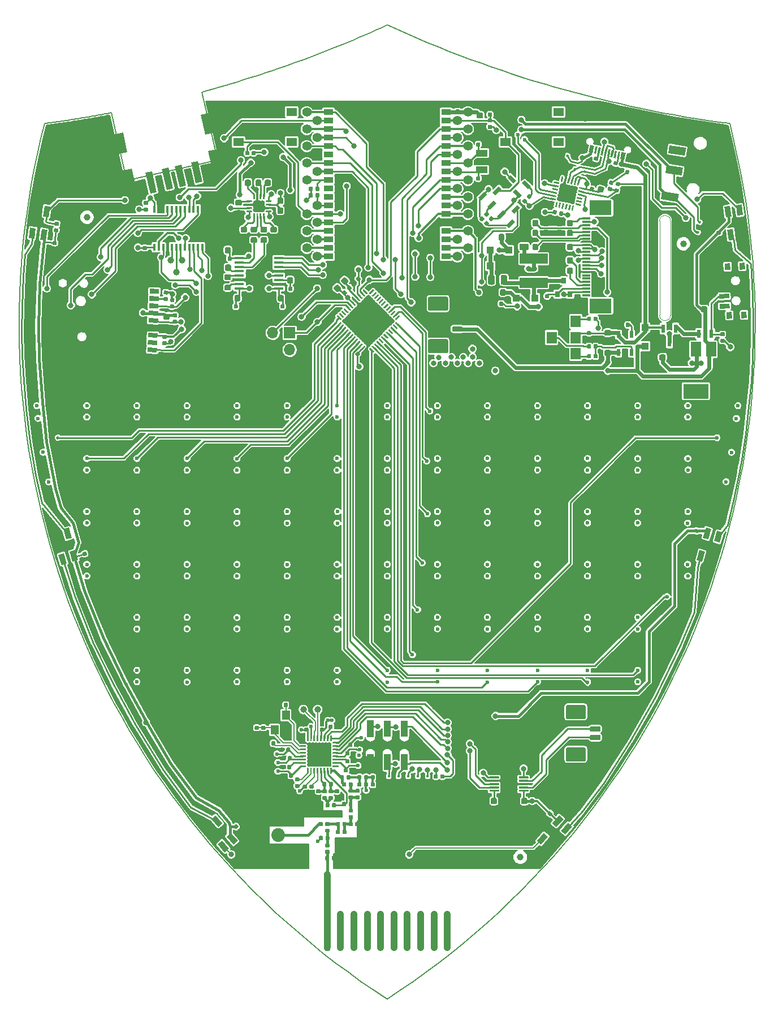
<source format=gbr>
%TF.GenerationSoftware,KiCad,Pcbnew,5.99.0-unknown-r17145-8bd2765f*%
%TF.CreationDate,2019-12-26T00:38:18+08:00*%
%TF.ProjectId,r2,72322e6b-6963-4616-945f-706362585858,rev?*%
%TF.SameCoordinates,Original*%
%TF.FileFunction,Copper,L4,Bot*%
%TF.FilePolarity,Positive*%
%FSLAX46Y46*%
G04 Gerber Fmt 4.6, Leading zero omitted, Abs format (unit mm)*
G04 Created by KiCad (PCBNEW 5.99.0-unknown-r17145-8bd2765f) date 2019-12-26 00:38:18*
%MOMM*%
%LPD*%
G04 APERTURE LIST*
%ADD10C,0.200000*%
%TA.AperFunction,Profile*%
%ADD11C,0.200000*%
%TD*%
%TA.AperFunction,Profile*%
%ADD12C,0.100000*%
%TD*%
%TA.AperFunction,EtchedComponent*%
%ADD13C,1.000000*%
%TD*%
%TA.AperFunction,SMDPad,CuDef*%
%ADD14R,1.000000X2.450000*%
%TD*%
%TA.AperFunction,SMDPad,CuDef*%
%ADD15R,1.000000X2.500000*%
%TD*%
%TA.AperFunction,ComponentPad*%
%ADD16C,0.600000*%
%TD*%
%TA.AperFunction,ComponentPad*%
%ADD17C,0.400000*%
%TD*%
%TA.AperFunction,BGAPad,CuDef*%
%ADD18C,1.000000*%
%TD*%
%TA.AperFunction,ComponentPad*%
%ADD19O,1.700000X1.700000*%
%TD*%
%TA.AperFunction,ComponentPad*%
%ADD20R,1.700000X1.700000*%
%TD*%
%TA.AperFunction,SMDPad,CuDef*%
%ADD21R,1.450000X0.450000*%
%TD*%
%TA.AperFunction,SMDPad,CuDef*%
%ADD22R,3.300000X2.200000*%
%TD*%
%TA.AperFunction,SMDPad,CuDef*%
%ADD23R,1.200000X0.300000*%
%TD*%
%TA.AperFunction,SMDPad,CuDef*%
%ADD24R,1.100000X1.100000*%
%TD*%
%TA.AperFunction,SMDPad,CuDef*%
%ADD25R,1.550000X1.300000*%
%TD*%
%TA.AperFunction,ComponentPad*%
%ADD26C,2.250000*%
%TD*%
%TA.AperFunction,ComponentPad*%
%ADD27C,2.050000*%
%TD*%
%TA.AperFunction,SMDPad,CuDef*%
%ADD28R,0.350000X0.400000*%
%TD*%
%TA.AperFunction,ViaPad*%
%ADD29C,0.800000*%
%TD*%
%TA.AperFunction,Conductor*%
%ADD30R,4.000000X4.000000*%
%TD*%
%TA.AperFunction,SMDPad,CuDef*%
%ADD31R,1.450000X0.930000*%
%TD*%
%TA.AperFunction,SMDPad,CuDef*%
%ADD32R,1.800000X1.000000*%
%TD*%
%TA.AperFunction,SMDPad,CuDef*%
%ADD33R,0.600000X1.300000*%
%TD*%
%TA.AperFunction,ComponentPad*%
%ADD34C,1.400000*%
%TD*%
%TA.AperFunction,SMDPad,CuDef*%
%ADD35R,1.500000X1.800000*%
%TD*%
%TA.AperFunction,SMDPad,CuDef*%
%ADD36R,4.200000X1.500000*%
%TD*%
%TA.AperFunction,SMDPad,CuDef*%
%ADD37R,0.800000X0.900000*%
%TD*%
%TA.AperFunction,SMDPad,CuDef*%
%ADD38R,0.600000X1.050000*%
%TD*%
%TA.AperFunction,SMDPad,CuDef*%
%ADD39R,3.800000X2.200000*%
%TD*%
%TA.AperFunction,SMDPad,CuDef*%
%ADD40R,1.500000X2.200000*%
%TD*%
%TA.AperFunction,ComponentPad*%
%ADD41C,1.000000*%
%TD*%
%TA.AperFunction,SMDPad,CuDef*%
%ADD42R,0.400000X1.100000*%
%TD*%
%TA.AperFunction,SMDPad,CuDef*%
%ADD43R,1.200000X1.400000*%
%TD*%
%TA.AperFunction,ViaPad*%
%ADD44C,0.600000*%
%TD*%
%TA.AperFunction,ViaPad*%
%ADD45C,0.500000*%
%TD*%
%TA.AperFunction,Conductor*%
%ADD46C,0.300000*%
%TD*%
%TA.AperFunction,Conductor*%
%ADD47C,0.250000*%
%TD*%
%TA.AperFunction,Conductor*%
%ADD48C,0.450000*%
%TD*%
%TA.AperFunction,Conductor*%
%ADD49C,0.400000*%
%TD*%
%TA.AperFunction,Conductor*%
%ADD50C,0.200000*%
%TD*%
%TA.AperFunction,Conductor*%
%ADD51C,0.600000*%
%TD*%
%TA.AperFunction,Conductor*%
%ADD52C,0.410000*%
%TD*%
%TA.AperFunction,Conductor*%
%ADD53C,0.350000*%
%TD*%
G04 APERTURE END LIST*
D10*
X-46883119Y57219047D02*
X-45998794Y55024030D01*
X-45072774Y52850080D01*
X-44105487Y50697719D01*
X-43097358Y48567469D01*
X-42048818Y46459852D01*
X-40960292Y44375391D01*
X-39832210Y42314607D01*
X-38664999Y40278023D01*
X-37459086Y38266162D01*
X-36214900Y36279544D01*
X-34932868Y34318693D01*
X-33613417Y32384130D01*
X-32256977Y30476379D01*
X-30863974Y28595960D01*
X-29434836Y26743397D01*
X-27969992Y24919211D01*
X-26469868Y23123925D01*
X-24934893Y21358060D01*
X-23365494Y19622140D01*
X-21762100Y17916686D01*
X-20125137Y16242221D01*
X-18455034Y14599266D01*
X-16752218Y12988344D01*
X-15017118Y11409978D01*
X-13250161Y9864688D01*
X-11451775Y8352998D01*
X-9622387Y6875430D01*
X-7762426Y5432506D01*
X-5872319Y4024748D01*
X-3952493Y2652678D01*
X-2003378Y1316819D01*
X-25400Y17693D01*
D11*
X-25387675Y125540899D02*
X-39068699Y122480184D01*
D10*
X-25400Y17693D02*
X1952607Y1316796D01*
X3901753Y2652634D01*
X5821608Y4024683D01*
X7711746Y5432421D01*
X9571738Y6875326D01*
X11401156Y8352876D01*
X13199573Y9864548D01*
X14966562Y11409821D01*
X16701693Y12988171D01*
X18404540Y14599078D01*
X20074674Y16242018D01*
X21711668Y17916470D01*
X23315094Y19621911D01*
X24884525Y21357819D01*
X26419532Y23123672D01*
X27919687Y24918948D01*
X29384563Y26743124D01*
X30813733Y28595678D01*
X32206768Y30476088D01*
X33563240Y32383832D01*
X34882722Y34318388D01*
X36164785Y36279233D01*
X37409003Y38265846D01*
X38614948Y40277703D01*
X39782190Y42314283D01*
X40910304Y44375064D01*
X41998860Y46459523D01*
X43047432Y48567138D01*
X44055591Y50697387D01*
X45022910Y52849748D01*
X45948960Y55023699D01*
X46833315Y57218717D01*
X46833315Y57218717D02*
X47674233Y59430739D01*
X48470235Y61655601D01*
X49221280Y63892629D01*
X49927327Y66141149D01*
X50588335Y68400488D01*
X51204266Y70669972D01*
X51775077Y72948926D01*
X52300728Y75236677D01*
X52781180Y77532551D01*
X53216391Y79835874D01*
X53606321Y82145973D01*
X53950931Y84462173D01*
X54250178Y86783801D01*
X54504023Y89110182D01*
X54712426Y91440644D01*
X54875345Y93774512D01*
X54992741Y96111112D01*
X55064573Y98449770D01*
X55090801Y100789813D01*
X55071384Y103130566D01*
X55006282Y105471357D01*
X54895454Y107811510D01*
X54738859Y110150353D01*
X54536459Y112487211D01*
X54288211Y114821411D01*
X53994075Y117152278D01*
X53654012Y119479139D01*
X53267981Y121801320D01*
X52835940Y124118147D01*
X52357850Y126428946D01*
X51833671Y128733044D01*
X51263362Y131029767D01*
D11*
X-27807059Y135739115D02*
X-25387675Y125540899D01*
D10*
X-41327353Y132632849D02*
X-41637711Y132574316D01*
X-41948184Y132516325D01*
X-42258772Y132458877D01*
X-42569473Y132401972D01*
X-42880287Y132345610D01*
X-43191214Y132289790D01*
X-43502252Y132234514D01*
X-43813401Y132179782D01*
X-44124660Y132125593D01*
X-44436029Y132071948D01*
X-44747506Y132018847D01*
X-45059091Y131966290D01*
X-45370784Y131914278D01*
X-45682583Y131862810D01*
X-45994488Y131811888D01*
X-46306499Y131761510D01*
X-46618614Y131711678D01*
X-46930833Y131662391D01*
X-47243155Y131613650D01*
X-47555579Y131565455D01*
X-47868106Y131517806D01*
X-48180733Y131470703D01*
X-48493461Y131424147D01*
X-48806288Y131378137D01*
X-49119214Y131332675D01*
X-49432238Y131287759D01*
X-49745360Y131243391D01*
X-50058579Y131199570D01*
X-50371894Y131156297D01*
X-50685304Y131113572D01*
X-50998809Y131071395D01*
X-51312409Y131029767D01*
X-25400Y145770600D02*
X-868405Y145387969D01*
X-1713210Y145009749D01*
X-2559797Y144635945D01*
X-3408149Y144266562D01*
X-4258247Y143901604D01*
X-5110075Y143541077D01*
X-5963614Y143184986D01*
X-6818848Y142833336D01*
X-7675758Y142486132D01*
X-8534327Y142143378D01*
X-9394538Y141805081D01*
X-10256373Y141471245D01*
X-11119814Y141141875D01*
X-11984844Y140816976D01*
X-12851445Y140496553D01*
X-13719600Y140180611D01*
X-14589292Y139869156D01*
X-15460501Y139562192D01*
X-16333212Y139259724D01*
X-17207406Y138961758D01*
X-18083067Y138668299D01*
X-18960175Y138379351D01*
X-19838715Y138094919D01*
X-20718667Y137815009D01*
X-21600016Y137539626D01*
X-22482742Y137268775D01*
X-23366829Y137002460D01*
X-24252259Y136740687D01*
X-25139015Y136483461D01*
X-26027078Y136230787D01*
X-26916432Y135982670D01*
X-27807059Y135739115D01*
D11*
X-39068699Y122480184D02*
X-41327353Y132632849D01*
D10*
X-51312409Y131029767D02*
X-51882734Y128733061D01*
X-52406930Y126428980D01*
X-52885037Y124118197D01*
X-53317096Y121801386D01*
X-53703146Y119479221D01*
X-54043228Y117152375D01*
X-54337383Y114821523D01*
X-54585651Y112487337D01*
X-54788072Y110150493D01*
X-54944687Y107811664D01*
X-55055536Y105471524D01*
X-55120661Y103130746D01*
X-55140100Y100790005D01*
X-55113895Y98449974D01*
X-55042086Y96111327D01*
X-54924714Y93774739D01*
X-54761819Y91440881D01*
X-54553441Y89110430D01*
X-54299621Y86784058D01*
X-54000399Y84462439D01*
X-53655816Y82146247D01*
X-53265911Y79836157D01*
X-52830727Y77532841D01*
X-52350302Y75236974D01*
X-51824678Y72949229D01*
X-51253895Y70670280D01*
X-50637993Y68400802D01*
X-49977013Y66141468D01*
X-49270995Y63892951D01*
X-48519980Y61655926D01*
X-47724007Y59431067D01*
X-46883119Y57219047D01*
X51263362Y131029767D02*
X49602155Y131256651D01*
X47943674Y131498917D01*
X46288025Y131756534D01*
X44635311Y132029473D01*
X42985636Y132317704D01*
X41339105Y132621196D01*
X39695823Y132939920D01*
X38055893Y133273846D01*
X36419420Y133622943D01*
X34786508Y133987182D01*
X33157261Y134366533D01*
X31531785Y134760965D01*
X29910183Y135170449D01*
X28292559Y135594955D01*
X26679018Y136034453D01*
X25069664Y136488913D01*
X23464602Y136958304D01*
X21863936Y137442597D01*
X20267770Y137941762D01*
X18676208Y138455769D01*
X17089356Y138984587D01*
X15507316Y139528188D01*
X13930194Y140086540D01*
X12358094Y140659615D01*
X10791120Y141247381D01*
X9229377Y141849809D01*
X7672968Y142466869D01*
X6121999Y143098531D01*
X4576573Y143744765D01*
X3036795Y144405541D01*
X1502769Y145080829D01*
X-25400Y145770600D01*
D12*
X42402116Y116476400D02*
X42402116Y102320000D01*
X40773836Y116476400D02*
G75*
G02X42402116Y116476400I814140J0D01*
G01*
X40773835Y102320000D02*
X40773835Y116476400D01*
X42402117Y102320000D02*
G75*
G02X40773835Y102320000I-814141J0D01*
G01*
D13*
%TO.C,AE1*%
X-7000000Y7677000D02*
X-7000000Y12677000D01*
X9000000Y7677000D02*
X9000000Y12677000D01*
X-5000000Y7677000D02*
X-5000000Y12677000D01*
X-1000000Y7677000D02*
X-1000000Y12677000D01*
X-3000000Y7677000D02*
X-3000000Y12677000D01*
X3000000Y7677000D02*
X3000000Y12677000D01*
X5000000Y7677000D02*
X5000000Y12677000D01*
X7000000Y7677000D02*
X7000000Y12677000D01*
X1000000Y7677000D02*
X1000000Y12677000D01*
%TD*%
D14*
%TO.P,J7,6*%
%TO.N,/SAO_GPIO2*%
X2540000Y35500000D03*
%TO.P,J7,5*%
%TO.N,/LED_DOUT*%
X2540000Y40500000D03*
%TO.P,J7,4*%
%TO.N,/SCL*%
X0Y35500000D03*
%TO.P,J7,3*%
%TO.N,/SDA*%
X0Y40500000D03*
%TO.P,J7,2*%
%TO.N,GND*%
X-2540000Y35500000D03*
D15*
%TO.P,J7,1*%
%TO.N,+3V3*%
X-2540000Y40500000D03*
%TD*%
D16*
%TO.P,J10,S*%
%TO.N,GND*%
X49551182Y118117317D03*
X49457321Y117524704D03*
X47580713Y117821929D03*
X47674574Y118414542D03*
%TO.P,J10,T*%
%TO.N,/audio/OUTL*%
X43209425Y119627985D03*
X43303285Y120220598D03*
X41332817Y119925210D03*
X41426677Y120517823D03*
X41426677Y120517823D03*
%TO.P,J10,R1*%
%TO.N,/audio/OUTR*%
X43835163Y123578738D03*
X43929023Y124171351D03*
X41958555Y123875964D03*
X42052415Y124468577D03*
%TO.P,J10,R2*%
%TO.N,Net-(J10-PadR2)*%
X44304466Y126541803D03*
X44398327Y127134416D03*
X42427858Y126839029D03*
X42521719Y127431642D03*
%TA.AperFunction,SMDPad,CuDef*%
%TO.P,J10,S*%
%TO.N,GND*%
G36*
X47425197Y118757779D02*
G01*
X49894418Y118366693D01*
X49706697Y117181467D01*
X47237476Y117572553D01*
X47425197Y118757779D01*
G37*
%TD.AperFunction*%
%TA.AperFunction,SMDPad,CuDef*%
%TO.P,J10,T*%
%TO.N,/audio/OUTL*%
G36*
X41177301Y120861060D02*
G01*
X43646522Y120469974D01*
X43458801Y119284748D01*
X40989580Y119675834D01*
X41177301Y120861060D01*
G37*
%TD.AperFunction*%
%TA.AperFunction,SMDPad,CuDef*%
%TO.P,J10,R1*%
%TO.N,/audio/OUTR*%
G36*
X41803039Y124811813D02*
G01*
X44272260Y124420727D01*
X44084539Y123235501D01*
X41615318Y123626587D01*
X41803039Y124811813D01*
G37*
%TD.AperFunction*%
%TA.AperFunction,SMDPad,CuDef*%
%TO.P,J10,R2*%
%TO.N,Net-(J10-PadR2)*%
G36*
X42272342Y127774878D02*
G01*
X44741563Y127383792D01*
X44553842Y126198566D01*
X42084621Y126589652D01*
X42272342Y127774878D01*
G37*
%TD.AperFunction*%
%TD*%
D17*
%TO.P,J3,5*%
%TO.N,GND*%
X-24833373Y131865740D03*
X-26188805Y129920153D03*
X-25009250Y132646167D03*
X-26765212Y132250444D03*
X-25789678Y132470290D03*
X-24481619Y130304884D03*
X-25359600Y130107023D03*
X-24646504Y131036535D03*
X-23370019Y124917460D03*
X-25077204Y124532729D03*
X-24678077Y127082866D03*
X-25653612Y126863019D03*
X-23534903Y125649111D03*
X-23897649Y127258743D03*
X-23721772Y126478315D03*
X-24248000Y124719598D03*
X-42070788Y127161057D03*
X-42257657Y127990262D03*
X-40138949Y126776353D03*
X-41544561Y128919774D03*
X-42422542Y128721912D03*
X-41894911Y126380630D03*
X-40715356Y129106643D03*
X-41114483Y126556507D03*
X-40189076Y123587311D03*
X-39359872Y123774180D03*
X-40902173Y122657799D03*
X-41067057Y123389449D03*
X-40715303Y121828594D03*
X-38783464Y121443890D03*
X-39758999Y121224043D03*
X-40539426Y121048167D03*
%TA.AperFunction,SMDPad,CuDef*%
%TO.P,J3,4*%
%TO.N,N/C*%
G36*
X-28676365Y122081497D02*
G01*
X-29379873Y125203207D01*
X-28404339Y125423053D01*
X-27700831Y122301343D01*
X-28676365Y122081497D01*
G37*
%TD.AperFunction*%
%TA.AperFunction,SMDPad,CuDef*%
%TO.P,J3,3*%
G36*
X-31115201Y121531881D02*
G01*
X-31818709Y124653591D01*
X-30843175Y124873437D01*
X-30139667Y121751727D01*
X-31115201Y121531881D01*
G37*
%TD.AperFunction*%
%TA.AperFunction,SMDPad,CuDef*%
%TO.P,J3,2*%
G36*
X-33066270Y121092189D02*
G01*
X-33769778Y124213899D01*
X-32794244Y124433745D01*
X-32090736Y121312035D01*
X-33066270Y121092189D01*
G37*
%TD.AperFunction*%
%TA.AperFunction,SMDPad,CuDef*%
%TO.P,J3,1*%
G36*
X-35505106Y120542573D02*
G01*
X-36208614Y123664283D01*
X-35233080Y123884129D01*
X-34529572Y120762419D01*
X-35505106Y120542573D01*
G37*
%TD.AperFunction*%
%TA.AperFunction,SMDPad,CuDef*%
%TO.P,J3,5*%
%TO.N,GND*%
G36*
X-42097229Y126027511D02*
G01*
X-42756768Y128954115D01*
X-39586281Y129668615D01*
X-38926742Y126742011D01*
X-42097229Y126027511D01*
G37*
%TD.AperFunction*%
%TA.AperFunction,SMDPad,CuDef*%
G36*
X-40790521Y120684056D02*
G01*
X-41450060Y123610660D01*
X-38279573Y124325160D01*
X-37620034Y121398556D01*
X-40790521Y120684056D01*
G37*
%TD.AperFunction*%
%TA.AperFunction,SMDPad,CuDef*%
G36*
X-27269104Y129369174D02*
G01*
X-27928643Y132295778D01*
X-24758156Y133010278D01*
X-24098617Y130083674D01*
X-27269104Y129369174D01*
G37*
%TD.AperFunction*%
%TA.AperFunction,SMDPad,CuDef*%
G36*
X-26157503Y123981749D02*
G01*
X-26817042Y126908353D01*
X-23646555Y127622853D01*
X-22987016Y124696249D01*
X-26157503Y123981749D01*
G37*
%TD.AperFunction*%
%TD*%
%TA.AperFunction,SMDPad,CuDef*%
%TO.P,LED6,1*%
%TO.N,GND*%
G36*
X53696477Y113857838D02*
G01*
X52852812Y113754249D01*
X52657821Y115342322D01*
X53501486Y115445911D01*
X53696477Y113857838D01*
G37*
%TD.AperFunction*%
%TA.AperFunction,SMDPad,CuDef*%
%TO.P,LED6,2*%
%TO.N,Net-(LED5-Pad4)*%
G36*
X51959521Y113644567D02*
G01*
X51115856Y113540978D01*
X50920865Y115129051D01*
X51764530Y115232640D01*
X51959521Y113644567D01*
G37*
%TD.AperFunction*%
%TA.AperFunction,SMDPad,CuDef*%
%TO.P,LED6,4*%
%TO.N,/LED_DOUT*%
G36*
X53269935Y117331749D02*
G01*
X52426270Y117228160D01*
X52231279Y118816233D01*
X53074944Y118919822D01*
X53269935Y117331749D01*
G37*
%TD.AperFunction*%
%TA.AperFunction,SMDPad,CuDef*%
%TO.P,LED6,3*%
%TO.N,+VSW*%
G36*
X51532979Y117118478D02*
G01*
X50689314Y117014889D01*
X50494323Y118602962D01*
X51337988Y118706551D01*
X51532979Y117118478D01*
G37*
%TD.AperFunction*%
%TD*%
D18*
%TO.P,TP37,1*%
%TO.N,/P1_7*%
X-32461200Y110591600D03*
%TD*%
%TO.P,TP36,1*%
%TO.N,/P1_6*%
X-31623000Y108788200D03*
%TD*%
%TO.P,TP35,1*%
%TO.N,/P1_5*%
X-30759400Y110591600D03*
%TD*%
D19*
%TO.P,J6,4*%
%TO.N,GND*%
X-17170400Y97155000D03*
%TO.P,J6,3*%
%TO.N,/SCL*%
X-14630400Y97155000D03*
%TO.P,J6,2*%
%TO.N,/IQ_RDY*%
X-17170400Y99695000D03*
D20*
%TO.P,J6,1*%
%TO.N,/SDA*%
X-14630400Y99695000D03*
%TD*%
%TA.AperFunction,SMDPad,CuDef*%
%TO.P,C43,2*%
%TO.N,GND*%
G36*
X-25148438Y112523149D02*
G01*
X-25077470Y112475730D01*
X-25030051Y112404762D01*
X-25013400Y112321050D01*
X-25013400Y111808550D01*
X-25030051Y111724838D01*
X-25077470Y111653870D01*
X-25148438Y111606451D01*
X-25232150Y111589800D01*
X-25669650Y111589800D01*
X-25753362Y111606451D01*
X-25824330Y111653870D01*
X-25871749Y111724838D01*
X-25888400Y111808550D01*
X-25888400Y112321050D01*
X-25871749Y112404762D01*
X-25824330Y112475730D01*
X-25753362Y112523149D01*
X-25669650Y112539800D01*
X-25232150Y112539800D01*
X-25148438Y112523149D01*
G37*
%TD.AperFunction*%
%TA.AperFunction,SMDPad,CuDef*%
%TO.P,C43,1*%
%TO.N,+3V3*%
G36*
X-23573438Y112523149D02*
G01*
X-23502470Y112475730D01*
X-23455051Y112404762D01*
X-23438400Y112321050D01*
X-23438400Y111808550D01*
X-23455051Y111724838D01*
X-23502470Y111653870D01*
X-23573438Y111606451D01*
X-23657150Y111589800D01*
X-24094650Y111589800D01*
X-24178362Y111606451D01*
X-24249330Y111653870D01*
X-24296749Y111724838D01*
X-24313400Y111808550D01*
X-24313400Y112321050D01*
X-24296749Y112404762D01*
X-24249330Y112475730D01*
X-24178362Y112523149D01*
X-24094650Y112539800D01*
X-23657150Y112539800D01*
X-23573438Y112523149D01*
G37*
%TD.AperFunction*%
%TD*%
D21*
%TO.P,U8,20*%
%TO.N,+3V3*%
X-16252400Y106320400D03*
%TO.P,U8,19*%
%TO.N,GND*%
X-16252400Y106970400D03*
%TO.P,U8,18*%
%TO.N,/audio/LDO0*%
X-16252400Y107620400D03*
%TO.P,U8,17*%
%TO.N,+3V3*%
X-16252400Y108270400D03*
%TO.P,U8,16*%
%TO.N,GND*%
X-16252400Y108920400D03*
%TO.P,U8,15*%
%TO.N,/I2S_WS*%
X-16252400Y109570400D03*
%TO.P,U8,14*%
%TO.N,/I2S_SD*%
X-16252400Y110220400D03*
%TO.P,U8,13*%
%TO.N,/I2S_SCK*%
X-16252400Y110870400D03*
%TO.P,U8,12*%
%TO.N,GND*%
X-16252400Y111520400D03*
%TO.P,U8,11*%
X-16252400Y112170400D03*
%TO.P,U8,10*%
X-22152400Y112170400D03*
%TO.P,U8,9*%
X-22152400Y111520400D03*
%TO.P,U8,8*%
%TO.N,+3V3*%
X-22152400Y110870400D03*
%TO.P,U8,7*%
%TO.N,/audio/DAC_OUTR*%
X-22152400Y110220400D03*
%TO.P,U8,6*%
%TO.N,/audio/DAC_OUTL*%
X-22152400Y109570400D03*
%TO.P,U8,5*%
%TO.N,Net-(C39-Pad1)*%
X-22152400Y108920400D03*
%TO.P,U8,4*%
%TO.N,Net-(C40-Pad2)*%
X-22152400Y108270400D03*
%TO.P,U8,3*%
%TO.N,GND*%
X-22152400Y107620400D03*
%TO.P,U8,2*%
%TO.N,Net-(C40-Pad1)*%
X-22152400Y106970400D03*
%TO.P,U8,1*%
%TO.N,+3V3*%
X-22152400Y106320400D03*
%TD*%
%TA.AperFunction,SMDPad,CuDef*%
%TO.P,U7,16*%
%TO.N,/audio/OUTL*%
G36*
X-17391382Y118013642D02*
G01*
X-17371106Y118000094D01*
X-17357558Y117979818D01*
X-17352800Y117955900D01*
X-17352800Y117830900D01*
X-17357558Y117806982D01*
X-17371106Y117786706D01*
X-17391382Y117773158D01*
X-17415300Y117768400D01*
X-18115300Y117768400D01*
X-18139218Y117773158D01*
X-18159494Y117786706D01*
X-18173042Y117806982D01*
X-18177800Y117830900D01*
X-18177800Y117955900D01*
X-18173042Y117979818D01*
X-18159494Y118000094D01*
X-18139218Y118013642D01*
X-18115300Y118018400D01*
X-17415300Y118018400D01*
X-17391382Y118013642D01*
G37*
%TD.AperFunction*%
%TA.AperFunction,SMDPad,CuDef*%
%TO.P,U7,15*%
%TO.N,GND*%
G36*
X-17391382Y118513642D02*
G01*
X-17371106Y118500094D01*
X-17357558Y118479818D01*
X-17352800Y118455900D01*
X-17352800Y118330900D01*
X-17357558Y118306982D01*
X-17371106Y118286706D01*
X-17391382Y118273158D01*
X-17415300Y118268400D01*
X-18115300Y118268400D01*
X-18139218Y118273158D01*
X-18159494Y118286706D01*
X-18173042Y118306982D01*
X-18177800Y118330900D01*
X-18177800Y118455900D01*
X-18173042Y118479818D01*
X-18159494Y118500094D01*
X-18139218Y118513642D01*
X-18115300Y118518400D01*
X-17415300Y118518400D01*
X-17391382Y118513642D01*
G37*
%TD.AperFunction*%
%TA.AperFunction,SMDPad,CuDef*%
%TO.P,U7,14*%
%TO.N,+3V3*%
G36*
X-17391382Y119013642D02*
G01*
X-17371106Y119000094D01*
X-17357558Y118979818D01*
X-17352800Y118955900D01*
X-17352800Y118830900D01*
X-17357558Y118806982D01*
X-17371106Y118786706D01*
X-17391382Y118773158D01*
X-17415300Y118768400D01*
X-18115300Y118768400D01*
X-18139218Y118773158D01*
X-18159494Y118786706D01*
X-18173042Y118806982D01*
X-18177800Y118830900D01*
X-18177800Y118955900D01*
X-18173042Y118979818D01*
X-18159494Y119000094D01*
X-18139218Y119013642D01*
X-18115300Y119018400D01*
X-17415300Y119018400D01*
X-17391382Y119013642D01*
G37*
%TD.AperFunction*%
%TA.AperFunction,SMDPad,CuDef*%
%TO.P,U7,13*%
%TO.N,/AMP_EN*%
G36*
X-17391382Y119513642D02*
G01*
X-17371106Y119500094D01*
X-17357558Y119479818D01*
X-17352800Y119455900D01*
X-17352800Y119330900D01*
X-17357558Y119306982D01*
X-17371106Y119286706D01*
X-17391382Y119273158D01*
X-17415300Y119268400D01*
X-18115300Y119268400D01*
X-18139218Y119273158D01*
X-18159494Y119286706D01*
X-18173042Y119306982D01*
X-18177800Y119330900D01*
X-18177800Y119455900D01*
X-18173042Y119479818D01*
X-18159494Y119500094D01*
X-18139218Y119513642D01*
X-18115300Y119518400D01*
X-17415300Y119518400D01*
X-17391382Y119513642D01*
G37*
%TD.AperFunction*%
%TA.AperFunction,SMDPad,CuDef*%
%TO.P,U7,12*%
%TO.N,Net-(C86-Pad2)*%
G36*
X-18391382Y120513642D02*
G01*
X-18371106Y120500094D01*
X-18357558Y120479818D01*
X-18352800Y120455900D01*
X-18352800Y119755900D01*
X-18357558Y119731982D01*
X-18371106Y119711706D01*
X-18391382Y119698158D01*
X-18415300Y119693400D01*
X-18540300Y119693400D01*
X-18564218Y119698158D01*
X-18584494Y119711706D01*
X-18598042Y119731982D01*
X-18602800Y119755900D01*
X-18602800Y120455900D01*
X-18598042Y120479818D01*
X-18584494Y120500094D01*
X-18564218Y120513642D01*
X-18540300Y120518400D01*
X-18415300Y120518400D01*
X-18391382Y120513642D01*
G37*
%TD.AperFunction*%
%TA.AperFunction,SMDPad,CuDef*%
%TO.P,U7,11*%
%TO.N,Net-(C85-Pad1)*%
G36*
X-18891382Y120513642D02*
G01*
X-18871106Y120500094D01*
X-18857558Y120479818D01*
X-18852800Y120455900D01*
X-18852800Y119755900D01*
X-18857558Y119731982D01*
X-18871106Y119711706D01*
X-18891382Y119698158D01*
X-18915300Y119693400D01*
X-19040300Y119693400D01*
X-19064218Y119698158D01*
X-19084494Y119711706D01*
X-19098042Y119731982D01*
X-19102800Y119755900D01*
X-19102800Y120455900D01*
X-19098042Y120479818D01*
X-19084494Y120500094D01*
X-19064218Y120513642D01*
X-19040300Y120518400D01*
X-18915300Y120518400D01*
X-18891382Y120513642D01*
G37*
%TD.AperFunction*%
%TA.AperFunction,SMDPad,CuDef*%
%TO.P,U7,10*%
%TO.N,GND*%
G36*
X-19391382Y120513642D02*
G01*
X-19371106Y120500094D01*
X-19357558Y120479818D01*
X-19352800Y120455900D01*
X-19352800Y119755900D01*
X-19357558Y119731982D01*
X-19371106Y119711706D01*
X-19391382Y119698158D01*
X-19415300Y119693400D01*
X-19540300Y119693400D01*
X-19564218Y119698158D01*
X-19584494Y119711706D01*
X-19598042Y119731982D01*
X-19602800Y119755900D01*
X-19602800Y120455900D01*
X-19598042Y120479818D01*
X-19584494Y120500094D01*
X-19564218Y120513642D01*
X-19540300Y120518400D01*
X-19415300Y120518400D01*
X-19391382Y120513642D01*
G37*
%TD.AperFunction*%
%TA.AperFunction,SMDPad,CuDef*%
%TO.P,U7,9*%
%TO.N,Net-(C85-Pad2)*%
G36*
X-19891382Y120513642D02*
G01*
X-19871106Y120500094D01*
X-19857558Y120479818D01*
X-19852800Y120455900D01*
X-19852800Y119755900D01*
X-19857558Y119731982D01*
X-19871106Y119711706D01*
X-19891382Y119698158D01*
X-19915300Y119693400D01*
X-20040300Y119693400D01*
X-20064218Y119698158D01*
X-20084494Y119711706D01*
X-20098042Y119731982D01*
X-20102800Y119755900D01*
X-20102800Y120455900D01*
X-20098042Y120479818D01*
X-20084494Y120500094D01*
X-20064218Y120513642D01*
X-20040300Y120518400D01*
X-19915300Y120518400D01*
X-19891382Y120513642D01*
G37*
%TD.AperFunction*%
%TA.AperFunction,SMDPad,CuDef*%
%TO.P,U7,8*%
%TO.N,Net-(C87-Pad2)*%
G36*
X-20316382Y119513642D02*
G01*
X-20296106Y119500094D01*
X-20282558Y119479818D01*
X-20277800Y119455900D01*
X-20277800Y119330900D01*
X-20282558Y119306982D01*
X-20296106Y119286706D01*
X-20316382Y119273158D01*
X-20340300Y119268400D01*
X-21040300Y119268400D01*
X-21064218Y119273158D01*
X-21084494Y119286706D01*
X-21098042Y119306982D01*
X-21102800Y119330900D01*
X-21102800Y119455900D01*
X-21098042Y119479818D01*
X-21084494Y119500094D01*
X-21064218Y119513642D01*
X-21040300Y119518400D01*
X-20340300Y119518400D01*
X-20316382Y119513642D01*
G37*
%TD.AperFunction*%
%TA.AperFunction,SMDPad,CuDef*%
%TO.P,U7,7*%
%TO.N,GND*%
G36*
X-20316382Y119013642D02*
G01*
X-20296106Y119000094D01*
X-20282558Y118979818D01*
X-20277800Y118955900D01*
X-20277800Y118830900D01*
X-20282558Y118806982D01*
X-20296106Y118786706D01*
X-20316382Y118773158D01*
X-20340300Y118768400D01*
X-21040300Y118768400D01*
X-21064218Y118773158D01*
X-21084494Y118786706D01*
X-21098042Y118806982D01*
X-21102800Y118830900D01*
X-21102800Y118955900D01*
X-21098042Y118979818D01*
X-21084494Y119000094D01*
X-21064218Y119013642D01*
X-21040300Y119018400D01*
X-20340300Y119018400D01*
X-20316382Y119013642D01*
G37*
%TD.AperFunction*%
%TA.AperFunction,SMDPad,CuDef*%
%TO.P,U7,6*%
%TO.N,+3V3*%
G36*
X-20316382Y118513642D02*
G01*
X-20296106Y118500094D01*
X-20282558Y118479818D01*
X-20277800Y118455900D01*
X-20277800Y118330900D01*
X-20282558Y118306982D01*
X-20296106Y118286706D01*
X-20316382Y118273158D01*
X-20340300Y118268400D01*
X-21040300Y118268400D01*
X-21064218Y118273158D01*
X-21084494Y118286706D01*
X-21098042Y118306982D01*
X-21102800Y118330900D01*
X-21102800Y118455900D01*
X-21098042Y118479818D01*
X-21084494Y118500094D01*
X-21064218Y118513642D01*
X-21040300Y118518400D01*
X-20340300Y118518400D01*
X-20316382Y118513642D01*
G37*
%TD.AperFunction*%
%TA.AperFunction,SMDPad,CuDef*%
%TO.P,U7,5*%
%TO.N,/audio/OUTR*%
G36*
X-20316382Y118013642D02*
G01*
X-20296106Y118000094D01*
X-20282558Y117979818D01*
X-20277800Y117955900D01*
X-20277800Y117830900D01*
X-20282558Y117806982D01*
X-20296106Y117786706D01*
X-20316382Y117773158D01*
X-20340300Y117768400D01*
X-21040300Y117768400D01*
X-21064218Y117773158D01*
X-21084494Y117786706D01*
X-21098042Y117806982D01*
X-21102800Y117830900D01*
X-21102800Y117955900D01*
X-21098042Y117979818D01*
X-21084494Y118000094D01*
X-21064218Y118013642D01*
X-21040300Y118018400D01*
X-20340300Y118018400D01*
X-20316382Y118013642D01*
G37*
%TD.AperFunction*%
%TA.AperFunction,SMDPad,CuDef*%
%TO.P,U7,4*%
%TO.N,Net-(C82-Pad1)*%
G36*
X-19891382Y117588642D02*
G01*
X-19871106Y117575094D01*
X-19857558Y117554818D01*
X-19852800Y117530900D01*
X-19852800Y116830900D01*
X-19857558Y116806982D01*
X-19871106Y116786706D01*
X-19891382Y116773158D01*
X-19915300Y116768400D01*
X-20040300Y116768400D01*
X-20064218Y116773158D01*
X-20084494Y116786706D01*
X-20098042Y116806982D01*
X-20102800Y116830900D01*
X-20102800Y117530900D01*
X-20098042Y117554818D01*
X-20084494Y117575094D01*
X-20064218Y117588642D01*
X-20040300Y117593400D01*
X-19915300Y117593400D01*
X-19891382Y117588642D01*
G37*
%TD.AperFunction*%
%TA.AperFunction,SMDPad,CuDef*%
%TO.P,U7,3*%
%TO.N,Net-(C81-Pad1)*%
G36*
X-19391382Y117588642D02*
G01*
X-19371106Y117575094D01*
X-19357558Y117554818D01*
X-19352800Y117530900D01*
X-19352800Y116830900D01*
X-19357558Y116806982D01*
X-19371106Y116786706D01*
X-19391382Y116773158D01*
X-19415300Y116768400D01*
X-19540300Y116768400D01*
X-19564218Y116773158D01*
X-19584494Y116786706D01*
X-19598042Y116806982D01*
X-19602800Y116830900D01*
X-19602800Y117530900D01*
X-19598042Y117554818D01*
X-19584494Y117575094D01*
X-19564218Y117588642D01*
X-19540300Y117593400D01*
X-19415300Y117593400D01*
X-19391382Y117588642D01*
G37*
%TD.AperFunction*%
%TA.AperFunction,SMDPad,CuDef*%
%TO.P,U7,2*%
%TO.N,Net-(C79-Pad1)*%
G36*
X-18891382Y117588642D02*
G01*
X-18871106Y117575094D01*
X-18857558Y117554818D01*
X-18852800Y117530900D01*
X-18852800Y116830900D01*
X-18857558Y116806982D01*
X-18871106Y116786706D01*
X-18891382Y116773158D01*
X-18915300Y116768400D01*
X-19040300Y116768400D01*
X-19064218Y116773158D01*
X-19084494Y116786706D01*
X-19098042Y116806982D01*
X-19102800Y116830900D01*
X-19102800Y117530900D01*
X-19098042Y117554818D01*
X-19084494Y117575094D01*
X-19064218Y117588642D01*
X-19040300Y117593400D01*
X-18915300Y117593400D01*
X-18891382Y117588642D01*
G37*
%TD.AperFunction*%
%TA.AperFunction,SMDPad,CuDef*%
%TO.P,U7,1*%
%TO.N,Net-(C80-Pad1)*%
G36*
X-18391382Y117588642D02*
G01*
X-18371106Y117575094D01*
X-18357558Y117554818D01*
X-18352800Y117530900D01*
X-18352800Y116830900D01*
X-18357558Y116806982D01*
X-18371106Y116786706D01*
X-18391382Y116773158D01*
X-18415300Y116768400D01*
X-18540300Y116768400D01*
X-18564218Y116773158D01*
X-18584494Y116786706D01*
X-18598042Y116806982D01*
X-18602800Y116830900D01*
X-18602800Y117530900D01*
X-18598042Y117554818D01*
X-18584494Y117575094D01*
X-18564218Y117588642D01*
X-18540300Y117593400D01*
X-18415300Y117593400D01*
X-18391382Y117588642D01*
G37*
%TD.AperFunction*%
%TA.AperFunction,SMDPad,CuDef*%
%TO.P,U7,17*%
%TO.N,GND*%
G36*
X-18532129Y119474370D02*
G01*
X-18451023Y119420177D01*
X-18396830Y119339071D01*
X-18377800Y119243400D01*
X-18377800Y118043400D01*
X-18396830Y117947729D01*
X-18451023Y117866623D01*
X-18532129Y117812430D01*
X-18627800Y117793400D01*
X-19827800Y117793400D01*
X-19923471Y117812430D01*
X-20004577Y117866623D01*
X-20058770Y117947729D01*
X-20077800Y118043400D01*
X-20077800Y119243400D01*
X-20058770Y119339071D01*
X-20004577Y119420177D01*
X-19923471Y119474370D01*
X-19827800Y119493400D01*
X-18627800Y119493400D01*
X-18532129Y119474370D01*
G37*
%TD.AperFunction*%
%TD*%
%TA.AperFunction,SMDPad,CuDef*%
%TO.P,R20,2*%
%TO.N,GND*%
G36*
X33877266Y124464239D02*
G01*
X34214088Y124389568D01*
X34266765Y124366389D01*
X34306563Y124324816D01*
X34327422Y124271177D01*
X34326167Y124213639D01*
X34262317Y123925632D01*
X34239138Y123872954D01*
X34197565Y123833157D01*
X34143926Y123812298D01*
X34086388Y123813553D01*
X33749566Y123888224D01*
X33696889Y123911403D01*
X33657091Y123952976D01*
X33636232Y124006615D01*
X33637487Y124064153D01*
X33701337Y124352160D01*
X33724516Y124404838D01*
X33766089Y124444635D01*
X33819728Y124465494D01*
X33877266Y124464239D01*
G37*
%TD.AperFunction*%
%TA.AperFunction,SMDPad,CuDef*%
%TO.P,R20,1*%
%TO.N,Net-(J2-PadB5)*%
G36*
X34087212Y125411247D02*
G01*
X34424034Y125336576D01*
X34476711Y125313397D01*
X34516509Y125271824D01*
X34537368Y125218185D01*
X34536113Y125160647D01*
X34472263Y124872640D01*
X34449084Y124819962D01*
X34407511Y124780165D01*
X34353872Y124759306D01*
X34296334Y124760561D01*
X33959512Y124835232D01*
X33906835Y124858411D01*
X33867037Y124899984D01*
X33846178Y124953623D01*
X33847433Y125011161D01*
X33911283Y125299168D01*
X33934462Y125351846D01*
X33976035Y125391643D01*
X34029674Y125412502D01*
X34087212Y125411247D01*
G37*
%TD.AperFunction*%
%TD*%
%TA.AperFunction,SMDPad,CuDef*%
%TO.P,R18,2*%
%TO.N,GND*%
G36*
X30940466Y125151839D02*
G01*
X31277288Y125077168D01*
X31329965Y125053989D01*
X31369763Y125012416D01*
X31390622Y124958777D01*
X31389367Y124901239D01*
X31325517Y124613232D01*
X31302338Y124560554D01*
X31260765Y124520757D01*
X31207126Y124499898D01*
X31149588Y124501153D01*
X30812766Y124575824D01*
X30760089Y124599003D01*
X30720291Y124640576D01*
X30699432Y124694215D01*
X30700687Y124751753D01*
X30764537Y125039760D01*
X30787716Y125092438D01*
X30829289Y125132235D01*
X30882928Y125153094D01*
X30940466Y125151839D01*
G37*
%TD.AperFunction*%
%TA.AperFunction,SMDPad,CuDef*%
%TO.P,R18,1*%
%TO.N,Net-(J2-PadA5)*%
G36*
X31150412Y126098847D02*
G01*
X31487234Y126024176D01*
X31539911Y126000997D01*
X31579709Y125959424D01*
X31600568Y125905785D01*
X31599313Y125848247D01*
X31535463Y125560240D01*
X31512284Y125507562D01*
X31470711Y125467765D01*
X31417072Y125446906D01*
X31359534Y125448161D01*
X31022712Y125522832D01*
X30970035Y125546011D01*
X30930237Y125587584D01*
X30909378Y125641223D01*
X30910633Y125698761D01*
X30974483Y125986768D01*
X30997662Y126039446D01*
X31039235Y126079243D01*
X31092874Y126100102D01*
X31150412Y126098847D01*
G37*
%TD.AperFunction*%
%TD*%
%TA.AperFunction,SMDPad,CuDef*%
%TO.P,C87,2*%
%TO.N,Net-(C87-Pad2)*%
G36*
X-21935838Y119623149D02*
G01*
X-21864870Y119575730D01*
X-21817451Y119504762D01*
X-21800800Y119421050D01*
X-21800800Y118983550D01*
X-21817451Y118899838D01*
X-21864870Y118828870D01*
X-21935838Y118781451D01*
X-22019550Y118764800D01*
X-22532050Y118764800D01*
X-22615762Y118781451D01*
X-22686730Y118828870D01*
X-22734149Y118899838D01*
X-22750800Y118983550D01*
X-22750800Y119421050D01*
X-22734149Y119504762D01*
X-22686730Y119575730D01*
X-22615762Y119623149D01*
X-22532050Y119639800D01*
X-22019550Y119639800D01*
X-21935838Y119623149D01*
G37*
%TD.AperFunction*%
%TA.AperFunction,SMDPad,CuDef*%
%TO.P,C87,1*%
%TO.N,GND*%
G36*
X-21935838Y118048149D02*
G01*
X-21864870Y118000730D01*
X-21817451Y117929762D01*
X-21800800Y117846050D01*
X-21800800Y117408550D01*
X-21817451Y117324838D01*
X-21864870Y117253870D01*
X-21935838Y117206451D01*
X-22019550Y117189800D01*
X-22532050Y117189800D01*
X-22615762Y117206451D01*
X-22686730Y117253870D01*
X-22734149Y117324838D01*
X-22750800Y117408550D01*
X-22750800Y117846050D01*
X-22734149Y117929762D01*
X-22686730Y118000730D01*
X-22615762Y118048149D01*
X-22532050Y118064800D01*
X-22019550Y118064800D01*
X-21935838Y118048149D01*
G37*
%TD.AperFunction*%
%TD*%
%TA.AperFunction,SMDPad,CuDef*%
%TO.P,C86,2*%
%TO.N,Net-(C86-Pad2)*%
G36*
X-17604638Y122632349D02*
G01*
X-17533670Y122584930D01*
X-17486251Y122513962D01*
X-17469600Y122430250D01*
X-17469600Y121917750D01*
X-17486251Y121834038D01*
X-17533670Y121763070D01*
X-17604638Y121715651D01*
X-17688350Y121699000D01*
X-18125850Y121699000D01*
X-18209562Y121715651D01*
X-18280530Y121763070D01*
X-18327949Y121834038D01*
X-18344600Y121917750D01*
X-18344600Y122430250D01*
X-18327949Y122513962D01*
X-18280530Y122584930D01*
X-18209562Y122632349D01*
X-18125850Y122649000D01*
X-17688350Y122649000D01*
X-17604638Y122632349D01*
G37*
%TD.AperFunction*%
%TA.AperFunction,SMDPad,CuDef*%
%TO.P,C86,1*%
%TO.N,GND*%
G36*
X-16029638Y122632349D02*
G01*
X-15958670Y122584930D01*
X-15911251Y122513962D01*
X-15894600Y122430250D01*
X-15894600Y121917750D01*
X-15911251Y121834038D01*
X-15958670Y121763070D01*
X-16029638Y121715651D01*
X-16113350Y121699000D01*
X-16550850Y121699000D01*
X-16634562Y121715651D01*
X-16705530Y121763070D01*
X-16752949Y121834038D01*
X-16769600Y121917750D01*
X-16769600Y122430250D01*
X-16752949Y122513962D01*
X-16705530Y122584930D01*
X-16634562Y122632349D01*
X-16550850Y122649000D01*
X-16113350Y122649000D01*
X-16029638Y122632349D01*
G37*
%TD.AperFunction*%
%TD*%
%TA.AperFunction,SMDPad,CuDef*%
%TO.P,C85,2*%
%TO.N,Net-(C85-Pad2)*%
G36*
X-20576438Y122632349D02*
G01*
X-20505470Y122584930D01*
X-20458051Y122513962D01*
X-20441400Y122430250D01*
X-20441400Y121917750D01*
X-20458051Y121834038D01*
X-20505470Y121763070D01*
X-20576438Y121715651D01*
X-20660150Y121699000D01*
X-21097650Y121699000D01*
X-21181362Y121715651D01*
X-21252330Y121763070D01*
X-21299749Y121834038D01*
X-21316400Y121917750D01*
X-21316400Y122430250D01*
X-21299749Y122513962D01*
X-21252330Y122584930D01*
X-21181362Y122632349D01*
X-21097650Y122649000D01*
X-20660150Y122649000D01*
X-20576438Y122632349D01*
G37*
%TD.AperFunction*%
%TA.AperFunction,SMDPad,CuDef*%
%TO.P,C85,1*%
%TO.N,Net-(C85-Pad1)*%
G36*
X-19001438Y122632349D02*
G01*
X-18930470Y122584930D01*
X-18883051Y122513962D01*
X-18866400Y122430250D01*
X-18866400Y121917750D01*
X-18883051Y121834038D01*
X-18930470Y121763070D01*
X-19001438Y121715651D01*
X-19085150Y121699000D01*
X-19522650Y121699000D01*
X-19606362Y121715651D01*
X-19677330Y121763070D01*
X-19724749Y121834038D01*
X-19741400Y121917750D01*
X-19741400Y122430250D01*
X-19724749Y122513962D01*
X-19677330Y122584930D01*
X-19606362Y122632349D01*
X-19522650Y122649000D01*
X-19085150Y122649000D01*
X-19001438Y122632349D01*
G37*
%TD.AperFunction*%
%TD*%
%TA.AperFunction,SMDPad,CuDef*%
%TO.P,C84,2*%
%TO.N,GND*%
G36*
X-14150038Y118466749D02*
G01*
X-14079070Y118419330D01*
X-14031651Y118348362D01*
X-14015000Y118264650D01*
X-14015000Y117752150D01*
X-14031651Y117668438D01*
X-14079070Y117597470D01*
X-14150038Y117550051D01*
X-14233750Y117533400D01*
X-14671250Y117533400D01*
X-14754962Y117550051D01*
X-14825930Y117597470D01*
X-14873349Y117668438D01*
X-14890000Y117752150D01*
X-14890000Y118264650D01*
X-14873349Y118348362D01*
X-14825930Y118419330D01*
X-14754962Y118466749D01*
X-14671250Y118483400D01*
X-14233750Y118483400D01*
X-14150038Y118466749D01*
G37*
%TD.AperFunction*%
%TA.AperFunction,SMDPad,CuDef*%
%TO.P,C84,1*%
%TO.N,+3V3*%
G36*
X-15725038Y118466749D02*
G01*
X-15654070Y118419330D01*
X-15606651Y118348362D01*
X-15590000Y118264650D01*
X-15590000Y117752150D01*
X-15606651Y117668438D01*
X-15654070Y117597470D01*
X-15725038Y117550051D01*
X-15808750Y117533400D01*
X-16246250Y117533400D01*
X-16329962Y117550051D01*
X-16400930Y117597470D01*
X-16448349Y117668438D01*
X-16465000Y117752150D01*
X-16465000Y118264650D01*
X-16448349Y118348362D01*
X-16400930Y118419330D01*
X-16329962Y118466749D01*
X-16246250Y118483400D01*
X-15808750Y118483400D01*
X-15725038Y118466749D01*
G37*
%TD.AperFunction*%
%TD*%
%TA.AperFunction,SMDPad,CuDef*%
%TO.P,C83,2*%
%TO.N,GND*%
G36*
X-14150038Y119939949D02*
G01*
X-14079070Y119892530D01*
X-14031651Y119821562D01*
X-14015000Y119737850D01*
X-14015000Y119225350D01*
X-14031651Y119141638D01*
X-14079070Y119070670D01*
X-14150038Y119023251D01*
X-14233750Y119006600D01*
X-14671250Y119006600D01*
X-14754962Y119023251D01*
X-14825930Y119070670D01*
X-14873349Y119141638D01*
X-14890000Y119225350D01*
X-14890000Y119737850D01*
X-14873349Y119821562D01*
X-14825930Y119892530D01*
X-14754962Y119939949D01*
X-14671250Y119956600D01*
X-14233750Y119956600D01*
X-14150038Y119939949D01*
G37*
%TD.AperFunction*%
%TA.AperFunction,SMDPad,CuDef*%
%TO.P,C83,1*%
%TO.N,+3V3*%
G36*
X-15725038Y119939949D02*
G01*
X-15654070Y119892530D01*
X-15606651Y119821562D01*
X-15590000Y119737850D01*
X-15590000Y119225350D01*
X-15606651Y119141638D01*
X-15654070Y119070670D01*
X-15725038Y119023251D01*
X-15808750Y119006600D01*
X-16246250Y119006600D01*
X-16329962Y119023251D01*
X-16400930Y119070670D01*
X-16448349Y119141638D01*
X-16465000Y119225350D01*
X-16465000Y119737850D01*
X-16448349Y119821562D01*
X-16400930Y119892530D01*
X-16329962Y119939949D01*
X-16246250Y119956600D01*
X-15808750Y119956600D01*
X-15725038Y119939949D01*
G37*
%TD.AperFunction*%
%TD*%
%TA.AperFunction,SMDPad,CuDef*%
%TO.P,C82,2*%
%TO.N,GND*%
G36*
X-21123038Y114009549D02*
G01*
X-21052070Y113962130D01*
X-21004651Y113891162D01*
X-20988000Y113807450D01*
X-20988000Y113369950D01*
X-21004651Y113286238D01*
X-21052070Y113215270D01*
X-21123038Y113167851D01*
X-21206750Y113151200D01*
X-21719250Y113151200D01*
X-21802962Y113167851D01*
X-21873930Y113215270D01*
X-21921349Y113286238D01*
X-21938000Y113369950D01*
X-21938000Y113807450D01*
X-21921349Y113891162D01*
X-21873930Y113962130D01*
X-21802962Y114009549D01*
X-21719250Y114026200D01*
X-21206750Y114026200D01*
X-21123038Y114009549D01*
G37*
%TD.AperFunction*%
%TA.AperFunction,SMDPad,CuDef*%
%TO.P,C82,1*%
%TO.N,Net-(C82-Pad1)*%
G36*
X-21123038Y115584549D02*
G01*
X-21052070Y115537130D01*
X-21004651Y115466162D01*
X-20988000Y115382450D01*
X-20988000Y114944950D01*
X-21004651Y114861238D01*
X-21052070Y114790270D01*
X-21123038Y114742851D01*
X-21206750Y114726200D01*
X-21719250Y114726200D01*
X-21802962Y114742851D01*
X-21873930Y114790270D01*
X-21921349Y114861238D01*
X-21938000Y114944950D01*
X-21938000Y115382450D01*
X-21921349Y115466162D01*
X-21873930Y115537130D01*
X-21802962Y115584549D01*
X-21719250Y115601200D01*
X-21206750Y115601200D01*
X-21123038Y115584549D01*
G37*
%TD.AperFunction*%
%TD*%
%TA.AperFunction,SMDPad,CuDef*%
%TO.P,C81,2*%
%TO.N,/audio/DAC_OUTR*%
G36*
X-19649838Y114009549D02*
G01*
X-19578870Y113962130D01*
X-19531451Y113891162D01*
X-19514800Y113807450D01*
X-19514800Y113369950D01*
X-19531451Y113286238D01*
X-19578870Y113215270D01*
X-19649838Y113167851D01*
X-19733550Y113151200D01*
X-20246050Y113151200D01*
X-20329762Y113167851D01*
X-20400730Y113215270D01*
X-20448149Y113286238D01*
X-20464800Y113369950D01*
X-20464800Y113807450D01*
X-20448149Y113891162D01*
X-20400730Y113962130D01*
X-20329762Y114009549D01*
X-20246050Y114026200D01*
X-19733550Y114026200D01*
X-19649838Y114009549D01*
G37*
%TD.AperFunction*%
%TA.AperFunction,SMDPad,CuDef*%
%TO.P,C81,1*%
%TO.N,Net-(C81-Pad1)*%
G36*
X-19649838Y115584549D02*
G01*
X-19578870Y115537130D01*
X-19531451Y115466162D01*
X-19514800Y115382450D01*
X-19514800Y114944950D01*
X-19531451Y114861238D01*
X-19578870Y114790270D01*
X-19649838Y114742851D01*
X-19733550Y114726200D01*
X-20246050Y114726200D01*
X-20329762Y114742851D01*
X-20400730Y114790270D01*
X-20448149Y114861238D01*
X-20464800Y114944950D01*
X-20464800Y115382450D01*
X-20448149Y115466162D01*
X-20400730Y115537130D01*
X-20329762Y115584549D01*
X-20246050Y115601200D01*
X-19733550Y115601200D01*
X-19649838Y115584549D01*
G37*
%TD.AperFunction*%
%TD*%
%TA.AperFunction,SMDPad,CuDef*%
%TO.P,C80,2*%
%TO.N,GND*%
G36*
X-16678038Y114009549D02*
G01*
X-16607070Y113962130D01*
X-16559651Y113891162D01*
X-16543000Y113807450D01*
X-16543000Y113369950D01*
X-16559651Y113286238D01*
X-16607070Y113215270D01*
X-16678038Y113167851D01*
X-16761750Y113151200D01*
X-17274250Y113151200D01*
X-17357962Y113167851D01*
X-17428930Y113215270D01*
X-17476349Y113286238D01*
X-17493000Y113369950D01*
X-17493000Y113807450D01*
X-17476349Y113891162D01*
X-17428930Y113962130D01*
X-17357962Y114009549D01*
X-17274250Y114026200D01*
X-16761750Y114026200D01*
X-16678038Y114009549D01*
G37*
%TD.AperFunction*%
%TA.AperFunction,SMDPad,CuDef*%
%TO.P,C80,1*%
%TO.N,Net-(C80-Pad1)*%
G36*
X-16678038Y115584549D02*
G01*
X-16607070Y115537130D01*
X-16559651Y115466162D01*
X-16543000Y115382450D01*
X-16543000Y114944950D01*
X-16559651Y114861238D01*
X-16607070Y114790270D01*
X-16678038Y114742851D01*
X-16761750Y114726200D01*
X-17274250Y114726200D01*
X-17357962Y114742851D01*
X-17428930Y114790270D01*
X-17476349Y114861238D01*
X-17493000Y114944950D01*
X-17493000Y115382450D01*
X-17476349Y115466162D01*
X-17428930Y115537130D01*
X-17357962Y115584549D01*
X-17274250Y115601200D01*
X-16761750Y115601200D01*
X-16678038Y115584549D01*
G37*
%TD.AperFunction*%
%TD*%
%TA.AperFunction,SMDPad,CuDef*%
%TO.P,C79,2*%
%TO.N,/audio/DAC_OUTL*%
G36*
X-18151238Y114009549D02*
G01*
X-18080270Y113962130D01*
X-18032851Y113891162D01*
X-18016200Y113807450D01*
X-18016200Y113369950D01*
X-18032851Y113286238D01*
X-18080270Y113215270D01*
X-18151238Y113167851D01*
X-18234950Y113151200D01*
X-18747450Y113151200D01*
X-18831162Y113167851D01*
X-18902130Y113215270D01*
X-18949549Y113286238D01*
X-18966200Y113369950D01*
X-18966200Y113807450D01*
X-18949549Y113891162D01*
X-18902130Y113962130D01*
X-18831162Y114009549D01*
X-18747450Y114026200D01*
X-18234950Y114026200D01*
X-18151238Y114009549D01*
G37*
%TD.AperFunction*%
%TA.AperFunction,SMDPad,CuDef*%
%TO.P,C79,1*%
%TO.N,Net-(C79-Pad1)*%
G36*
X-18151238Y115584549D02*
G01*
X-18080270Y115537130D01*
X-18032851Y115466162D01*
X-18016200Y115382450D01*
X-18016200Y114944950D01*
X-18032851Y114861238D01*
X-18080270Y114790270D01*
X-18151238Y114742851D01*
X-18234950Y114726200D01*
X-18747450Y114726200D01*
X-18831162Y114742851D01*
X-18902130Y114790270D01*
X-18949549Y114861238D01*
X-18966200Y114944950D01*
X-18966200Y115382450D01*
X-18949549Y115466162D01*
X-18902130Y115537130D01*
X-18831162Y115584549D01*
X-18747450Y115601200D01*
X-18234950Y115601200D01*
X-18151238Y115584549D01*
G37*
%TD.AperFunction*%
%TD*%
%TA.AperFunction,SMDPad,CuDef*%
%TO.P,C78,2*%
%TO.N,GND*%
G36*
X-17223638Y105360349D02*
G01*
X-17152670Y105312930D01*
X-17105251Y105241962D01*
X-17088600Y105158250D01*
X-17088600Y104645750D01*
X-17105251Y104562038D01*
X-17152670Y104491070D01*
X-17223638Y104443651D01*
X-17307350Y104427000D01*
X-17744850Y104427000D01*
X-17828562Y104443651D01*
X-17899530Y104491070D01*
X-17946949Y104562038D01*
X-17963600Y104645750D01*
X-17963600Y105158250D01*
X-17946949Y105241962D01*
X-17899530Y105312930D01*
X-17828562Y105360349D01*
X-17744850Y105377000D01*
X-17307350Y105377000D01*
X-17223638Y105360349D01*
G37*
%TD.AperFunction*%
%TA.AperFunction,SMDPad,CuDef*%
%TO.P,C78,1*%
%TO.N,+3V3*%
G36*
X-15648638Y105360349D02*
G01*
X-15577670Y105312930D01*
X-15530251Y105241962D01*
X-15513600Y105158250D01*
X-15513600Y104645750D01*
X-15530251Y104562038D01*
X-15577670Y104491070D01*
X-15648638Y104443651D01*
X-15732350Y104427000D01*
X-16169850Y104427000D01*
X-16253562Y104443651D01*
X-16324530Y104491070D01*
X-16371949Y104562038D01*
X-16388600Y104645750D01*
X-16388600Y105158250D01*
X-16371949Y105241962D01*
X-16324530Y105312930D01*
X-16253562Y105360349D01*
X-16169850Y105377000D01*
X-15732350Y105377000D01*
X-15648638Y105360349D01*
G37*
%TD.AperFunction*%
%TD*%
%TA.AperFunction,SMDPad,CuDef*%
%TO.P,C77,2*%
%TO.N,GND*%
G36*
X-16460854Y103966172D02*
G01*
X-16413002Y103934198D01*
X-16381028Y103886346D01*
X-16369800Y103829900D01*
X-16369800Y103484900D01*
X-16381028Y103428454D01*
X-16413002Y103380602D01*
X-16460854Y103348628D01*
X-16517300Y103337400D01*
X-16812300Y103337400D01*
X-16868746Y103348628D01*
X-16916598Y103380602D01*
X-16948572Y103428454D01*
X-16959800Y103484900D01*
X-16959800Y103829900D01*
X-16948572Y103886346D01*
X-16916598Y103934198D01*
X-16868746Y103966172D01*
X-16812300Y103977400D01*
X-16517300Y103977400D01*
X-16460854Y103966172D01*
G37*
%TD.AperFunction*%
%TA.AperFunction,SMDPad,CuDef*%
%TO.P,C77,1*%
%TO.N,+3V3*%
G36*
X-15490854Y103966172D02*
G01*
X-15443002Y103934198D01*
X-15411028Y103886346D01*
X-15399800Y103829900D01*
X-15399800Y103484900D01*
X-15411028Y103428454D01*
X-15443002Y103380602D01*
X-15490854Y103348628D01*
X-15547300Y103337400D01*
X-15842300Y103337400D01*
X-15898746Y103348628D01*
X-15946598Y103380602D01*
X-15978572Y103428454D01*
X-15989800Y103484900D01*
X-15989800Y103829900D01*
X-15978572Y103886346D01*
X-15946598Y103934198D01*
X-15898746Y103966172D01*
X-15842300Y103977400D01*
X-15547300Y103977400D01*
X-15490854Y103966172D01*
G37*
%TD.AperFunction*%
%TD*%
%TA.AperFunction,SMDPad,CuDef*%
%TO.P,C76,2*%
%TO.N,GND*%
G36*
X-20576238Y105360349D02*
G01*
X-20505270Y105312930D01*
X-20457851Y105241962D01*
X-20441200Y105158250D01*
X-20441200Y104645750D01*
X-20457851Y104562038D01*
X-20505270Y104491070D01*
X-20576238Y104443651D01*
X-20659950Y104427000D01*
X-21097450Y104427000D01*
X-21181162Y104443651D01*
X-21252130Y104491070D01*
X-21299549Y104562038D01*
X-21316200Y104645750D01*
X-21316200Y105158250D01*
X-21299549Y105241962D01*
X-21252130Y105312930D01*
X-21181162Y105360349D01*
X-21097450Y105377000D01*
X-20659950Y105377000D01*
X-20576238Y105360349D01*
G37*
%TD.AperFunction*%
%TA.AperFunction,SMDPad,CuDef*%
%TO.P,C76,1*%
%TO.N,+3V3*%
G36*
X-22151238Y105360349D02*
G01*
X-22080270Y105312930D01*
X-22032851Y105241962D01*
X-22016200Y105158250D01*
X-22016200Y104645750D01*
X-22032851Y104562038D01*
X-22080270Y104491070D01*
X-22151238Y104443651D01*
X-22234950Y104427000D01*
X-22672450Y104427000D01*
X-22756162Y104443651D01*
X-22827130Y104491070D01*
X-22874549Y104562038D01*
X-22891200Y104645750D01*
X-22891200Y105158250D01*
X-22874549Y105241962D01*
X-22827130Y105312930D01*
X-22756162Y105360349D01*
X-22672450Y105377000D01*
X-22234950Y105377000D01*
X-22151238Y105360349D01*
G37*
%TD.AperFunction*%
%TD*%
%TA.AperFunction,SMDPad,CuDef*%
%TO.P,U3,24*%
%TO.N,N/C*%
G36*
X25024744Y122365977D02*
G01*
X25708151Y122214470D01*
X25730472Y122204648D01*
X25747336Y122187032D01*
X25756174Y122164304D01*
X25755642Y122139924D01*
X25728587Y122017887D01*
X25718766Y121995565D01*
X25701150Y121978702D01*
X25678422Y121969864D01*
X25654042Y121970395D01*
X24970635Y122121902D01*
X24948314Y122131724D01*
X24931450Y122149340D01*
X24922612Y122172068D01*
X24923144Y122196448D01*
X24950199Y122318485D01*
X24960020Y122340807D01*
X24977636Y122357670D01*
X25000364Y122366508D01*
X25024744Y122365977D01*
G37*
%TD.AperFunction*%
%TA.AperFunction,SMDPad,CuDef*%
%TO.P,U3,23*%
%TO.N,/DTR*%
G36*
X24916524Y121877829D02*
G01*
X25599931Y121726322D01*
X25622252Y121716500D01*
X25639116Y121698884D01*
X25647954Y121676156D01*
X25647422Y121651776D01*
X25620367Y121529739D01*
X25610546Y121507417D01*
X25592930Y121490554D01*
X25570202Y121481716D01*
X25545822Y121482247D01*
X24862415Y121633754D01*
X24840094Y121643576D01*
X24823230Y121661192D01*
X24814392Y121683920D01*
X24814924Y121708300D01*
X24841979Y121830337D01*
X24851800Y121852659D01*
X24869416Y121869522D01*
X24892144Y121878360D01*
X24916524Y121877829D01*
G37*
%TD.AperFunction*%
%TA.AperFunction,SMDPad,CuDef*%
%TO.P,U3,22*%
%TO.N,N/C*%
G36*
X24808304Y121389681D02*
G01*
X25491711Y121238174D01*
X25514032Y121228352D01*
X25530896Y121210736D01*
X25539734Y121188008D01*
X25539202Y121163628D01*
X25512147Y121041591D01*
X25502326Y121019269D01*
X25484710Y121002406D01*
X25461982Y120993568D01*
X25437602Y120994099D01*
X24754195Y121145606D01*
X24731874Y121155428D01*
X24715010Y121173044D01*
X24706172Y121195772D01*
X24706704Y121220152D01*
X24733759Y121342189D01*
X24743580Y121364511D01*
X24761196Y121381374D01*
X24783924Y121390212D01*
X24808304Y121389681D01*
G37*
%TD.AperFunction*%
%TA.AperFunction,SMDPad,CuDef*%
%TO.P,U3,21*%
%TO.N,/RXD0*%
G36*
X24700085Y120901533D02*
G01*
X25383492Y120750026D01*
X25405813Y120740204D01*
X25422677Y120722588D01*
X25431515Y120699860D01*
X25430983Y120675480D01*
X25403928Y120553443D01*
X25394107Y120531121D01*
X25376491Y120514258D01*
X25353763Y120505420D01*
X25329383Y120505951D01*
X24645976Y120657458D01*
X24623655Y120667280D01*
X24606791Y120684896D01*
X24597953Y120707624D01*
X24598485Y120732004D01*
X24625540Y120854041D01*
X24635361Y120876363D01*
X24652977Y120893226D01*
X24675705Y120902064D01*
X24700085Y120901533D01*
G37*
%TD.AperFunction*%
%TA.AperFunction,SMDPad,CuDef*%
%TO.P,U3,20*%
%TO.N,/TXD0*%
G36*
X24591865Y120413385D02*
G01*
X25275272Y120261878D01*
X25297593Y120252056D01*
X25314457Y120234440D01*
X25323295Y120211712D01*
X25322763Y120187332D01*
X25295708Y120065295D01*
X25285887Y120042973D01*
X25268271Y120026110D01*
X25245543Y120017272D01*
X25221163Y120017803D01*
X24537756Y120169310D01*
X24515435Y120179132D01*
X24498571Y120196748D01*
X24489733Y120219476D01*
X24490265Y120243856D01*
X24517320Y120365893D01*
X24527141Y120388215D01*
X24544757Y120405078D01*
X24567485Y120413916D01*
X24591865Y120413385D01*
G37*
%TD.AperFunction*%
%TA.AperFunction,SMDPad,CuDef*%
%TO.P,U3,19*%
%TO.N,/RTS*%
G36*
X24483645Y119925237D02*
G01*
X25167052Y119773730D01*
X25189373Y119763908D01*
X25206237Y119746292D01*
X25215075Y119723564D01*
X25214543Y119699184D01*
X25187488Y119577147D01*
X25177667Y119554825D01*
X25160051Y119537962D01*
X25137323Y119529124D01*
X25112943Y119529655D01*
X24429536Y119681162D01*
X24407215Y119690984D01*
X24390351Y119708600D01*
X24381513Y119731328D01*
X24382045Y119755708D01*
X24409100Y119877745D01*
X24418921Y119900067D01*
X24436537Y119916930D01*
X24459265Y119925768D01*
X24483645Y119925237D01*
G37*
%TD.AperFunction*%
%TA.AperFunction,SMDPad,CuDef*%
%TO.P,U3,18*%
%TO.N,N/C*%
G36*
X25348957Y119323689D02*
G01*
X25470994Y119296634D01*
X25493316Y119286813D01*
X25510179Y119269197D01*
X25519017Y119246469D01*
X25518486Y119222089D01*
X25366979Y118538682D01*
X25357157Y118516361D01*
X25339541Y118499497D01*
X25316813Y118490659D01*
X25292433Y118491191D01*
X25170396Y118518246D01*
X25148074Y118528067D01*
X25131211Y118545683D01*
X25122373Y118568411D01*
X25122904Y118592791D01*
X25274411Y119276198D01*
X25284233Y119298519D01*
X25301849Y119315383D01*
X25324577Y119324221D01*
X25348957Y119323689D01*
G37*
%TD.AperFunction*%
%TA.AperFunction,SMDPad,CuDef*%
%TO.P,U3,17*%
G36*
X25837105Y119215469D02*
G01*
X25959142Y119188414D01*
X25981464Y119178593D01*
X25998327Y119160977D01*
X26007165Y119138249D01*
X26006634Y119113869D01*
X25855127Y118430462D01*
X25845305Y118408141D01*
X25827689Y118391277D01*
X25804961Y118382439D01*
X25780581Y118382971D01*
X25658544Y118410026D01*
X25636222Y118419847D01*
X25619359Y118437463D01*
X25610521Y118460191D01*
X25611052Y118484571D01*
X25762559Y119167978D01*
X25772381Y119190299D01*
X25789997Y119207163D01*
X25812725Y119216001D01*
X25837105Y119215469D01*
G37*
%TD.AperFunction*%
%TA.AperFunction,SMDPad,CuDef*%
%TO.P,U3,16*%
G36*
X26325253Y119107249D02*
G01*
X26447290Y119080194D01*
X26469612Y119070373D01*
X26486475Y119052757D01*
X26495313Y119030029D01*
X26494782Y119005649D01*
X26343275Y118322242D01*
X26333453Y118299921D01*
X26315837Y118283057D01*
X26293109Y118274219D01*
X26268729Y118274751D01*
X26146692Y118301806D01*
X26124370Y118311627D01*
X26107507Y118329243D01*
X26098669Y118351971D01*
X26099200Y118376351D01*
X26250707Y119059758D01*
X26260529Y119082079D01*
X26278145Y119098943D01*
X26300873Y119107781D01*
X26325253Y119107249D01*
G37*
%TD.AperFunction*%
%TA.AperFunction,SMDPad,CuDef*%
%TO.P,U3,15*%
G36*
X26813401Y118999030D02*
G01*
X26935438Y118971975D01*
X26957760Y118962154D01*
X26974623Y118944538D01*
X26983461Y118921810D01*
X26982930Y118897430D01*
X26831423Y118214023D01*
X26821601Y118191702D01*
X26803985Y118174838D01*
X26781257Y118166000D01*
X26756877Y118166532D01*
X26634840Y118193587D01*
X26612518Y118203408D01*
X26595655Y118221024D01*
X26586817Y118243752D01*
X26587348Y118268132D01*
X26738855Y118951539D01*
X26748677Y118973860D01*
X26766293Y118990724D01*
X26789021Y118999562D01*
X26813401Y118999030D01*
G37*
%TD.AperFunction*%
%TA.AperFunction,SMDPad,CuDef*%
%TO.P,U3,14*%
G36*
X27301549Y118890810D02*
G01*
X27423586Y118863755D01*
X27445908Y118853934D01*
X27462771Y118836318D01*
X27471609Y118813590D01*
X27471078Y118789210D01*
X27319571Y118105803D01*
X27309749Y118083482D01*
X27292133Y118066618D01*
X27269405Y118057780D01*
X27245025Y118058312D01*
X27122988Y118085367D01*
X27100666Y118095188D01*
X27083803Y118112804D01*
X27074965Y118135532D01*
X27075496Y118159912D01*
X27227003Y118843319D01*
X27236825Y118865640D01*
X27254441Y118882504D01*
X27277169Y118891342D01*
X27301549Y118890810D01*
G37*
%TD.AperFunction*%
%TA.AperFunction,SMDPad,CuDef*%
%TO.P,U3,13*%
G36*
X27789697Y118782590D02*
G01*
X27911734Y118755535D01*
X27934056Y118745714D01*
X27950919Y118728098D01*
X27959757Y118705370D01*
X27959226Y118680990D01*
X27807719Y117997583D01*
X27797897Y117975262D01*
X27780281Y117958398D01*
X27757553Y117949560D01*
X27733173Y117950092D01*
X27611136Y117977147D01*
X27588814Y117986968D01*
X27571951Y118004584D01*
X27563113Y118027312D01*
X27563644Y118051692D01*
X27715151Y118735099D01*
X27724973Y118757420D01*
X27742589Y118774284D01*
X27765317Y118783122D01*
X27789697Y118782590D01*
G37*
%TD.AperFunction*%
%TA.AperFunction,SMDPad,CuDef*%
%TO.P,U3,12*%
G36*
X28266792Y119086533D02*
G01*
X28950199Y118935026D01*
X28972520Y118925204D01*
X28989384Y118907588D01*
X28998222Y118884860D01*
X28997690Y118860480D01*
X28970635Y118738443D01*
X28960814Y118716121D01*
X28943198Y118699258D01*
X28920470Y118690420D01*
X28896090Y118690951D01*
X28212683Y118842458D01*
X28190362Y118852280D01*
X28173498Y118869896D01*
X28164660Y118892624D01*
X28165192Y118917004D01*
X28192247Y119039041D01*
X28202068Y119061363D01*
X28219684Y119078226D01*
X28242412Y119087064D01*
X28266792Y119086533D01*
G37*
%TD.AperFunction*%
%TA.AperFunction,SMDPad,CuDef*%
%TO.P,U3,11*%
G36*
X28375012Y119574681D02*
G01*
X29058419Y119423174D01*
X29080740Y119413352D01*
X29097604Y119395736D01*
X29106442Y119373008D01*
X29105910Y119348628D01*
X29078855Y119226591D01*
X29069034Y119204269D01*
X29051418Y119187406D01*
X29028690Y119178568D01*
X29004310Y119179099D01*
X28320903Y119330606D01*
X28298582Y119340428D01*
X28281718Y119358044D01*
X28272880Y119380772D01*
X28273412Y119405152D01*
X28300467Y119527189D01*
X28310288Y119549511D01*
X28327904Y119566374D01*
X28350632Y119575212D01*
X28375012Y119574681D01*
G37*
%TD.AperFunction*%
%TA.AperFunction,SMDPad,CuDef*%
%TO.P,U3,10*%
G36*
X28483232Y120062829D02*
G01*
X29166639Y119911322D01*
X29188960Y119901500D01*
X29205824Y119883884D01*
X29214662Y119861156D01*
X29214130Y119836776D01*
X29187075Y119714739D01*
X29177254Y119692417D01*
X29159638Y119675554D01*
X29136910Y119666716D01*
X29112530Y119667247D01*
X28429123Y119818754D01*
X28406802Y119828576D01*
X28389938Y119846192D01*
X28381100Y119868920D01*
X28381632Y119893300D01*
X28408687Y120015337D01*
X28418508Y120037659D01*
X28436124Y120054522D01*
X28458852Y120063360D01*
X28483232Y120062829D01*
G37*
%TD.AperFunction*%
%TA.AperFunction,SMDPad,CuDef*%
%TO.P,U3,9*%
%TO.N,Net-(R17-Pad2)*%
G36*
X28591451Y120550977D02*
G01*
X29274858Y120399470D01*
X29297179Y120389648D01*
X29314043Y120372032D01*
X29322881Y120349304D01*
X29322349Y120324924D01*
X29295294Y120202887D01*
X29285473Y120180565D01*
X29267857Y120163702D01*
X29245129Y120154864D01*
X29220749Y120155395D01*
X28537342Y120306902D01*
X28515021Y120316724D01*
X28498157Y120334340D01*
X28489319Y120357068D01*
X28489851Y120381448D01*
X28516906Y120503485D01*
X28526727Y120525807D01*
X28544343Y120542670D01*
X28567071Y120551508D01*
X28591451Y120550977D01*
G37*
%TD.AperFunction*%
%TA.AperFunction,SMDPad,CuDef*%
%TO.P,U3,8*%
%TO.N,Net-(R14-Pad2)*%
G36*
X28699671Y121039125D02*
G01*
X29383078Y120887618D01*
X29405399Y120877796D01*
X29422263Y120860180D01*
X29431101Y120837452D01*
X29430569Y120813072D01*
X29403514Y120691035D01*
X29393693Y120668713D01*
X29376077Y120651850D01*
X29353349Y120643012D01*
X29328969Y120643543D01*
X28645562Y120795050D01*
X28623241Y120804872D01*
X28606377Y120822488D01*
X28597539Y120845216D01*
X28598071Y120869596D01*
X28625126Y120991633D01*
X28634947Y121013955D01*
X28652563Y121030818D01*
X28675291Y121039656D01*
X28699671Y121039125D01*
G37*
%TD.AperFunction*%
%TA.AperFunction,SMDPad,CuDef*%
%TO.P,U3,7*%
%TO.N,+3V3*%
G36*
X28807891Y121527273D02*
G01*
X29491298Y121375766D01*
X29513619Y121365944D01*
X29530483Y121348328D01*
X29539321Y121325600D01*
X29538789Y121301220D01*
X29511734Y121179183D01*
X29501913Y121156861D01*
X29484297Y121139998D01*
X29461569Y121131160D01*
X29437189Y121131691D01*
X28753782Y121283198D01*
X28731461Y121293020D01*
X28714597Y121310636D01*
X28705759Y121333364D01*
X28706291Y121357744D01*
X28733346Y121479781D01*
X28743167Y121502103D01*
X28760783Y121518966D01*
X28783511Y121527804D01*
X28807891Y121527273D01*
G37*
%TD.AperFunction*%
%TA.AperFunction,SMDPad,CuDef*%
%TO.P,U3,6*%
G36*
X28628401Y122565737D02*
G01*
X28750438Y122538682D01*
X28772760Y122528861D01*
X28789623Y122511245D01*
X28798461Y122488517D01*
X28797930Y122464137D01*
X28646423Y121780730D01*
X28636601Y121758409D01*
X28618985Y121741545D01*
X28596257Y121732707D01*
X28571877Y121733239D01*
X28449840Y121760294D01*
X28427518Y121770115D01*
X28410655Y121787731D01*
X28401817Y121810459D01*
X28402348Y121834839D01*
X28553855Y122518246D01*
X28563677Y122540567D01*
X28581293Y122557431D01*
X28604021Y122566269D01*
X28628401Y122565737D01*
G37*
%TD.AperFunction*%
%TA.AperFunction,SMDPad,CuDef*%
%TO.P,U3,5*%
G36*
X28140253Y122673957D02*
G01*
X28262290Y122646902D01*
X28284612Y122637081D01*
X28301475Y122619465D01*
X28310313Y122596737D01*
X28309782Y122572357D01*
X28158275Y121888950D01*
X28148453Y121866629D01*
X28130837Y121849765D01*
X28108109Y121840927D01*
X28083729Y121841459D01*
X27961692Y121868514D01*
X27939370Y121878335D01*
X27922507Y121895951D01*
X27913669Y121918679D01*
X27914200Y121943059D01*
X28065707Y122626466D01*
X28075529Y122648787D01*
X28093145Y122665651D01*
X28115873Y122674489D01*
X28140253Y122673957D01*
G37*
%TD.AperFunction*%
%TA.AperFunction,SMDPad,CuDef*%
%TO.P,U3,4*%
%TO.N,/usb/USB_DN*%
G36*
X27652105Y122782177D02*
G01*
X27774142Y122755122D01*
X27796464Y122745301D01*
X27813327Y122727685D01*
X27822165Y122704957D01*
X27821634Y122680577D01*
X27670127Y121997170D01*
X27660305Y121974849D01*
X27642689Y121957985D01*
X27619961Y121949147D01*
X27595581Y121949679D01*
X27473544Y121976734D01*
X27451222Y121986555D01*
X27434359Y122004171D01*
X27425521Y122026899D01*
X27426052Y122051279D01*
X27577559Y122734686D01*
X27587381Y122757007D01*
X27604997Y122773871D01*
X27627725Y122782709D01*
X27652105Y122782177D01*
G37*
%TD.AperFunction*%
%TA.AperFunction,SMDPad,CuDef*%
%TO.P,U3,3*%
%TO.N,/usb/USB_DP*%
G36*
X27163957Y122890396D02*
G01*
X27285994Y122863341D01*
X27308316Y122853520D01*
X27325179Y122835904D01*
X27334017Y122813176D01*
X27333486Y122788796D01*
X27181979Y122105389D01*
X27172157Y122083068D01*
X27154541Y122066204D01*
X27131813Y122057366D01*
X27107433Y122057898D01*
X26985396Y122084953D01*
X26963074Y122094774D01*
X26946211Y122112390D01*
X26937373Y122135118D01*
X26937904Y122159498D01*
X27089411Y122842905D01*
X27099233Y122865226D01*
X27116849Y122882090D01*
X27139577Y122890928D01*
X27163957Y122890396D01*
G37*
%TD.AperFunction*%
%TA.AperFunction,SMDPad,CuDef*%
%TO.P,U3,2*%
%TO.N,GND*%
G36*
X26675809Y122998616D02*
G01*
X26797846Y122971561D01*
X26820168Y122961740D01*
X26837031Y122944124D01*
X26845869Y122921396D01*
X26845338Y122897016D01*
X26693831Y122213609D01*
X26684009Y122191288D01*
X26666393Y122174424D01*
X26643665Y122165586D01*
X26619285Y122166118D01*
X26497248Y122193173D01*
X26474926Y122202994D01*
X26458063Y122220610D01*
X26449225Y122243338D01*
X26449756Y122267718D01*
X26601263Y122951125D01*
X26611085Y122973446D01*
X26628701Y122990310D01*
X26651429Y122999148D01*
X26675809Y122998616D01*
G37*
%TD.AperFunction*%
%TA.AperFunction,SMDPad,CuDef*%
%TO.P,U3,1*%
%TO.N,N/C*%
G36*
X26187661Y123106836D02*
G01*
X26309698Y123079781D01*
X26332020Y123069960D01*
X26348883Y123052344D01*
X26357721Y123029616D01*
X26357190Y123005236D01*
X26205683Y122321829D01*
X26195861Y122299508D01*
X26178245Y122282644D01*
X26155517Y122273806D01*
X26131137Y122274338D01*
X26009100Y122301393D01*
X25986778Y122311214D01*
X25969915Y122328830D01*
X25961077Y122351558D01*
X25961608Y122375938D01*
X26113115Y123059345D01*
X26122937Y123081666D01*
X26140553Y123098530D01*
X26163281Y123107368D01*
X26187661Y123106836D01*
G37*
%TD.AperFunction*%
%TA.AperFunction,SMDPad,CuDef*%
%TO.P,U3,25*%
%TO.N,GND*%
G36*
X26216678Y122024910D02*
G01*
X28266899Y121570387D01*
X28356183Y121531101D01*
X28423637Y121460638D01*
X28458991Y121369725D01*
X28456863Y121272203D01*
X28002340Y119221982D01*
X27963054Y119132698D01*
X27892591Y119065244D01*
X27801678Y119029890D01*
X27704156Y119032018D01*
X25653935Y119486541D01*
X25564651Y119525827D01*
X25497197Y119596290D01*
X25461843Y119687203D01*
X25463971Y119784725D01*
X25918494Y121834946D01*
X25957780Y121924230D01*
X26028243Y121991684D01*
X26119156Y122027038D01*
X26216678Y122024910D01*
G37*
%TD.AperFunction*%
%TD*%
D22*
%TO.P,J5,MP*%
%TO.N,N/C*%
X31951649Y103721400D03*
X31951649Y118421400D03*
D23*
%TO.P,J5,24*%
X29781649Y105321400D03*
%TO.P,J5,23*%
%TO.N,/display/GDR*%
X29781649Y105821400D03*
%TO.P,J5,22*%
%TO.N,/display/RESE*%
X29781649Y106321400D03*
%TO.P,J5,21*%
%TO.N,/display/d_VGL*%
X29781649Y106821400D03*
%TO.P,J5,20*%
%TO.N,/display/d_VGH*%
X29781649Y107321400D03*
%TO.P,J5,19*%
%TO.N,N/C*%
X29781649Y107821400D03*
%TO.P,J5,18*%
X29781649Y108321400D03*
%TO.P,J5,17*%
%TO.N,GND*%
X29781649Y108821400D03*
%TO.P,J5,16*%
%TO.N,/DISP_BUSY*%
X29781649Y109321400D03*
%TO.P,J5,15*%
%TO.N,/IO0*%
X29781649Y109821400D03*
%TO.P,J5,14*%
%TO.N,/~DC~*%
X29781649Y110321400D03*
%TO.P,J5,13*%
%TO.N,/~DISP_CS~*%
X29781649Y110821400D03*
%TO.P,J5,12*%
%TO.N,/SCK*%
X29781649Y111321400D03*
%TO.P,J5,11*%
%TO.N,/MOSI*%
X29781649Y111821400D03*
%TO.P,J5,10*%
%TO.N,+3V3*%
X29781649Y112321400D03*
%TO.P,J5,9*%
X29781649Y112821400D03*
%TO.P,J5,8*%
%TO.N,GND*%
X29781649Y113321400D03*
%TO.P,J5,7*%
%TO.N,/display/d_VDD*%
X29781649Y113821400D03*
%TO.P,J5,6*%
%TO.N,/display/d_VPP*%
X29781649Y114321400D03*
%TO.P,J5,5*%
%TO.N,/display/d_VSH*%
X29781649Y114821400D03*
%TO.P,J5,4*%
%TO.N,/display/PREVGH*%
X29781649Y115321400D03*
%TO.P,J5,3*%
%TO.N,/display/d_VSL*%
X29781649Y115821400D03*
%TO.P,J5,2*%
%TO.N,/display/PREVGL*%
X29781649Y116321400D03*
%TO.P,J5,1*%
%TO.N,/display/d_VCOM*%
X29781649Y116821400D03*
%TD*%
D24*
%TO.P,D9,2*%
%TO.N,Net-(C14-Pad1)*%
X15406649Y109721400D03*
%TO.P,D9,1*%
%TO.N,GND*%
X18206649Y109721400D03*
%TD*%
D25*
%TO.P,S2,4*%
%TO.N,N/C*%
X25641200Y132750000D03*
%TO.P,S2,3*%
%TO.N,GND*%
X17691200Y132750000D03*
%TO.P,S2,2*%
%TO.N,N/C*%
X25641200Y128250000D03*
%TO.P,S2,1*%
%TO.N,/EN*%
X17691200Y128250000D03*
%TD*%
%TO.P,S1,4*%
%TO.N,N/C*%
X-14325800Y132750000D03*
%TO.P,S1,3*%
%TO.N,GND*%
X-22275800Y132750000D03*
%TO.P,S1,2*%
%TO.N,N/C*%
X-14325800Y128250000D03*
%TO.P,S1,1*%
%TO.N,/IO0*%
X-22275800Y128250000D03*
%TD*%
D26*
%TO.P,J8,2*%
%TO.N,GND*%
X-13804900Y27116900D03*
X-13804900Y22036900D03*
X-18884900Y22036900D03*
X-18884900Y27116900D03*
D27*
%TO.P,J8,1*%
%TO.N,Net-(J8-Pad1)*%
X-16344900Y24576900D03*
%TD*%
%TA.AperFunction,SMDPad,CuDef*%
%TO.P,LED1,1*%
%TO.N,GND*%
G36*
X-53074944Y118919822D02*
G01*
X-52231279Y118816233D01*
X-52426270Y117228160D01*
X-53269935Y117331749D01*
X-53074944Y118919822D01*
G37*
%TD.AperFunction*%
%TA.AperFunction,SMDPad,CuDef*%
%TO.P,LED1,2*%
%TO.N,/LED_DIN*%
G36*
X-51337988Y118706551D02*
G01*
X-50494323Y118602962D01*
X-50689314Y117014889D01*
X-51532979Y117118478D01*
X-51337988Y118706551D01*
G37*
%TD.AperFunction*%
%TA.AperFunction,SMDPad,CuDef*%
%TO.P,LED1,4*%
%TO.N,Net-(LED1-Pad4)*%
G36*
X-53501486Y115445911D02*
G01*
X-52657821Y115342322D01*
X-52852812Y113754249D01*
X-53696477Y113857838D01*
X-53501486Y115445911D01*
G37*
%TD.AperFunction*%
%TA.AperFunction,SMDPad,CuDef*%
%TO.P,LED1,3*%
%TO.N,+VSW*%
G36*
X-51764530Y115232640D02*
G01*
X-50920865Y115129051D01*
X-51115856Y113540978D01*
X-51959521Y113644567D01*
X-51764530Y115232640D01*
G37*
%TD.AperFunction*%
%TD*%
%TA.AperFunction,SMDPad,CuDef*%
%TO.P,LED5,1*%
%TO.N,GND*%
G36*
X48806765Y64944954D02*
G01*
X47989693Y65179246D01*
X48430713Y66717264D01*
X49247785Y66482972D01*
X48806765Y64944954D01*
G37*
%TD.AperFunction*%
%TA.AperFunction,SMDPad,CuDef*%
%TO.P,LED5,2*%
%TO.N,Net-(LED4-Pad4)*%
G36*
X47124557Y65427320D02*
G01*
X46307485Y65661612D01*
X46748505Y67199630D01*
X47565577Y66965338D01*
X47124557Y65427320D01*
G37*
%TD.AperFunction*%
%TA.AperFunction,SMDPad,CuDef*%
%TO.P,LED5,4*%
%TO.N,Net-(LED5-Pad4)*%
G36*
X49771495Y68309370D02*
G01*
X48954423Y68543662D01*
X49395443Y70081680D01*
X50212515Y69847388D01*
X49771495Y68309370D01*
G37*
%TD.AperFunction*%
%TA.AperFunction,SMDPad,CuDef*%
%TO.P,LED5,3*%
%TO.N,+VSW*%
G36*
X48089287Y68791736D02*
G01*
X47272215Y69026028D01*
X47713235Y70564046D01*
X48530307Y70329754D01*
X48089287Y68791736D01*
G37*
%TD.AperFunction*%
%TD*%
%TA.AperFunction,SMDPad,CuDef*%
%TO.P,LED2,1*%
%TO.N,GND*%
G36*
X-50212515Y69847388D02*
G01*
X-49395443Y70081680D01*
X-48954423Y68543662D01*
X-49771495Y68309370D01*
X-50212515Y69847388D01*
G37*
%TD.AperFunction*%
%TA.AperFunction,SMDPad,CuDef*%
%TO.P,LED2,2*%
%TO.N,Net-(LED1-Pad4)*%
G36*
X-48530307Y70329754D02*
G01*
X-47713235Y70564046D01*
X-47272215Y69026028D01*
X-48089287Y68791736D01*
X-48530307Y70329754D01*
G37*
%TD.AperFunction*%
%TA.AperFunction,SMDPad,CuDef*%
%TO.P,LED2,4*%
%TO.N,Net-(LED2-Pad4)*%
G36*
X-49247785Y66482972D02*
G01*
X-48430713Y66717264D01*
X-47989693Y65179246D01*
X-48806765Y64944954D01*
X-49247785Y66482972D01*
G37*
%TD.AperFunction*%
%TA.AperFunction,SMDPad,CuDef*%
%TO.P,LED2,3*%
%TO.N,+VSW*%
G36*
X-47565577Y66965338D02*
G01*
X-46748505Y67199630D01*
X-46307485Y65661612D01*
X-47124557Y65427320D01*
X-47565577Y66965338D01*
G37*
%TD.AperFunction*%
%TD*%
%TA.AperFunction,SMDPad,CuDef*%
%TO.P,LED3,1*%
%TO.N,GND*%
G36*
X-27698473Y25811233D02*
G01*
X-27056970Y26368883D01*
X-26007275Y25161347D01*
X-26648778Y24603697D01*
X-27698473Y25811233D01*
G37*
%TD.AperFunction*%
%TA.AperFunction,SMDPad,CuDef*%
%TO.P,LED3,2*%
%TO.N,Net-(LED2-Pad4)*%
G36*
X-26377731Y26959336D02*
G01*
X-25736228Y27516986D01*
X-24686533Y26309450D01*
X-25328036Y25751800D01*
X-26377731Y26959336D01*
G37*
%TD.AperFunction*%
%TA.AperFunction,SMDPad,CuDef*%
%TO.P,LED3,4*%
%TO.N,Net-(LED3-Pad4)*%
G36*
X-25402267Y23169750D02*
G01*
X-24760764Y23727400D01*
X-23711069Y22519864D01*
X-24352572Y21962214D01*
X-25402267Y23169750D01*
G37*
%TD.AperFunction*%
%TA.AperFunction,SMDPad,CuDef*%
%TO.P,LED3,3*%
%TO.N,+VSW*%
G36*
X-24081525Y24317853D02*
G01*
X-23440022Y24875503D01*
X-22390327Y23667967D01*
X-23031830Y23110317D01*
X-24081525Y24317853D01*
G37*
%TD.AperFunction*%
%TD*%
%TA.AperFunction,SMDPad,CuDef*%
%TO.P,LED4,1*%
%TO.N,GND*%
G36*
X24352572Y21962214D02*
G01*
X23711069Y22519864D01*
X24760764Y23727400D01*
X25402267Y23169750D01*
X24352572Y21962214D01*
G37*
%TD.AperFunction*%
%TA.AperFunction,SMDPad,CuDef*%
%TO.P,LED4,2*%
%TO.N,Net-(LED3-Pad4)*%
G36*
X23031830Y23110317D02*
G01*
X22390327Y23667967D01*
X23440022Y24875503D01*
X24081525Y24317853D01*
X23031830Y23110317D01*
G37*
%TD.AperFunction*%
%TA.AperFunction,SMDPad,CuDef*%
%TO.P,LED4,4*%
%TO.N,Net-(LED4-Pad4)*%
G36*
X26648778Y24603697D02*
G01*
X26007275Y25161347D01*
X27056970Y26368883D01*
X27698473Y25811233D01*
X26648778Y24603697D01*
G37*
%TD.AperFunction*%
%TA.AperFunction,SMDPad,CuDef*%
%TO.P,LED4,3*%
%TO.N,+VSW*%
G36*
X25328036Y25751800D02*
G01*
X24686533Y26309450D01*
X25736228Y27516986D01*
X26377731Y26959336D01*
X25328036Y25751800D01*
G37*
%TD.AperFunction*%
%TD*%
D24*
%TO.P,D3,2*%
%TO.N,VBUS*%
X38608000Y100510800D03*
%TO.P,D3,1*%
%TO.N,+VSW*%
X38608000Y97710800D03*
%TD*%
D18*
%TO.P,FID6,*%
%TO.N,*%
X19913600Y21234400D03*
%TD*%
%TO.P,FID5,*%
%TO.N,*%
X-45000000Y117000000D03*
%TD*%
%TO.P,FID4,*%
%TO.N,*%
X44323000Y113030000D03*
%TD*%
%TA.AperFunction,SMDPad,CuDef*%
%TO.P,C75,2*%
%TO.N,GND*%
G36*
X-36093054Y113669372D02*
G01*
X-36045202Y113637398D01*
X-36013228Y113589546D01*
X-36002000Y113533100D01*
X-36002000Y113238100D01*
X-36013228Y113181654D01*
X-36045202Y113133802D01*
X-36093054Y113101828D01*
X-36149500Y113090600D01*
X-36494500Y113090600D01*
X-36550946Y113101828D01*
X-36598798Y113133802D01*
X-36630772Y113181654D01*
X-36642000Y113238100D01*
X-36642000Y113533100D01*
X-36630772Y113589546D01*
X-36598798Y113637398D01*
X-36550946Y113669372D01*
X-36494500Y113680600D01*
X-36149500Y113680600D01*
X-36093054Y113669372D01*
G37*
%TD.AperFunction*%
%TA.AperFunction,SMDPad,CuDef*%
%TO.P,C75,1*%
%TO.N,+3V3*%
G36*
X-36093054Y112699372D02*
G01*
X-36045202Y112667398D01*
X-36013228Y112619546D01*
X-36002000Y112563100D01*
X-36002000Y112268100D01*
X-36013228Y112211654D01*
X-36045202Y112163802D01*
X-36093054Y112131828D01*
X-36149500Y112120600D01*
X-36494500Y112120600D01*
X-36550946Y112131828D01*
X-36598798Y112163802D01*
X-36630772Y112211654D01*
X-36642000Y112268100D01*
X-36642000Y112563100D01*
X-36630772Y112619546D01*
X-36598798Y112667398D01*
X-36550946Y112699372D01*
X-36494500Y112710600D01*
X-36149500Y112710600D01*
X-36093054Y112699372D01*
G37*
%TD.AperFunction*%
%TD*%
D28*
%TO.P,D12,2*%
%TO.N,GND*%
X1676400Y31636600D03*
%TO.P,D12,1*%
%TO.N,/SAO_GPIO2*%
X1676400Y33336600D03*
%TD*%
%TO.P,D11,2*%
%TO.N,GND*%
X6019800Y31636600D03*
%TO.P,D11,1*%
%TO.N,/LED_DOUT*%
X6019800Y33336600D03*
%TD*%
%TA.AperFunction,SMDPad,CuDef*%
%TO.P,S3,*%
%TO.N,*%
G36*
X50536286Y110089460D02*
G01*
X51335799Y110117379D01*
X51370698Y109117988D01*
X50571185Y109090069D01*
X50536286Y110089460D01*
G37*
%TD.AperFunction*%
%TA.AperFunction,SMDPad,CuDef*%
G36*
X50791052Y102793907D02*
G01*
X51590565Y102821826D01*
X51625464Y101822435D01*
X50825951Y101794516D01*
X50791052Y102793907D01*
G37*
%TD.AperFunction*%
%TA.AperFunction,SMDPad,CuDef*%
G36*
X52999706Y102871035D02*
G01*
X53799219Y102898954D01*
X53834118Y101899563D01*
X53034605Y101871644D01*
X52999706Y102871035D01*
G37*
%TD.AperFunction*%
%TA.AperFunction,SMDPad,CuDef*%
G36*
X52744940Y110166588D02*
G01*
X53544453Y110194507D01*
X53579352Y109195116D01*
X52779839Y109167197D01*
X52744940Y110166588D01*
G37*
%TD.AperFunction*%
%TA.AperFunction,SMDPad,CuDef*%
%TO.P,S3,3*%
%TO.N,N/C*%
G36*
X49748037Y104008245D02*
G01*
X51247123Y104060594D01*
X51271553Y103361021D01*
X49772467Y103308672D01*
X49748037Y104008245D01*
G37*
%TD.AperFunction*%
%TA.AperFunction,SMDPad,CuDef*%
%TO.P,S3,2*%
%TO.N,/power/~PWR_EN~*%
G36*
X49695688Y105507332D02*
G01*
X51194774Y105559681D01*
X51219204Y104860108D01*
X49720118Y104807759D01*
X49695688Y105507332D01*
G37*
%TD.AperFunction*%
%TA.AperFunction,SMDPad,CuDef*%
%TO.P,S3,1*%
%TO.N,GND*%
G36*
X49590989Y108505504D02*
G01*
X51090075Y108557853D01*
X51114505Y107858280D01*
X49615419Y107805931D01*
X49590989Y108505504D01*
G37*
%TD.AperFunction*%
%TD*%
%TA.AperFunction,SMDPad,CuDef*%
%TO.P,C38,2*%
%TO.N,GND*%
G36*
X-21510654Y103966172D02*
G01*
X-21462802Y103934198D01*
X-21430828Y103886346D01*
X-21419600Y103829900D01*
X-21419600Y103484900D01*
X-21430828Y103428454D01*
X-21462802Y103380602D01*
X-21510654Y103348628D01*
X-21567100Y103337400D01*
X-21862100Y103337400D01*
X-21918546Y103348628D01*
X-21966398Y103380602D01*
X-21998372Y103428454D01*
X-22009600Y103484900D01*
X-22009600Y103829900D01*
X-21998372Y103886346D01*
X-21966398Y103934198D01*
X-21918546Y103966172D01*
X-21862100Y103977400D01*
X-21567100Y103977400D01*
X-21510654Y103966172D01*
G37*
%TD.AperFunction*%
%TA.AperFunction,SMDPad,CuDef*%
%TO.P,C38,1*%
%TO.N,+3V3*%
G36*
X-22480654Y103966172D02*
G01*
X-22432802Y103934198D01*
X-22400828Y103886346D01*
X-22389600Y103829900D01*
X-22389600Y103484900D01*
X-22400828Y103428454D01*
X-22432802Y103380602D01*
X-22480654Y103348628D01*
X-22537100Y103337400D01*
X-22832100Y103337400D01*
X-22888546Y103348628D01*
X-22936398Y103380602D01*
X-22968372Y103428454D01*
X-22979600Y103484900D01*
X-22979600Y103829900D01*
X-22968372Y103886346D01*
X-22936398Y103934198D01*
X-22888546Y103966172D01*
X-22832100Y103977400D01*
X-22537100Y103977400D01*
X-22480654Y103966172D01*
G37*
%TD.AperFunction*%
%TD*%
%TA.AperFunction,SMDPad,CuDef*%
%TO.P,J9,MP*%
%TO.N,N/C*%
G36*
X29583371Y44004470D02*
G01*
X29664477Y43950277D01*
X29718670Y43869171D01*
X29737700Y43773500D01*
X29737700Y42173500D01*
X29718670Y42077829D01*
X29664477Y41996723D01*
X29583371Y41942530D01*
X29487700Y41923500D01*
X26987700Y41923500D01*
X26892029Y41942530D01*
X26810923Y41996723D01*
X26756730Y42077829D01*
X26737700Y42173500D01*
X26737700Y43773500D01*
X26756730Y43869171D01*
X26810923Y43950277D01*
X26892029Y44004470D01*
X26987700Y44023500D01*
X29487700Y44023500D01*
X29583371Y44004470D01*
G37*
%TD.AperFunction*%
%TA.AperFunction,SMDPad,CuDef*%
G36*
X29583371Y37654470D02*
G01*
X29664477Y37600277D01*
X29718670Y37519171D01*
X29737700Y37423500D01*
X29737700Y35823500D01*
X29718670Y35727829D01*
X29664477Y35646723D01*
X29583371Y35592530D01*
X29487700Y35573500D01*
X26987700Y35573500D01*
X26892029Y35592530D01*
X26810923Y35646723D01*
X26756730Y35727829D01*
X26737700Y35823500D01*
X26737700Y37423500D01*
X26756730Y37519171D01*
X26810923Y37600277D01*
X26892029Y37654470D01*
X26987700Y37673500D01*
X29487700Y37673500D01*
X29583371Y37654470D01*
G37*
%TD.AperFunction*%
%TA.AperFunction,SMDPad,CuDef*%
%TO.P,J9,2*%
%TO.N,Net-(J9-Pad2)*%
G36*
X31814237Y40808276D02*
G01*
X31879121Y40764921D01*
X31922476Y40700037D01*
X31937700Y40623500D01*
X31937700Y40223500D01*
X31922476Y40146963D01*
X31879121Y40082079D01*
X31814237Y40038724D01*
X31737700Y40023500D01*
X30537700Y40023500D01*
X30461163Y40038724D01*
X30396279Y40082079D01*
X30352924Y40146963D01*
X30337700Y40223500D01*
X30337700Y40623500D01*
X30352924Y40700037D01*
X30396279Y40764921D01*
X30461163Y40808276D01*
X30537700Y40823500D01*
X31737700Y40823500D01*
X31814237Y40808276D01*
G37*
%TD.AperFunction*%
%TA.AperFunction,SMDPad,CuDef*%
%TO.P,J9,1*%
%TO.N,Net-(J9-Pad1)*%
G36*
X31814237Y39558276D02*
G01*
X31879121Y39514921D01*
X31922476Y39450037D01*
X31937700Y39373500D01*
X31937700Y38973500D01*
X31922476Y38896963D01*
X31879121Y38832079D01*
X31814237Y38788724D01*
X31737700Y38773500D01*
X30537700Y38773500D01*
X30461163Y38788724D01*
X30396279Y38832079D01*
X30352924Y38896963D01*
X30337700Y38973500D01*
X30337700Y39373500D01*
X30352924Y39450037D01*
X30396279Y39514921D01*
X30461163Y39558276D01*
X30537700Y39573500D01*
X31737700Y39573500D01*
X31814237Y39558276D01*
G37*
%TD.AperFunction*%
%TD*%
%TA.AperFunction,SMDPad,CuDef*%
%TO.P,J1,MP*%
%TO.N,N/C*%
G36*
X8945671Y105105970D02*
G01*
X9026777Y105051777D01*
X9080970Y104970671D01*
X9100000Y104875000D01*
X9100000Y103275000D01*
X9080970Y103179329D01*
X9026777Y103098223D01*
X8945671Y103044030D01*
X8850000Y103025000D01*
X6350000Y103025000D01*
X6254329Y103044030D01*
X6173223Y103098223D01*
X6119030Y103179329D01*
X6100000Y103275000D01*
X6100000Y104875000D01*
X6119030Y104970671D01*
X6173223Y105051777D01*
X6254329Y105105970D01*
X6350000Y105125000D01*
X8850000Y105125000D01*
X8945671Y105105970D01*
G37*
%TD.AperFunction*%
%TA.AperFunction,SMDPad,CuDef*%
G36*
X8945671Y98755970D02*
G01*
X9026777Y98701777D01*
X9080970Y98620671D01*
X9100000Y98525000D01*
X9100000Y96925000D01*
X9080970Y96829329D01*
X9026777Y96748223D01*
X8945671Y96694030D01*
X8850000Y96675000D01*
X6350000Y96675000D01*
X6254329Y96694030D01*
X6173223Y96748223D01*
X6119030Y96829329D01*
X6100000Y96925000D01*
X6100000Y98525000D01*
X6119030Y98620671D01*
X6173223Y98701777D01*
X6254329Y98755970D01*
X6350000Y98775000D01*
X8850000Y98775000D01*
X8945671Y98755970D01*
G37*
%TD.AperFunction*%
%TA.AperFunction,SMDPad,CuDef*%
%TO.P,J1,2*%
%TO.N,GND*%
G36*
X11176537Y101909776D02*
G01*
X11241421Y101866421D01*
X11284776Y101801537D01*
X11300000Y101725000D01*
X11300000Y101325000D01*
X11284776Y101248463D01*
X11241421Y101183579D01*
X11176537Y101140224D01*
X11100000Y101125000D01*
X9900000Y101125000D01*
X9823463Y101140224D01*
X9758579Y101183579D01*
X9715224Y101248463D01*
X9700000Y101325000D01*
X9700000Y101725000D01*
X9715224Y101801537D01*
X9758579Y101866421D01*
X9823463Y101909776D01*
X9900000Y101925000D01*
X11100000Y101925000D01*
X11176537Y101909776D01*
G37*
%TD.AperFunction*%
%TA.AperFunction,SMDPad,CuDef*%
%TO.P,J1,1*%
%TO.N,+BATT*%
G36*
X11176537Y100659776D02*
G01*
X11241421Y100616421D01*
X11284776Y100551537D01*
X11300000Y100475000D01*
X11300000Y100075000D01*
X11284776Y99998463D01*
X11241421Y99933579D01*
X11176537Y99890224D01*
X11100000Y99875000D01*
X9900000Y99875000D01*
X9823463Y99890224D01*
X9758579Y99933579D01*
X9715224Y99998463D01*
X9700000Y100075000D01*
X9700000Y100475000D01*
X9715224Y100551537D01*
X9758579Y100616421D01*
X9823463Y100659776D01*
X9900000Y100675000D01*
X11100000Y100675000D01*
X11176537Y100659776D01*
G37*
%TD.AperFunction*%
%TD*%
%TA.AperFunction,Conductor*%
%TO.N,Net-(AE1-Pad1)*%
%TO.C,AE1*%
G36*
X-8900000Y19169016D02*
G01*
X-8788117Y19135557D01*
X-8667932Y19057657D01*
X-8574442Y18949156D01*
X-8515162Y18818777D01*
X-8494858Y18677000D01*
X-8494858Y7677000D01*
X-8494896Y7670829D01*
X-8516930Y7529311D01*
X-8577799Y7399666D01*
X-8672607Y7292315D01*
X-8793735Y7215889D01*
X-8931444Y7176532D01*
X-9074665Y7177407D01*
X-9211883Y7218443D01*
X-9332068Y7296343D01*
X-9425558Y7404844D01*
X-9484838Y7535223D01*
X-9505142Y7677000D01*
X-9505142Y18677000D01*
X-9505104Y18683171D01*
X-9483070Y18824689D01*
X-9422201Y18954334D01*
X-9327393Y19061685D01*
X-9206265Y19138111D01*
X-9100000Y19168481D01*
X-9100000Y19277000D01*
X-8900000Y19277000D01*
X-8900000Y19169016D01*
G37*
%TD.AperFunction*%
D29*
%TO.N,*%
X7000000Y7677000D03*
X1000000Y7677000D03*
X3000000Y7677000D03*
X3000000Y12677000D03*
X5000000Y12677000D03*
X1000000Y12677000D03*
X5000000Y7677000D03*
X7000000Y12677000D03*
X-1000000Y7677000D03*
X-3000000Y7677000D03*
X-1000000Y12677000D03*
X-3000000Y12677000D03*
X-5000000Y7677000D03*
X-5000000Y12677000D03*
X9000000Y7677000D03*
X9000000Y12677000D03*
X-9000000Y7677000D03*
X-7000000Y12677000D03*
X-7000000Y7677000D03*
%TD*%
%TA.AperFunction,SMDPad,CuDef*%
%TO.P,C37,2*%
%TO.N,Net-(C37-Pad2)*%
G36*
X-19316354Y40895972D02*
G01*
X-19268502Y40863998D01*
X-19236528Y40816146D01*
X-19225300Y40759700D01*
X-19225300Y40464700D01*
X-19236528Y40408254D01*
X-19268502Y40360402D01*
X-19316354Y40328428D01*
X-19372800Y40317200D01*
X-19717800Y40317200D01*
X-19774246Y40328428D01*
X-19822098Y40360402D01*
X-19854072Y40408254D01*
X-19865300Y40464700D01*
X-19865300Y40759700D01*
X-19854072Y40816146D01*
X-19822098Y40863998D01*
X-19774246Y40895972D01*
X-19717800Y40907200D01*
X-19372800Y40907200D01*
X-19316354Y40895972D01*
G37*
%TD.AperFunction*%
%TA.AperFunction,SMDPad,CuDef*%
%TO.P,C37,1*%
%TO.N,GND*%
G36*
X-19316354Y41865972D02*
G01*
X-19268502Y41833998D01*
X-19236528Y41786146D01*
X-19225300Y41729700D01*
X-19225300Y41434700D01*
X-19236528Y41378254D01*
X-19268502Y41330402D01*
X-19316354Y41298428D01*
X-19372800Y41287200D01*
X-19717800Y41287200D01*
X-19774246Y41298428D01*
X-19822098Y41330402D01*
X-19854072Y41378254D01*
X-19865300Y41434700D01*
X-19865300Y41729700D01*
X-19854072Y41786146D01*
X-19822098Y41833998D01*
X-19774246Y41865972D01*
X-19717800Y41877200D01*
X-19372800Y41877200D01*
X-19316354Y41865972D01*
G37*
%TD.AperFunction*%
%TD*%
%TA.AperFunction,SMDPad,CuDef*%
%TO.P,L10,2*%
%TO.N,Net-(C57-Pad1)*%
G36*
X-7769254Y29343372D02*
G01*
X-7721402Y29311398D01*
X-7689428Y29263546D01*
X-7678200Y29207100D01*
X-7678200Y28862100D01*
X-7689428Y28805654D01*
X-7721402Y28757802D01*
X-7769254Y28725828D01*
X-7825700Y28714600D01*
X-8120700Y28714600D01*
X-8177146Y28725828D01*
X-8224998Y28757802D01*
X-8256972Y28805654D01*
X-8268200Y28862100D01*
X-8268200Y29207100D01*
X-8256972Y29263546D01*
X-8224998Y29311398D01*
X-8177146Y29343372D01*
X-8120700Y29354600D01*
X-7825700Y29354600D01*
X-7769254Y29343372D01*
G37*
%TD.AperFunction*%
%TA.AperFunction,SMDPad,CuDef*%
%TO.P,L10,1*%
%TO.N,Net-(C54-Pad2)*%
G36*
X-8739254Y29343372D02*
G01*
X-8691402Y29311398D01*
X-8659428Y29263546D01*
X-8648200Y29207100D01*
X-8648200Y28862100D01*
X-8659428Y28805654D01*
X-8691402Y28757802D01*
X-8739254Y28725828D01*
X-8795700Y28714600D01*
X-9090700Y28714600D01*
X-9147146Y28725828D01*
X-9194998Y28757802D01*
X-9226972Y28805654D01*
X-9238200Y28862100D01*
X-9238200Y29207100D01*
X-9226972Y29263546D01*
X-9194998Y29311398D01*
X-9147146Y29343372D01*
X-9090700Y29354600D01*
X-8795700Y29354600D01*
X-8739254Y29343372D01*
G37*
%TD.AperFunction*%
%TD*%
%TA.AperFunction,SMDPad,CuDef*%
%TO.P,R32,2*%
%TO.N,GND*%
G36*
X16292795Y104358772D02*
G01*
X16340647Y104326798D01*
X16372621Y104278946D01*
X16383849Y104222500D01*
X16383849Y103877500D01*
X16372621Y103821054D01*
X16340647Y103773202D01*
X16292795Y103741228D01*
X16236349Y103730000D01*
X15941349Y103730000D01*
X15884903Y103741228D01*
X15837051Y103773202D01*
X15805077Y103821054D01*
X15793849Y103877500D01*
X15793849Y104222500D01*
X15805077Y104278946D01*
X15837051Y104326798D01*
X15884903Y104358772D01*
X15941349Y104370000D01*
X16236349Y104370000D01*
X16292795Y104358772D01*
G37*
%TD.AperFunction*%
%TA.AperFunction,SMDPad,CuDef*%
%TO.P,R32,1*%
%TO.N,/display/GDR*%
G36*
X17262795Y104358772D02*
G01*
X17310647Y104326798D01*
X17342621Y104278946D01*
X17353849Y104222500D01*
X17353849Y103877500D01*
X17342621Y103821054D01*
X17310647Y103773202D01*
X17262795Y103741228D01*
X17206349Y103730000D01*
X16911349Y103730000D01*
X16854903Y103741228D01*
X16807051Y103773202D01*
X16775077Y103821054D01*
X16763849Y103877500D01*
X16763849Y104222500D01*
X16775077Y104278946D01*
X16807051Y104326798D01*
X16854903Y104358772D01*
X16911349Y104370000D01*
X17206349Y104370000D01*
X17262795Y104358772D01*
G37*
%TD.AperFunction*%
%TD*%
%TA.AperFunction,SMDPad,CuDef*%
%TO.P,C42,2*%
%TO.N,GND*%
G36*
X-13331854Y106607772D02*
G01*
X-13284002Y106575798D01*
X-13252028Y106527946D01*
X-13240800Y106471500D01*
X-13240800Y106126500D01*
X-13252028Y106070054D01*
X-13284002Y106022202D01*
X-13331854Y105990228D01*
X-13388300Y105979000D01*
X-13683300Y105979000D01*
X-13739746Y105990228D01*
X-13787598Y106022202D01*
X-13819572Y106070054D01*
X-13830800Y106126500D01*
X-13830800Y106471500D01*
X-13819572Y106527946D01*
X-13787598Y106575798D01*
X-13739746Y106607772D01*
X-13683300Y106619000D01*
X-13388300Y106619000D01*
X-13331854Y106607772D01*
G37*
%TD.AperFunction*%
%TA.AperFunction,SMDPad,CuDef*%
%TO.P,C42,1*%
%TO.N,/audio/LDO0*%
G36*
X-14301854Y106607772D02*
G01*
X-14254002Y106575798D01*
X-14222028Y106527946D01*
X-14210800Y106471500D01*
X-14210800Y106126500D01*
X-14222028Y106070054D01*
X-14254002Y106022202D01*
X-14301854Y105990228D01*
X-14358300Y105979000D01*
X-14653300Y105979000D01*
X-14709746Y105990228D01*
X-14757598Y106022202D01*
X-14789572Y106070054D01*
X-14800800Y106126500D01*
X-14800800Y106471500D01*
X-14789572Y106527946D01*
X-14757598Y106575798D01*
X-14709746Y106607772D01*
X-14653300Y106619000D01*
X-14358300Y106619000D01*
X-14301854Y106607772D01*
G37*
%TD.AperFunction*%
%TD*%
%TA.AperFunction,SMDPad,CuDef*%
%TO.P,C41,2*%
%TO.N,GND*%
G36*
X-24385654Y111128972D02*
G01*
X-24337802Y111096998D01*
X-24305828Y111049146D01*
X-24294600Y110992700D01*
X-24294600Y110647700D01*
X-24305828Y110591254D01*
X-24337802Y110543402D01*
X-24385654Y110511428D01*
X-24442100Y110500200D01*
X-24737100Y110500200D01*
X-24793546Y110511428D01*
X-24841398Y110543402D01*
X-24873372Y110591254D01*
X-24884600Y110647700D01*
X-24884600Y110992700D01*
X-24873372Y111049146D01*
X-24841398Y111096998D01*
X-24793546Y111128972D01*
X-24737100Y111140200D01*
X-24442100Y111140200D01*
X-24385654Y111128972D01*
G37*
%TD.AperFunction*%
%TA.AperFunction,SMDPad,CuDef*%
%TO.P,C41,1*%
%TO.N,+3V3*%
G36*
X-23415654Y111128972D02*
G01*
X-23367802Y111096998D01*
X-23335828Y111049146D01*
X-23324600Y110992700D01*
X-23324600Y110647700D01*
X-23335828Y110591254D01*
X-23367802Y110543402D01*
X-23415654Y110511428D01*
X-23472100Y110500200D01*
X-23767100Y110500200D01*
X-23823546Y110511428D01*
X-23871398Y110543402D01*
X-23903372Y110591254D01*
X-23914600Y110647700D01*
X-23914600Y110992700D01*
X-23903372Y111049146D01*
X-23871398Y111096998D01*
X-23823546Y111128972D01*
X-23767100Y111140200D01*
X-23472100Y111140200D01*
X-23415654Y111128972D01*
G37*
%TD.AperFunction*%
%TD*%
%TA.AperFunction,SMDPad,CuDef*%
%TO.P,C34,2*%
%TO.N,GND*%
G36*
X-3697729Y96218799D02*
G01*
X-3649877Y96186825D01*
X-3441281Y95978229D01*
X-3409307Y95930377D01*
X-3398079Y95873931D01*
X-3409307Y95817485D01*
X-3441281Y95769633D01*
X-3685233Y95525681D01*
X-3733085Y95493707D01*
X-3789531Y95482479D01*
X-3845977Y95493707D01*
X-3893829Y95525681D01*
X-4102425Y95734277D01*
X-4134399Y95782129D01*
X-4145627Y95838575D01*
X-4134399Y95895021D01*
X-4102425Y95942873D01*
X-3858473Y96186825D01*
X-3810621Y96218799D01*
X-3754175Y96230027D01*
X-3697729Y96218799D01*
G37*
%TD.AperFunction*%
%TA.AperFunction,SMDPad,CuDef*%
%TO.P,C34,1*%
%TO.N,+3V3*%
G36*
X-4383623Y96904693D02*
G01*
X-4335771Y96872719D01*
X-4127175Y96664123D01*
X-4095201Y96616271D01*
X-4083973Y96559825D01*
X-4095201Y96503379D01*
X-4127175Y96455527D01*
X-4371127Y96211575D01*
X-4418979Y96179601D01*
X-4475425Y96168373D01*
X-4531871Y96179601D01*
X-4579723Y96211575D01*
X-4788319Y96420171D01*
X-4820293Y96468023D01*
X-4831521Y96524469D01*
X-4820293Y96580915D01*
X-4788319Y96628767D01*
X-4544367Y96872719D01*
X-4496515Y96904693D01*
X-4440069Y96915921D01*
X-4383623Y96904693D01*
G37*
%TD.AperFunction*%
%TD*%
%TA.AperFunction,SMDPad,CuDef*%
%TO.P,C31,2*%
%TO.N,GND*%
G36*
X-3606085Y108833293D02*
G01*
X-3558233Y108801319D01*
X-3314281Y108557367D01*
X-3282307Y108509515D01*
X-3271079Y108453069D01*
X-3282307Y108396623D01*
X-3314281Y108348771D01*
X-3522877Y108140175D01*
X-3570729Y108108201D01*
X-3627175Y108096973D01*
X-3683621Y108108201D01*
X-3731473Y108140175D01*
X-3975425Y108384127D01*
X-4007399Y108431979D01*
X-4018627Y108488425D01*
X-4007399Y108544871D01*
X-3975425Y108592723D01*
X-3766829Y108801319D01*
X-3718977Y108833293D01*
X-3662531Y108844521D01*
X-3606085Y108833293D01*
G37*
%TD.AperFunction*%
%TA.AperFunction,SMDPad,CuDef*%
%TO.P,C31,1*%
%TO.N,/IQ_RESET*%
G36*
X-4291979Y108147399D02*
G01*
X-4244127Y108115425D01*
X-4000175Y107871473D01*
X-3968201Y107823621D01*
X-3956973Y107767175D01*
X-3968201Y107710729D01*
X-4000175Y107662877D01*
X-4208771Y107454281D01*
X-4256623Y107422307D01*
X-4313069Y107411079D01*
X-4369515Y107422307D01*
X-4417367Y107454281D01*
X-4661319Y107698233D01*
X-4693293Y107746085D01*
X-4704521Y107802531D01*
X-4693293Y107858977D01*
X-4661319Y107906829D01*
X-4452723Y108115425D01*
X-4404871Y108147399D01*
X-4348425Y108158627D01*
X-4291979Y108147399D01*
G37*
%TD.AperFunction*%
%TD*%
%TA.AperFunction,SMDPad,CuDef*%
%TO.P,C30,2*%
%TO.N,GND*%
G36*
X49931125Y114022206D02*
G01*
X49982058Y113995409D01*
X50018859Y113951161D01*
X50035925Y113896198D01*
X50066761Y113602814D01*
X50061495Y113545504D01*
X50034698Y113494571D01*
X49990450Y113457770D01*
X49935487Y113440704D01*
X49592377Y113404642D01*
X49535067Y113409908D01*
X49484134Y113436705D01*
X49447333Y113480953D01*
X49430267Y113535916D01*
X49399431Y113829300D01*
X49404697Y113886610D01*
X49431494Y113937543D01*
X49475742Y113974344D01*
X49530705Y113991410D01*
X49873815Y114027472D01*
X49931125Y114022206D01*
G37*
%TD.AperFunction*%
%TA.AperFunction,SMDPad,CuDef*%
%TO.P,C30,1*%
%TO.N,+VSW*%
G36*
X49829733Y114986892D02*
G01*
X49880666Y114960095D01*
X49917467Y114915847D01*
X49934533Y114860884D01*
X49965369Y114567500D01*
X49960103Y114510190D01*
X49933306Y114459257D01*
X49889058Y114422456D01*
X49834095Y114405390D01*
X49490985Y114369328D01*
X49433675Y114374594D01*
X49382742Y114401391D01*
X49345941Y114445639D01*
X49328875Y114500602D01*
X49298039Y114793986D01*
X49303305Y114851296D01*
X49330102Y114902229D01*
X49374350Y114939030D01*
X49429313Y114956096D01*
X49772423Y114992158D01*
X49829733Y114986892D01*
G37*
%TD.AperFunction*%
%TD*%
%TA.AperFunction,SMDPad,CuDef*%
%TO.P,C29,2*%
%TO.N,GND*%
G36*
X45959012Y69460908D02*
G01*
X46290647Y69365813D01*
X46341811Y69339462D01*
X46378996Y69295536D01*
X46396542Y69240724D01*
X46391776Y69183371D01*
X46310463Y68899798D01*
X46284112Y68848633D01*
X46240187Y68811448D01*
X46185375Y68793902D01*
X46128020Y68798668D01*
X45796385Y68893763D01*
X45745221Y68920114D01*
X45708036Y68964040D01*
X45690490Y69018852D01*
X45695256Y69076205D01*
X45776569Y69359778D01*
X45802920Y69410943D01*
X45846845Y69448128D01*
X45901657Y69465674D01*
X45959012Y69460908D01*
G37*
%TD.AperFunction*%
%TA.AperFunction,SMDPad,CuDef*%
%TO.P,C29,1*%
%TO.N,+VSW*%
G36*
X46226380Y70393332D02*
G01*
X46558015Y70298237D01*
X46609179Y70271886D01*
X46646364Y70227960D01*
X46663910Y70173148D01*
X46659144Y70115795D01*
X46577831Y69832222D01*
X46551480Y69781057D01*
X46507555Y69743872D01*
X46452743Y69726326D01*
X46395388Y69731092D01*
X46063753Y69826187D01*
X46012589Y69852538D01*
X45975404Y69896464D01*
X45957858Y69951276D01*
X45962624Y70008629D01*
X46043937Y70292202D01*
X46070288Y70343367D01*
X46114213Y70380552D01*
X46169025Y70398098D01*
X46226380Y70393332D01*
G37*
%TD.AperFunction*%
%TD*%
%TA.AperFunction,SMDPad,CuDef*%
%TO.P,C28,2*%
%TO.N,GND*%
G36*
X23723594Y27379534D02*
G01*
X23773561Y27350976D01*
X24033936Y27124635D01*
X24069170Y27079129D01*
X24084308Y27023604D01*
X24077045Y26966512D01*
X24048487Y26916546D01*
X23854950Y26693907D01*
X23809444Y26658673D01*
X23753919Y26643535D01*
X23696828Y26650798D01*
X23646861Y26679356D01*
X23386486Y26905697D01*
X23351252Y26951203D01*
X23336114Y27006728D01*
X23343377Y27063820D01*
X23371935Y27113786D01*
X23565472Y27336425D01*
X23610978Y27371659D01*
X23666503Y27386797D01*
X23723594Y27379534D01*
G37*
%TD.AperFunction*%
%TA.AperFunction,SMDPad,CuDef*%
%TO.P,C28,1*%
%TO.N,+VSW*%
G36*
X24359972Y28111602D02*
G01*
X24409939Y28083044D01*
X24670314Y27856703D01*
X24705548Y27811197D01*
X24720686Y27755672D01*
X24713423Y27698580D01*
X24684865Y27648614D01*
X24491328Y27425975D01*
X24445822Y27390741D01*
X24390297Y27375603D01*
X24333206Y27382866D01*
X24283239Y27411424D01*
X24022864Y27637765D01*
X23987630Y27683271D01*
X23972492Y27738796D01*
X23979755Y27795888D01*
X24008313Y27845854D01*
X24201850Y28068493D01*
X24247356Y28103727D01*
X24302881Y28118865D01*
X24359972Y28111602D01*
G37*
%TD.AperFunction*%
%TD*%
%TA.AperFunction,SMDPad,CuDef*%
%TO.P,C27,2*%
%TO.N,GND*%
G36*
X-21934578Y25441259D02*
G01*
X-21889072Y25406025D01*
X-21695535Y25183386D01*
X-21666977Y25133419D01*
X-21659714Y25076328D01*
X-21674852Y25020803D01*
X-21710086Y24975297D01*
X-21970461Y24748956D01*
X-22020427Y24720398D01*
X-22077519Y24713135D01*
X-22133044Y24728273D01*
X-22178550Y24763507D01*
X-22372087Y24986146D01*
X-22400645Y25036113D01*
X-22407908Y25093204D01*
X-22392770Y25148729D01*
X-22357536Y25194235D01*
X-22097161Y25420576D01*
X-22047195Y25449134D01*
X-21990103Y25456397D01*
X-21934578Y25441259D01*
G37*
%TD.AperFunction*%
%TA.AperFunction,SMDPad,CuDef*%
%TO.P,C27,1*%
%TO.N,+VSW*%
G36*
X-22570956Y26173327D02*
G01*
X-22525450Y26138093D01*
X-22331913Y25915454D01*
X-22303355Y25865487D01*
X-22296092Y25808396D01*
X-22311230Y25752871D01*
X-22346464Y25707365D01*
X-22606839Y25481024D01*
X-22656805Y25452466D01*
X-22713897Y25445203D01*
X-22769422Y25460341D01*
X-22814928Y25495575D01*
X-23008465Y25718214D01*
X-23037023Y25768181D01*
X-23044286Y25825272D01*
X-23029148Y25880797D01*
X-22993914Y25926303D01*
X-22733539Y26152644D01*
X-22683573Y26181202D01*
X-22626481Y26188465D01*
X-22570956Y26173327D01*
G37*
%TD.AperFunction*%
%TD*%
%TA.AperFunction,SMDPad,CuDef*%
%TO.P,C26,2*%
%TO.N,GND*%
G36*
X-45403014Y67891352D02*
G01*
X-45359088Y67854167D01*
X-45332737Y67803002D01*
X-45251424Y67519429D01*
X-45246658Y67462075D01*
X-45264204Y67407263D01*
X-45301389Y67363338D01*
X-45352553Y67336987D01*
X-45684188Y67241892D01*
X-45741542Y67237126D01*
X-45796354Y67254672D01*
X-45840280Y67291857D01*
X-45866631Y67343022D01*
X-45947944Y67626595D01*
X-45952710Y67683949D01*
X-45935164Y67738761D01*
X-45897979Y67782686D01*
X-45846815Y67809037D01*
X-45515180Y67904132D01*
X-45457826Y67908898D01*
X-45403014Y67891352D01*
G37*
%TD.AperFunction*%
%TA.AperFunction,SMDPad,CuDef*%
%TO.P,C26,1*%
%TO.N,+VSW*%
G36*
X-45135646Y66958928D02*
G01*
X-45091720Y66921743D01*
X-45065369Y66870578D01*
X-44984056Y66587005D01*
X-44979290Y66529651D01*
X-44996836Y66474839D01*
X-45034021Y66430914D01*
X-45085185Y66404563D01*
X-45416820Y66309468D01*
X-45474174Y66304702D01*
X-45528986Y66322248D01*
X-45572912Y66359433D01*
X-45599263Y66410598D01*
X-45680576Y66694171D01*
X-45685342Y66751525D01*
X-45667796Y66806337D01*
X-45630611Y66850262D01*
X-45579447Y66876613D01*
X-45247812Y66971708D01*
X-45190458Y66976474D01*
X-45135646Y66958928D01*
G37*
%TD.AperFunction*%
%TD*%
%TA.AperFunction,SMDPad,CuDef*%
%TO.P,C25,2*%
%TO.N,GND*%
G36*
X-49733905Y112467410D02*
G01*
X-49678942Y112450344D01*
X-49634694Y112413543D01*
X-49607897Y112362610D01*
X-49602631Y112305300D01*
X-49633467Y112011916D01*
X-49650533Y111956953D01*
X-49687334Y111912705D01*
X-49738267Y111885908D01*
X-49795577Y111880642D01*
X-50138687Y111916704D01*
X-50193650Y111933770D01*
X-50237898Y111970571D01*
X-50264695Y112021504D01*
X-50269961Y112078814D01*
X-50239125Y112372198D01*
X-50222059Y112427161D01*
X-50185258Y112471409D01*
X-50134325Y112498206D01*
X-50077015Y112503472D01*
X-49733905Y112467410D01*
G37*
%TD.AperFunction*%
%TA.AperFunction,SMDPad,CuDef*%
%TO.P,C25,1*%
%TO.N,+VSW*%
G36*
X-49632513Y113432096D02*
G01*
X-49577550Y113415030D01*
X-49533302Y113378229D01*
X-49506505Y113327296D01*
X-49501239Y113269986D01*
X-49532075Y112976602D01*
X-49549141Y112921639D01*
X-49585942Y112877391D01*
X-49636875Y112850594D01*
X-49694185Y112845328D01*
X-50037295Y112881390D01*
X-50092258Y112898456D01*
X-50136506Y112935257D01*
X-50163303Y112986190D01*
X-50168569Y113043500D01*
X-50137733Y113336884D01*
X-50120667Y113391847D01*
X-50083866Y113436095D01*
X-50032933Y113462892D01*
X-49975623Y113468158D01*
X-49632513Y113432096D01*
G37*
%TD.AperFunction*%
%TD*%
%TA.AperFunction,SMDPad,CuDef*%
%TO.P,C11,2*%
%TO.N,GND*%
G36*
X30734412Y122515647D02*
G01*
X31071234Y122440976D01*
X31123911Y122417797D01*
X31163709Y122376224D01*
X31184568Y122322585D01*
X31183313Y122265047D01*
X31119463Y121977040D01*
X31096284Y121924362D01*
X31054711Y121884565D01*
X31001072Y121863706D01*
X30943534Y121864961D01*
X30606712Y121939632D01*
X30554035Y121962811D01*
X30514237Y122004384D01*
X30493378Y122058023D01*
X30494633Y122115561D01*
X30558483Y122403568D01*
X30581662Y122456246D01*
X30623235Y122496043D01*
X30676874Y122516902D01*
X30734412Y122515647D01*
G37*
%TD.AperFunction*%
%TA.AperFunction,SMDPad,CuDef*%
%TO.P,C11,1*%
%TO.N,+3V3*%
G36*
X30524466Y121568639D02*
G01*
X30861288Y121493968D01*
X30913965Y121470789D01*
X30953763Y121429216D01*
X30974622Y121375577D01*
X30973367Y121318039D01*
X30909517Y121030032D01*
X30886338Y120977354D01*
X30844765Y120937557D01*
X30791126Y120916698D01*
X30733588Y120917953D01*
X30396766Y120992624D01*
X30344089Y121015803D01*
X30304291Y121057376D01*
X30283432Y121111015D01*
X30284687Y121168553D01*
X30348537Y121456560D01*
X30371716Y121509238D01*
X30413289Y121549035D01*
X30466928Y121569894D01*
X30524466Y121568639D01*
G37*
%TD.AperFunction*%
%TD*%
%TA.AperFunction,SMDPad,CuDef*%
%TO.P,C5,2*%
%TO.N,GND*%
G36*
X15595946Y133636172D02*
G01*
X15643798Y133604198D01*
X15675772Y133556346D01*
X15687000Y133499900D01*
X15687000Y133204900D01*
X15675772Y133148454D01*
X15643798Y133100602D01*
X15595946Y133068628D01*
X15539500Y133057400D01*
X15194500Y133057400D01*
X15138054Y133068628D01*
X15090202Y133100602D01*
X15058228Y133148454D01*
X15047000Y133204900D01*
X15047000Y133499900D01*
X15058228Y133556346D01*
X15090202Y133604198D01*
X15138054Y133636172D01*
X15194500Y133647400D01*
X15539500Y133647400D01*
X15595946Y133636172D01*
G37*
%TD.AperFunction*%
%TA.AperFunction,SMDPad,CuDef*%
%TO.P,C5,1*%
%TO.N,/EN*%
G36*
X15595946Y132666172D02*
G01*
X15643798Y132634198D01*
X15675772Y132586346D01*
X15687000Y132529900D01*
X15687000Y132234900D01*
X15675772Y132178454D01*
X15643798Y132130602D01*
X15595946Y132098628D01*
X15539500Y132087400D01*
X15194500Y132087400D01*
X15138054Y132098628D01*
X15090202Y132130602D01*
X15058228Y132178454D01*
X15047000Y132234900D01*
X15047000Y132529900D01*
X15058228Y132586346D01*
X15090202Y132634198D01*
X15138054Y132666172D01*
X15194500Y132677400D01*
X15539500Y132677400D01*
X15595946Y132666172D01*
G37*
%TD.AperFunction*%
%TD*%
%TA.AperFunction,SMDPad,CuDef*%
%TO.P,C3,2*%
%TO.N,GND*%
G36*
X10769946Y134118772D02*
G01*
X10817798Y134086798D01*
X10849772Y134038946D01*
X10861000Y133982500D01*
X10861000Y133687500D01*
X10849772Y133631054D01*
X10817798Y133583202D01*
X10769946Y133551228D01*
X10713500Y133540000D01*
X10368500Y133540000D01*
X10312054Y133551228D01*
X10264202Y133583202D01*
X10232228Y133631054D01*
X10221000Y133687500D01*
X10221000Y133982500D01*
X10232228Y134038946D01*
X10264202Y134086798D01*
X10312054Y134118772D01*
X10368500Y134130000D01*
X10713500Y134130000D01*
X10769946Y134118772D01*
G37*
%TD.AperFunction*%
%TA.AperFunction,SMDPad,CuDef*%
%TO.P,C3,1*%
%TO.N,+3V3*%
G36*
X10769946Y133148772D02*
G01*
X10817798Y133116798D01*
X10849772Y133068946D01*
X10861000Y133012500D01*
X10861000Y132717500D01*
X10849772Y132661054D01*
X10817798Y132613202D01*
X10769946Y132581228D01*
X10713500Y132570000D01*
X10368500Y132570000D01*
X10312054Y132581228D01*
X10264202Y132613202D01*
X10232228Y132661054D01*
X10221000Y132717500D01*
X10221000Y133012500D01*
X10232228Y133068946D01*
X10264202Y133116798D01*
X10312054Y133148772D01*
X10368500Y133160000D01*
X10713500Y133160000D01*
X10769946Y133148772D01*
G37*
%TD.AperFunction*%
%TD*%
%TA.AperFunction,SMDPad,CuDef*%
%TO.P,R37,2*%
%TO.N,/CC_RESET*%
G36*
X8435946Y33633572D02*
G01*
X8483798Y33601598D01*
X8515772Y33553746D01*
X8527000Y33497300D01*
X8527000Y33152300D01*
X8515772Y33095854D01*
X8483798Y33048002D01*
X8435946Y33016028D01*
X8379500Y33004800D01*
X8084500Y33004800D01*
X8028054Y33016028D01*
X7980202Y33048002D01*
X7948228Y33095854D01*
X7937000Y33152300D01*
X7937000Y33497300D01*
X7948228Y33553746D01*
X7980202Y33601598D01*
X8028054Y33633572D01*
X8084500Y33644800D01*
X8379500Y33644800D01*
X8435946Y33633572D01*
G37*
%TD.AperFunction*%
%TA.AperFunction,SMDPad,CuDef*%
%TO.P,R37,1*%
%TO.N,+3V3*%
G36*
X7465946Y33633572D02*
G01*
X7513798Y33601598D01*
X7545772Y33553746D01*
X7557000Y33497300D01*
X7557000Y33152300D01*
X7545772Y33095854D01*
X7513798Y33048002D01*
X7465946Y33016028D01*
X7409500Y33004800D01*
X7114500Y33004800D01*
X7058054Y33016028D01*
X7010202Y33048002D01*
X6978228Y33095854D01*
X6967000Y33152300D01*
X6967000Y33497300D01*
X6978228Y33553746D01*
X7010202Y33601598D01*
X7058054Y33633572D01*
X7114500Y33644800D01*
X7409500Y33644800D01*
X7465946Y33633572D01*
G37*
%TD.AperFunction*%
%TD*%
%TA.AperFunction,SMDPad,CuDef*%
%TO.P,R35,2*%
%TO.N,/LED_DIN*%
G36*
X-49302313Y116302296D02*
G01*
X-49247350Y116285230D01*
X-49203102Y116248429D01*
X-49176305Y116197496D01*
X-49171039Y116140186D01*
X-49201875Y115846802D01*
X-49218941Y115791839D01*
X-49255742Y115747591D01*
X-49306675Y115720794D01*
X-49363985Y115715528D01*
X-49707095Y115751590D01*
X-49762058Y115768656D01*
X-49806306Y115805457D01*
X-49833103Y115856390D01*
X-49838369Y115913700D01*
X-49807533Y116207084D01*
X-49790467Y116262047D01*
X-49753666Y116306295D01*
X-49702733Y116333092D01*
X-49645423Y116338358D01*
X-49302313Y116302296D01*
G37*
%TD.AperFunction*%
%TA.AperFunction,SMDPad,CuDef*%
%TO.P,R35,1*%
%TO.N,+VSW*%
G36*
X-49403705Y115337610D02*
G01*
X-49348742Y115320544D01*
X-49304494Y115283743D01*
X-49277697Y115232810D01*
X-49272431Y115175500D01*
X-49303267Y114882116D01*
X-49320333Y114827153D01*
X-49357134Y114782905D01*
X-49408067Y114756108D01*
X-49465377Y114750842D01*
X-49808487Y114786904D01*
X-49863450Y114803970D01*
X-49907698Y114840771D01*
X-49934495Y114891704D01*
X-49939761Y114949014D01*
X-49908925Y115242398D01*
X-49891859Y115297361D01*
X-49855058Y115341609D01*
X-49804125Y115368406D01*
X-49746815Y115373672D01*
X-49403705Y115337610D01*
G37*
%TD.AperFunction*%
%TD*%
%TA.AperFunction,SMDPad,CuDef*%
%TO.P,R33,2*%
%TO.N,GND*%
G36*
X24152795Y104498772D02*
G01*
X24200647Y104466798D01*
X24232621Y104418946D01*
X24243849Y104362500D01*
X24243849Y104067500D01*
X24232621Y104011054D01*
X24200647Y103963202D01*
X24152795Y103931228D01*
X24096349Y103920000D01*
X23751349Y103920000D01*
X23694903Y103931228D01*
X23647051Y103963202D01*
X23615077Y104011054D01*
X23603849Y104067500D01*
X23603849Y104362500D01*
X23615077Y104418946D01*
X23647051Y104466798D01*
X23694903Y104498772D01*
X23751349Y104510000D01*
X24096349Y104510000D01*
X24152795Y104498772D01*
G37*
%TD.AperFunction*%
%TA.AperFunction,SMDPad,CuDef*%
%TO.P,R33,1*%
%TO.N,/display/RESE*%
G36*
X24152795Y105468772D02*
G01*
X24200647Y105436798D01*
X24232621Y105388946D01*
X24243849Y105332500D01*
X24243849Y105037500D01*
X24232621Y104981054D01*
X24200647Y104933202D01*
X24152795Y104901228D01*
X24096349Y104890000D01*
X23751349Y104890000D01*
X23694903Y104901228D01*
X23647051Y104933202D01*
X23615077Y104981054D01*
X23603849Y105037500D01*
X23603849Y105332500D01*
X23615077Y105388946D01*
X23647051Y105436798D01*
X23694903Y105468772D01*
X23751349Y105480000D01*
X24096349Y105480000D01*
X24152795Y105468772D01*
G37*
%TD.AperFunction*%
%TD*%
%TA.AperFunction,SMDPad,CuDef*%
%TO.P,R31,2*%
%TO.N,Net-(J4-Pad2)*%
G36*
X-33020954Y105065191D02*
G01*
X-32964935Y105052000D01*
X-32918227Y105018376D01*
X-32887943Y104969437D01*
X-32878692Y104912633D01*
X-32888988Y104617813D01*
X-32902179Y104561793D01*
X-32935803Y104515086D01*
X-32984743Y104484802D01*
X-33041546Y104475551D01*
X-33386336Y104487591D01*
X-33442355Y104500782D01*
X-33489063Y104534406D01*
X-33519347Y104583345D01*
X-33528598Y104640149D01*
X-33518302Y104934969D01*
X-33505111Y104990989D01*
X-33471487Y105037696D01*
X-33422547Y105067980D01*
X-33365744Y105077231D01*
X-33020954Y105065191D01*
G37*
%TD.AperFunction*%
%TA.AperFunction,SMDPad,CuDef*%
%TO.P,R31,1*%
%TO.N,+3V3*%
G36*
X-32987102Y106034601D02*
G01*
X-32931083Y106021410D01*
X-32884375Y105987786D01*
X-32854091Y105938847D01*
X-32844840Y105882043D01*
X-32855136Y105587223D01*
X-32868327Y105531203D01*
X-32901951Y105484496D01*
X-32950891Y105454212D01*
X-33007694Y105444961D01*
X-33352484Y105457001D01*
X-33408503Y105470192D01*
X-33455211Y105503816D01*
X-33485495Y105552755D01*
X-33494746Y105609559D01*
X-33484450Y105904379D01*
X-33471259Y105960399D01*
X-33437635Y106007106D01*
X-33388695Y106037390D01*
X-33331892Y106046641D01*
X-32987102Y106034601D01*
G37*
%TD.AperFunction*%
%TD*%
%TA.AperFunction,SMDPad,CuDef*%
%TO.P,R30,2*%
%TO.N,/SD_DAT0*%
G36*
X-33164902Y99410001D02*
G01*
X-33108883Y99396810D01*
X-33062175Y99363186D01*
X-33031891Y99314247D01*
X-33022640Y99257443D01*
X-33032936Y98962623D01*
X-33046127Y98906603D01*
X-33079751Y98859896D01*
X-33128691Y98829612D01*
X-33185494Y98820361D01*
X-33530284Y98832401D01*
X-33586303Y98845592D01*
X-33633011Y98879216D01*
X-33663295Y98928155D01*
X-33672546Y98984959D01*
X-33662250Y99279779D01*
X-33649059Y99335799D01*
X-33615435Y99382506D01*
X-33566495Y99412790D01*
X-33509692Y99422041D01*
X-33164902Y99410001D01*
G37*
%TD.AperFunction*%
%TA.AperFunction,SMDPad,CuDef*%
%TO.P,R30,1*%
%TO.N,+3V3*%
G36*
X-33198754Y98440591D02*
G01*
X-33142735Y98427400D01*
X-33096027Y98393776D01*
X-33065743Y98344837D01*
X-33056492Y98288033D01*
X-33066788Y97993213D01*
X-33079979Y97937193D01*
X-33113603Y97890486D01*
X-33162543Y97860202D01*
X-33219346Y97850951D01*
X-33564136Y97862991D01*
X-33620155Y97876182D01*
X-33666863Y97909806D01*
X-33697147Y97958745D01*
X-33706398Y98015549D01*
X-33696102Y98310369D01*
X-33682911Y98366389D01*
X-33649287Y98413096D01*
X-33600347Y98443380D01*
X-33543544Y98452631D01*
X-33198754Y98440591D01*
G37*
%TD.AperFunction*%
%TD*%
%TA.AperFunction,SMDPad,CuDef*%
%TO.P,R29,2*%
%TO.N,/SD_CLK*%
G36*
X-31649354Y101663990D02*
G01*
X-31593335Y101650799D01*
X-31546627Y101617175D01*
X-31516343Y101568236D01*
X-31507092Y101511432D01*
X-31517388Y101216612D01*
X-31530579Y101160592D01*
X-31564203Y101113885D01*
X-31613143Y101083601D01*
X-31669946Y101074350D01*
X-32014736Y101086390D01*
X-32070755Y101099581D01*
X-32117463Y101133205D01*
X-32147747Y101182144D01*
X-32156998Y101238948D01*
X-32146702Y101533768D01*
X-32133511Y101589788D01*
X-32099887Y101636495D01*
X-32050947Y101666779D01*
X-31994144Y101676030D01*
X-31649354Y101663990D01*
G37*
%TD.AperFunction*%
%TA.AperFunction,SMDPad,CuDef*%
%TO.P,R29,1*%
%TO.N,+3V3*%
G36*
X-31615502Y102633400D02*
G01*
X-31559483Y102620209D01*
X-31512775Y102586585D01*
X-31482491Y102537646D01*
X-31473240Y102480842D01*
X-31483536Y102186022D01*
X-31496727Y102130002D01*
X-31530351Y102083295D01*
X-31579291Y102053011D01*
X-31636094Y102043760D01*
X-31980884Y102055800D01*
X-32036903Y102068991D01*
X-32083611Y102102615D01*
X-32113895Y102151554D01*
X-32123146Y102208358D01*
X-32112850Y102503178D01*
X-32099659Y102559198D01*
X-32066035Y102605905D01*
X-32017095Y102636189D01*
X-31960292Y102645440D01*
X-31615502Y102633400D01*
G37*
%TD.AperFunction*%
%TD*%
%TA.AperFunction,SMDPad,CuDef*%
%TO.P,R28,2*%
%TO.N,/SD_CMD*%
G36*
X-32055754Y103949991D02*
G01*
X-31999735Y103936800D01*
X-31953027Y103903176D01*
X-31922743Y103854237D01*
X-31913492Y103797433D01*
X-31923788Y103502613D01*
X-31936979Y103446593D01*
X-31970603Y103399886D01*
X-32019543Y103369602D01*
X-32076346Y103360351D01*
X-32421136Y103372391D01*
X-32477155Y103385582D01*
X-32523863Y103419206D01*
X-32554147Y103468145D01*
X-32563398Y103524949D01*
X-32553102Y103819769D01*
X-32539911Y103875789D01*
X-32506287Y103922496D01*
X-32457347Y103952780D01*
X-32400544Y103962031D01*
X-32055754Y103949991D01*
G37*
%TD.AperFunction*%
%TA.AperFunction,SMDPad,CuDef*%
%TO.P,R28,1*%
%TO.N,+3V3*%
G36*
X-32021902Y104919401D02*
G01*
X-31965883Y104906210D01*
X-31919175Y104872586D01*
X-31888891Y104823647D01*
X-31879640Y104766843D01*
X-31889936Y104472023D01*
X-31903127Y104416003D01*
X-31936751Y104369296D01*
X-31985691Y104339012D01*
X-32042494Y104329761D01*
X-32387284Y104341801D01*
X-32443303Y104354992D01*
X-32490011Y104388616D01*
X-32520295Y104437555D01*
X-32529546Y104494359D01*
X-32519250Y104789179D01*
X-32506059Y104845199D01*
X-32472435Y104891906D01*
X-32423495Y104922190D01*
X-32366692Y104931441D01*
X-32021902Y104919401D01*
G37*
%TD.AperFunction*%
%TD*%
%TA.AperFunction,SMDPad,CuDef*%
%TO.P,R19,2*%
%TO.N,/BTN_INT*%
G36*
X-35940654Y119437572D02*
G01*
X-35892802Y119405598D01*
X-35860828Y119357746D01*
X-35849600Y119301300D01*
X-35849600Y119006300D01*
X-35860828Y118949854D01*
X-35892802Y118902002D01*
X-35940654Y118870028D01*
X-35997100Y118858800D01*
X-36342100Y118858800D01*
X-36398546Y118870028D01*
X-36446398Y118902002D01*
X-36478372Y118949854D01*
X-36489600Y119006300D01*
X-36489600Y119301300D01*
X-36478372Y119357746D01*
X-36446398Y119405598D01*
X-36398546Y119437572D01*
X-36342100Y119448800D01*
X-35997100Y119448800D01*
X-35940654Y119437572D01*
G37*
%TD.AperFunction*%
%TA.AperFunction,SMDPad,CuDef*%
%TO.P,R19,1*%
%TO.N,+3V3*%
G36*
X-35940654Y118467572D02*
G01*
X-35892802Y118435598D01*
X-35860828Y118387746D01*
X-35849600Y118331300D01*
X-35849600Y118036300D01*
X-35860828Y117979854D01*
X-35892802Y117932002D01*
X-35940654Y117900028D01*
X-35997100Y117888800D01*
X-36342100Y117888800D01*
X-36398546Y117900028D01*
X-36446398Y117932002D01*
X-36478372Y117979854D01*
X-36489600Y118036300D01*
X-36489600Y118331300D01*
X-36478372Y118387746D01*
X-36446398Y118435598D01*
X-36398546Y118467572D01*
X-36342100Y118478800D01*
X-35997100Y118478800D01*
X-35940654Y118467572D01*
G37*
%TD.AperFunction*%
%TD*%
%TA.AperFunction,SMDPad,CuDef*%
%TO.P,R17,2*%
%TO.N,Net-(R17-Pad2)*%
G36*
X25948661Y117901067D02*
G01*
X26236668Y117837217D01*
X26289346Y117814038D01*
X26329143Y117772465D01*
X26350002Y117718826D01*
X26348747Y117661288D01*
X26274076Y117324466D01*
X26250897Y117271789D01*
X26209324Y117231991D01*
X26155685Y117211132D01*
X26098147Y117212387D01*
X25810140Y117276237D01*
X25757462Y117299416D01*
X25717665Y117340989D01*
X25696806Y117394628D01*
X25698061Y117452166D01*
X25772732Y117788988D01*
X25795911Y117841665D01*
X25837484Y117881463D01*
X25891123Y117902322D01*
X25948661Y117901067D01*
G37*
%TD.AperFunction*%
%TA.AperFunction,SMDPad,CuDef*%
%TO.P,R17,1*%
%TO.N,+3V3*%
G36*
X25001653Y118111013D02*
G01*
X25289660Y118047163D01*
X25342338Y118023984D01*
X25382135Y117982411D01*
X25402994Y117928772D01*
X25401739Y117871234D01*
X25327068Y117534412D01*
X25303889Y117481735D01*
X25262316Y117441937D01*
X25208677Y117421078D01*
X25151139Y117422333D01*
X24863132Y117486183D01*
X24810454Y117509362D01*
X24770657Y117550935D01*
X24749798Y117604574D01*
X24751053Y117662112D01*
X24825724Y117998934D01*
X24848903Y118051611D01*
X24890476Y118091409D01*
X24944115Y118112268D01*
X25001653Y118111013D01*
G37*
%TD.AperFunction*%
%TD*%
%TA.AperFunction,SMDPad,CuDef*%
%TO.P,R16,2*%
%TO.N,GND*%
G36*
X34910153Y124299713D02*
G01*
X35198160Y124235863D01*
X35250838Y124212684D01*
X35290635Y124171111D01*
X35311494Y124117472D01*
X35310239Y124059934D01*
X35235568Y123723112D01*
X35212389Y123670435D01*
X35170816Y123630637D01*
X35117177Y123609778D01*
X35059639Y123611033D01*
X34771632Y123674883D01*
X34718954Y123698062D01*
X34679157Y123739635D01*
X34658298Y123793274D01*
X34659553Y123850812D01*
X34734224Y124187634D01*
X34757403Y124240311D01*
X34798976Y124280109D01*
X34852615Y124300968D01*
X34910153Y124299713D01*
G37*
%TD.AperFunction*%
%TA.AperFunction,SMDPad,CuDef*%
%TO.P,R16,1*%
%TO.N,Net-(R15-Pad2)*%
G36*
X35857161Y124089767D02*
G01*
X36145168Y124025917D01*
X36197846Y124002738D01*
X36237643Y123961165D01*
X36258502Y123907526D01*
X36257247Y123849988D01*
X36182576Y123513166D01*
X36159397Y123460489D01*
X36117824Y123420691D01*
X36064185Y123399832D01*
X36006647Y123401087D01*
X35718640Y123464937D01*
X35665962Y123488116D01*
X35626165Y123529689D01*
X35605306Y123583328D01*
X35606561Y123640866D01*
X35681232Y123977688D01*
X35704411Y124030365D01*
X35745984Y124070163D01*
X35799623Y124091022D01*
X35857161Y124089767D01*
G37*
%TD.AperFunction*%
%TD*%
%TA.AperFunction,SMDPad,CuDef*%
%TO.P,R15,2*%
%TO.N,Net-(R15-Pad2)*%
G36*
X33426812Y122515647D02*
G01*
X33763634Y122440976D01*
X33816311Y122417797D01*
X33856109Y122376224D01*
X33876968Y122322585D01*
X33875713Y122265047D01*
X33811863Y121977040D01*
X33788684Y121924362D01*
X33747111Y121884565D01*
X33693472Y121863706D01*
X33635934Y121864961D01*
X33299112Y121939632D01*
X33246435Y121962811D01*
X33206637Y122004384D01*
X33185778Y122058023D01*
X33187033Y122115561D01*
X33250883Y122403568D01*
X33274062Y122456246D01*
X33315635Y122496043D01*
X33369274Y122516902D01*
X33426812Y122515647D01*
G37*
%TD.AperFunction*%
%TA.AperFunction,SMDPad,CuDef*%
%TO.P,R15,1*%
%TO.N,Net-(R14-Pad2)*%
G36*
X33216866Y121568639D02*
G01*
X33553688Y121493968D01*
X33606365Y121470789D01*
X33646163Y121429216D01*
X33667022Y121375577D01*
X33665767Y121318039D01*
X33601917Y121030032D01*
X33578738Y120977354D01*
X33537165Y120937557D01*
X33483526Y120916698D01*
X33425988Y120917953D01*
X33089166Y120992624D01*
X33036489Y121015803D01*
X32996691Y121057376D01*
X32975832Y121111015D01*
X32977087Y121168553D01*
X33040937Y121456560D01*
X33064116Y121509238D01*
X33105689Y121549035D01*
X33159328Y121569894D01*
X33216866Y121568639D01*
G37*
%TD.AperFunction*%
%TD*%
%TA.AperFunction,SMDPad,CuDef*%
%TO.P,R14,2*%
%TO.N,Net-(R14-Pad2)*%
G36*
X34232866Y121340039D02*
G01*
X34569688Y121265368D01*
X34622365Y121242189D01*
X34662163Y121200616D01*
X34683022Y121146977D01*
X34681767Y121089439D01*
X34617917Y120801432D01*
X34594738Y120748754D01*
X34553165Y120708957D01*
X34499526Y120688098D01*
X34441988Y120689353D01*
X34105166Y120764024D01*
X34052489Y120787203D01*
X34012691Y120828776D01*
X33991832Y120882415D01*
X33993087Y120939953D01*
X34056937Y121227960D01*
X34080116Y121280638D01*
X34121689Y121320435D01*
X34175328Y121341294D01*
X34232866Y121340039D01*
G37*
%TD.AperFunction*%
%TA.AperFunction,SMDPad,CuDef*%
%TO.P,R14,1*%
%TO.N,VBUS*%
G36*
X34442812Y122287047D02*
G01*
X34779634Y122212376D01*
X34832311Y122189197D01*
X34872109Y122147624D01*
X34892968Y122093985D01*
X34891713Y122036447D01*
X34827863Y121748440D01*
X34804684Y121695762D01*
X34763111Y121655965D01*
X34709472Y121635106D01*
X34651934Y121636361D01*
X34315112Y121711032D01*
X34262435Y121734211D01*
X34222637Y121775784D01*
X34201778Y121829423D01*
X34203033Y121886961D01*
X34266883Y122174968D01*
X34290062Y122227646D01*
X34331635Y122267443D01*
X34385274Y122288302D01*
X34442812Y122287047D01*
G37*
%TD.AperFunction*%
%TD*%
%TA.AperFunction,SMDPad,CuDef*%
%TO.P,R13,2*%
%TO.N,Net-(D4-Pad1)*%
G36*
X30418946Y102108772D02*
G01*
X30466798Y102076798D01*
X30498772Y102028946D01*
X30510000Y101972500D01*
X30510000Y101627500D01*
X30498772Y101571054D01*
X30466798Y101523202D01*
X30418946Y101491228D01*
X30362500Y101480000D01*
X30067500Y101480000D01*
X30011054Y101491228D01*
X29963202Y101523202D01*
X29931228Y101571054D01*
X29920000Y101627500D01*
X29920000Y101972500D01*
X29931228Y102028946D01*
X29963202Y102076798D01*
X30011054Y102108772D01*
X30067500Y102120000D01*
X30362500Y102120000D01*
X30418946Y102108772D01*
G37*
%TD.AperFunction*%
%TA.AperFunction,SMDPad,CuDef*%
%TO.P,R13,1*%
%TO.N,+VSW*%
G36*
X31388946Y102108772D02*
G01*
X31436798Y102076798D01*
X31468772Y102028946D01*
X31480000Y101972500D01*
X31480000Y101627500D01*
X31468772Y101571054D01*
X31436798Y101523202D01*
X31388946Y101491228D01*
X31332500Y101480000D01*
X31037500Y101480000D01*
X30981054Y101491228D01*
X30933202Y101523202D01*
X30901228Y101571054D01*
X30890000Y101627500D01*
X30890000Y101972500D01*
X30901228Y102028946D01*
X30933202Y102076798D01*
X30981054Y102108772D01*
X31037500Y102120000D01*
X31332500Y102120000D01*
X31388946Y102108772D01*
G37*
%TD.AperFunction*%
%TD*%
%TA.AperFunction,SMDPad,CuDef*%
%TO.P,R12,2*%
%TO.N,GND*%
G36*
X30429546Y98985772D02*
G01*
X30477398Y98953798D01*
X30509372Y98905946D01*
X30520600Y98849500D01*
X30520600Y98554500D01*
X30509372Y98498054D01*
X30477398Y98450202D01*
X30429546Y98418228D01*
X30373100Y98407000D01*
X30028100Y98407000D01*
X29971654Y98418228D01*
X29923802Y98450202D01*
X29891828Y98498054D01*
X29880600Y98554500D01*
X29880600Y98849500D01*
X29891828Y98905946D01*
X29923802Y98953798D01*
X29971654Y98985772D01*
X30028100Y98997000D01*
X30373100Y98997000D01*
X30429546Y98985772D01*
G37*
%TD.AperFunction*%
%TA.AperFunction,SMDPad,CuDef*%
%TO.P,R12,1*%
%TO.N,VBUS*%
G36*
X30429546Y99955772D02*
G01*
X30477398Y99923798D01*
X30509372Y99875946D01*
X30520600Y99819500D01*
X30520600Y99524500D01*
X30509372Y99468054D01*
X30477398Y99420202D01*
X30429546Y99388228D01*
X30373100Y99377000D01*
X30028100Y99377000D01*
X29971654Y99388228D01*
X29923802Y99420202D01*
X29891828Y99468054D01*
X29880600Y99524500D01*
X29880600Y99819500D01*
X29891828Y99875946D01*
X29923802Y99923798D01*
X29971654Y99955772D01*
X30028100Y99967000D01*
X30373100Y99967000D01*
X30429546Y99955772D01*
G37*
%TD.AperFunction*%
%TD*%
%TA.AperFunction,SMDPad,CuDef*%
%TO.P,R11,2*%
%TO.N,/power/~PWR_EN~*%
G36*
X50419346Y99777972D02*
G01*
X50467198Y99745998D01*
X50499172Y99698146D01*
X50510400Y99641700D01*
X50510400Y99346700D01*
X50499172Y99290254D01*
X50467198Y99242402D01*
X50419346Y99210428D01*
X50362900Y99199200D01*
X50017900Y99199200D01*
X49961454Y99210428D01*
X49913602Y99242402D01*
X49881628Y99290254D01*
X49870400Y99346700D01*
X49870400Y99641700D01*
X49881628Y99698146D01*
X49913602Y99745998D01*
X49961454Y99777972D01*
X50017900Y99789200D01*
X50362900Y99789200D01*
X50419346Y99777972D01*
G37*
%TD.AperFunction*%
%TA.AperFunction,SMDPad,CuDef*%
%TO.P,R11,1*%
%TO.N,+BATT*%
G36*
X50419346Y98807972D02*
G01*
X50467198Y98775998D01*
X50499172Y98728146D01*
X50510400Y98671700D01*
X50510400Y98376700D01*
X50499172Y98320254D01*
X50467198Y98272402D01*
X50419346Y98240428D01*
X50362900Y98229200D01*
X50017900Y98229200D01*
X49961454Y98240428D01*
X49913602Y98272402D01*
X49881628Y98320254D01*
X49870400Y98376700D01*
X49870400Y98671700D01*
X49881628Y98728146D01*
X49913602Y98775998D01*
X49961454Y98807972D01*
X50017900Y98819200D01*
X50362900Y98819200D01*
X50419346Y98807972D01*
G37*
%TD.AperFunction*%
%TD*%
%TA.AperFunction,SMDPad,CuDef*%
%TO.P,R10,2*%
%TO.N,Net-(D2-Pad2)*%
G36*
X30418946Y98008772D02*
G01*
X30466798Y97976798D01*
X30498772Y97928946D01*
X30510000Y97872500D01*
X30510000Y97527500D01*
X30498772Y97471054D01*
X30466798Y97423202D01*
X30418946Y97391228D01*
X30362500Y97380000D01*
X30067500Y97380000D01*
X30011054Y97391228D01*
X29963202Y97423202D01*
X29931228Y97471054D01*
X29920000Y97527500D01*
X29920000Y97872500D01*
X29931228Y97928946D01*
X29963202Y97976798D01*
X30011054Y98008772D01*
X30067500Y98020000D01*
X30362500Y98020000D01*
X30418946Y98008772D01*
G37*
%TD.AperFunction*%
%TA.AperFunction,SMDPad,CuDef*%
%TO.P,R10,1*%
%TO.N,Net-(R10-Pad1)*%
G36*
X31388946Y98008772D02*
G01*
X31436798Y97976798D01*
X31468772Y97928946D01*
X31480000Y97872500D01*
X31480000Y97527500D01*
X31468772Y97471054D01*
X31436798Y97423202D01*
X31388946Y97391228D01*
X31332500Y97380000D01*
X31037500Y97380000D01*
X30981054Y97391228D01*
X30933202Y97423202D01*
X30901228Y97471054D01*
X30890000Y97527500D01*
X30890000Y97872500D01*
X30901228Y97928946D01*
X30933202Y97976798D01*
X30981054Y98008772D01*
X31037500Y98020000D01*
X31332500Y98020000D01*
X31388946Y98008772D01*
G37*
%TD.AperFunction*%
%TD*%
%TA.AperFunction,SMDPad,CuDef*%
%TO.P,R9,2*%
%TO.N,Net-(D1-Pad1)*%
G36*
X30418946Y96508772D02*
G01*
X30466798Y96476798D01*
X30498772Y96428946D01*
X30510000Y96372500D01*
X30510000Y96027500D01*
X30498772Y95971054D01*
X30466798Y95923202D01*
X30418946Y95891228D01*
X30362500Y95880000D01*
X30067500Y95880000D01*
X30011054Y95891228D01*
X29963202Y95923202D01*
X29931228Y95971054D01*
X29920000Y96027500D01*
X29920000Y96372500D01*
X29931228Y96428946D01*
X29963202Y96476798D01*
X30011054Y96508772D01*
X30067500Y96520000D01*
X30362500Y96520000D01*
X30418946Y96508772D01*
G37*
%TD.AperFunction*%
%TA.AperFunction,SMDPad,CuDef*%
%TO.P,R9,1*%
%TO.N,Net-(R10-Pad1)*%
G36*
X31388946Y96508772D02*
G01*
X31436798Y96476798D01*
X31468772Y96428946D01*
X31480000Y96372500D01*
X31480000Y96027500D01*
X31468772Y95971054D01*
X31436798Y95923202D01*
X31388946Y95891228D01*
X31332500Y95880000D01*
X31037500Y95880000D01*
X30981054Y95891228D01*
X30933202Y95923202D01*
X30901228Y95971054D01*
X30890000Y96027500D01*
X30890000Y96372500D01*
X30901228Y96428946D01*
X30933202Y96476798D01*
X30981054Y96508772D01*
X31037500Y96520000D01*
X31332500Y96520000D01*
X31388946Y96508772D01*
G37*
%TD.AperFunction*%
%TD*%
%TA.AperFunction,SMDPad,CuDef*%
%TO.P,R8,2*%
%TO.N,GND*%
G36*
X35231446Y101208772D02*
G01*
X35279298Y101176798D01*
X35311272Y101128946D01*
X35322500Y101072500D01*
X35322500Y100727500D01*
X35311272Y100671054D01*
X35279298Y100623202D01*
X35231446Y100591228D01*
X35175000Y100580000D01*
X34880000Y100580000D01*
X34823554Y100591228D01*
X34775702Y100623202D01*
X34743728Y100671054D01*
X34732500Y100727500D01*
X34732500Y101072500D01*
X34743728Y101128946D01*
X34775702Y101176798D01*
X34823554Y101208772D01*
X34880000Y101220000D01*
X35175000Y101220000D01*
X35231446Y101208772D01*
G37*
%TD.AperFunction*%
%TA.AperFunction,SMDPad,CuDef*%
%TO.P,R8,1*%
%TO.N,Net-(R8-Pad1)*%
G36*
X36201446Y101208772D02*
G01*
X36249298Y101176798D01*
X36281272Y101128946D01*
X36292500Y101072500D01*
X36292500Y100727500D01*
X36281272Y100671054D01*
X36249298Y100623202D01*
X36201446Y100591228D01*
X36145000Y100580000D01*
X35850000Y100580000D01*
X35793554Y100591228D01*
X35745702Y100623202D01*
X35713728Y100671054D01*
X35702500Y100727500D01*
X35702500Y101072500D01*
X35713728Y101128946D01*
X35745702Y101176798D01*
X35793554Y101208772D01*
X35850000Y101220000D01*
X36145000Y101220000D01*
X36201446Y101208772D01*
G37*
%TD.AperFunction*%
%TD*%
%TA.AperFunction,SMDPad,CuDef*%
%TO.P,R7,2*%
%TO.N,/EN*%
G36*
X15595946Y131781972D02*
G01*
X15643798Y131749998D01*
X15675772Y131702146D01*
X15687000Y131645700D01*
X15687000Y131350700D01*
X15675772Y131294254D01*
X15643798Y131246402D01*
X15595946Y131214428D01*
X15539500Y131203200D01*
X15194500Y131203200D01*
X15138054Y131214428D01*
X15090202Y131246402D01*
X15058228Y131294254D01*
X15047000Y131350700D01*
X15047000Y131645700D01*
X15058228Y131702146D01*
X15090202Y131749998D01*
X15138054Y131781972D01*
X15194500Y131793200D01*
X15539500Y131793200D01*
X15595946Y131781972D01*
G37*
%TD.AperFunction*%
%TA.AperFunction,SMDPad,CuDef*%
%TO.P,R7,1*%
%TO.N,+3V3*%
G36*
X15595946Y130811972D02*
G01*
X15643798Y130779998D01*
X15675772Y130732146D01*
X15687000Y130675700D01*
X15687000Y130380700D01*
X15675772Y130324254D01*
X15643798Y130276402D01*
X15595946Y130244428D01*
X15539500Y130233200D01*
X15194500Y130233200D01*
X15138054Y130244428D01*
X15090202Y130276402D01*
X15058228Y130324254D01*
X15047000Y130380700D01*
X15047000Y130675700D01*
X15058228Y130732146D01*
X15090202Y130779998D01*
X15138054Y130811972D01*
X15194500Y130823200D01*
X15539500Y130823200D01*
X15595946Y130811972D01*
G37*
%TD.AperFunction*%
%TD*%
%TA.AperFunction,SMDPad,CuDef*%
%TO.P,R6,2*%
%TO.N,/IO0*%
G36*
X-20781054Y126908772D02*
G01*
X-20733202Y126876798D01*
X-20701228Y126828946D01*
X-20690000Y126772500D01*
X-20690000Y126427500D01*
X-20701228Y126371054D01*
X-20733202Y126323202D01*
X-20781054Y126291228D01*
X-20837500Y126280000D01*
X-21132500Y126280000D01*
X-21188946Y126291228D01*
X-21236798Y126323202D01*
X-21268772Y126371054D01*
X-21280000Y126427500D01*
X-21280000Y126772500D01*
X-21268772Y126828946D01*
X-21236798Y126876798D01*
X-21188946Y126908772D01*
X-21132500Y126920000D01*
X-20837500Y126920000D01*
X-20781054Y126908772D01*
G37*
%TD.AperFunction*%
%TA.AperFunction,SMDPad,CuDef*%
%TO.P,R6,1*%
%TO.N,+3V3*%
G36*
X-19811054Y126908772D02*
G01*
X-19763202Y126876798D01*
X-19731228Y126828946D01*
X-19720000Y126772500D01*
X-19720000Y126427500D01*
X-19731228Y126371054D01*
X-19763202Y126323202D01*
X-19811054Y126291228D01*
X-19867500Y126280000D01*
X-20162500Y126280000D01*
X-20218946Y126291228D01*
X-20266798Y126323202D01*
X-20298772Y126371054D01*
X-20310000Y126427500D01*
X-20310000Y126772500D01*
X-20298772Y126828946D01*
X-20266798Y126876798D01*
X-20218946Y126908772D01*
X-20162500Y126920000D01*
X-19867500Y126920000D01*
X-19811054Y126908772D01*
G37*
%TD.AperFunction*%
%TD*%
%TA.AperFunction,SMDPad,CuDef*%
%TO.P,R5,2*%
%TO.N,/SCL*%
G36*
X-10283854Y121568372D02*
G01*
X-10236002Y121536398D01*
X-10204028Y121488546D01*
X-10192800Y121432100D01*
X-10192800Y121087100D01*
X-10204028Y121030654D01*
X-10236002Y120982802D01*
X-10283854Y120950828D01*
X-10340300Y120939600D01*
X-10635300Y120939600D01*
X-10691746Y120950828D01*
X-10739598Y120982802D01*
X-10771572Y121030654D01*
X-10782800Y121087100D01*
X-10782800Y121432100D01*
X-10771572Y121488546D01*
X-10739598Y121536398D01*
X-10691746Y121568372D01*
X-10635300Y121579600D01*
X-10340300Y121579600D01*
X-10283854Y121568372D01*
G37*
%TD.AperFunction*%
%TA.AperFunction,SMDPad,CuDef*%
%TO.P,R5,1*%
%TO.N,+3V3*%
G36*
X-11253854Y121568372D02*
G01*
X-11206002Y121536398D01*
X-11174028Y121488546D01*
X-11162800Y121432100D01*
X-11162800Y121087100D01*
X-11174028Y121030654D01*
X-11206002Y120982802D01*
X-11253854Y120950828D01*
X-11310300Y120939600D01*
X-11605300Y120939600D01*
X-11661746Y120950828D01*
X-11709598Y120982802D01*
X-11741572Y121030654D01*
X-11752800Y121087100D01*
X-11752800Y121432100D01*
X-11741572Y121488546D01*
X-11709598Y121536398D01*
X-11661746Y121568372D01*
X-11605300Y121579600D01*
X-11310300Y121579600D01*
X-11253854Y121568372D01*
G37*
%TD.AperFunction*%
%TD*%
%TA.AperFunction,SMDPad,CuDef*%
%TO.P,R4,2*%
%TO.N,/SDA*%
G36*
X-10283854Y120603172D02*
G01*
X-10236002Y120571198D01*
X-10204028Y120523346D01*
X-10192800Y120466900D01*
X-10192800Y120121900D01*
X-10204028Y120065454D01*
X-10236002Y120017602D01*
X-10283854Y119985628D01*
X-10340300Y119974400D01*
X-10635300Y119974400D01*
X-10691746Y119985628D01*
X-10739598Y120017602D01*
X-10771572Y120065454D01*
X-10782800Y120121900D01*
X-10782800Y120466900D01*
X-10771572Y120523346D01*
X-10739598Y120571198D01*
X-10691746Y120603172D01*
X-10635300Y120614400D01*
X-10340300Y120614400D01*
X-10283854Y120603172D01*
G37*
%TD.AperFunction*%
%TA.AperFunction,SMDPad,CuDef*%
%TO.P,R4,1*%
%TO.N,+3V3*%
G36*
X-11253854Y120603172D02*
G01*
X-11206002Y120571198D01*
X-11174028Y120523346D01*
X-11162800Y120466900D01*
X-11162800Y120121900D01*
X-11174028Y120065454D01*
X-11206002Y120017602D01*
X-11253854Y119985628D01*
X-11310300Y119974400D01*
X-11605300Y119974400D01*
X-11661746Y119985628D01*
X-11709598Y120017602D01*
X-11741572Y120065454D01*
X-11752800Y120121900D01*
X-11752800Y120466900D01*
X-11741572Y120523346D01*
X-11709598Y120571198D01*
X-11661746Y120603172D01*
X-11605300Y120614400D01*
X-11310300Y120614400D01*
X-11253854Y120603172D01*
G37*
%TD.AperFunction*%
%TD*%
%TA.AperFunction,SMDPad,CuDef*%
%TO.P,R3,2*%
%TO.N,/RTS*%
G36*
X20595821Y119779599D02*
G01*
X20643673Y119747625D01*
X20887625Y119503673D01*
X20919599Y119455821D01*
X20930827Y119399375D01*
X20919599Y119342929D01*
X20887625Y119295077D01*
X20679029Y119086481D01*
X20631177Y119054507D01*
X20574731Y119043279D01*
X20518285Y119054507D01*
X20470433Y119086481D01*
X20226481Y119330433D01*
X20194507Y119378285D01*
X20183279Y119434731D01*
X20194507Y119491177D01*
X20226481Y119539029D01*
X20435077Y119747625D01*
X20482929Y119779599D01*
X20539375Y119790827D01*
X20595821Y119779599D01*
G37*
%TD.AperFunction*%
%TA.AperFunction,SMDPad,CuDef*%
%TO.P,R3,1*%
%TO.N,Net-(Q3-Pad1)*%
G36*
X21281715Y120465493D02*
G01*
X21329567Y120433519D01*
X21573519Y120189567D01*
X21605493Y120141715D01*
X21616721Y120085269D01*
X21605493Y120028823D01*
X21573519Y119980971D01*
X21364923Y119772375D01*
X21317071Y119740401D01*
X21260625Y119729173D01*
X21204179Y119740401D01*
X21156327Y119772375D01*
X20912375Y120016327D01*
X20880401Y120064179D01*
X20869173Y120120625D01*
X20880401Y120177071D01*
X20912375Y120224923D01*
X21120971Y120433519D01*
X21168823Y120465493D01*
X21225269Y120476721D01*
X21281715Y120465493D01*
G37*
%TD.AperFunction*%
%TD*%
%TA.AperFunction,SMDPad,CuDef*%
%TO.P,R2,2*%
%TO.N,/RTS*%
G36*
X14234577Y117139093D02*
G01*
X14282429Y117107119D01*
X14491025Y116898523D01*
X14522999Y116850671D01*
X14534227Y116794225D01*
X14522999Y116737779D01*
X14491025Y116689927D01*
X14247073Y116445975D01*
X14199221Y116414001D01*
X14142775Y116402773D01*
X14086329Y116414001D01*
X14038477Y116445975D01*
X13829881Y116654571D01*
X13797907Y116702423D01*
X13786679Y116758869D01*
X13797907Y116815315D01*
X13829881Y116863167D01*
X14073833Y117107119D01*
X14121685Y117139093D01*
X14178131Y117150321D01*
X14234577Y117139093D01*
G37*
%TD.AperFunction*%
%TA.AperFunction,SMDPad,CuDef*%
%TO.P,R2,1*%
%TO.N,Net-(Q2-Pad1)*%
G36*
X14920471Y116453199D02*
G01*
X14968323Y116421225D01*
X15176919Y116212629D01*
X15208893Y116164777D01*
X15220121Y116108331D01*
X15208893Y116051885D01*
X15176919Y116004033D01*
X14932967Y115760081D01*
X14885115Y115728107D01*
X14828669Y115716879D01*
X14772223Y115728107D01*
X14724371Y115760081D01*
X14515775Y115968677D01*
X14483801Y116016529D01*
X14472573Y116072975D01*
X14483801Y116129421D01*
X14515775Y116177273D01*
X14759727Y116421225D01*
X14807579Y116453199D01*
X14864025Y116464427D01*
X14920471Y116453199D01*
G37*
%TD.AperFunction*%
%TD*%
%TA.AperFunction,SMDPad,CuDef*%
%TO.P,R1,2*%
%TO.N,/DTR*%
G36*
X15631671Y117164399D02*
G01*
X15679523Y117132425D01*
X15888119Y116923829D01*
X15920093Y116875977D01*
X15931321Y116819531D01*
X15920093Y116763085D01*
X15888119Y116715233D01*
X15644167Y116471281D01*
X15596315Y116439307D01*
X15539869Y116428079D01*
X15483423Y116439307D01*
X15435571Y116471281D01*
X15226975Y116679877D01*
X15195001Y116727729D01*
X15183773Y116784175D01*
X15195001Y116840621D01*
X15226975Y116888473D01*
X15470927Y117132425D01*
X15518779Y117164399D01*
X15575225Y117175627D01*
X15631671Y117164399D01*
G37*
%TD.AperFunction*%
%TA.AperFunction,SMDPad,CuDef*%
%TO.P,R1,1*%
%TO.N,Net-(Q1-Pad1)*%
G36*
X14945777Y117850293D02*
G01*
X14993629Y117818319D01*
X15202225Y117609723D01*
X15234199Y117561871D01*
X15245427Y117505425D01*
X15234199Y117448979D01*
X15202225Y117401127D01*
X14958273Y117157175D01*
X14910421Y117125201D01*
X14853975Y117113973D01*
X14797529Y117125201D01*
X14749677Y117157175D01*
X14541081Y117365771D01*
X14509107Y117413623D01*
X14497879Y117470069D01*
X14509107Y117526515D01*
X14541081Y117574367D01*
X14785033Y117818319D01*
X14832885Y117850293D01*
X14889331Y117861521D01*
X14945777Y117850293D01*
G37*
%TD.AperFunction*%
%TD*%
%TA.AperFunction,SMDPad,CuDef*%
%TO.P,U6,48*%
%TO.N,/touchpad/Tx13*%
G36*
X-6980112Y101345687D02*
G01*
X-6959836Y101332139D01*
X-6871448Y101243751D01*
X-6857900Y101223475D01*
X-6853142Y101199557D01*
X-6857900Y101175639D01*
X-6871448Y101155363D01*
X-7384100Y100642711D01*
X-7404376Y100629163D01*
X-7428294Y100624405D01*
X-7452212Y100629163D01*
X-7472488Y100642711D01*
X-7560876Y100731099D01*
X-7574424Y100751375D01*
X-7579182Y100775293D01*
X-7574424Y100799211D01*
X-7560876Y100819487D01*
X-7048224Y101332139D01*
X-7027948Y101345687D01*
X-7004030Y101350445D01*
X-6980112Y101345687D01*
G37*
%TD.AperFunction*%
%TA.AperFunction,SMDPad,CuDef*%
%TO.P,U6,47*%
%TO.N,/touchpad/Tx12*%
G36*
X-6626559Y100992134D02*
G01*
X-6606283Y100978586D01*
X-6517895Y100890198D01*
X-6504347Y100869922D01*
X-6499589Y100846004D01*
X-6504347Y100822086D01*
X-6517895Y100801810D01*
X-7030547Y100289158D01*
X-7050823Y100275610D01*
X-7074741Y100270852D01*
X-7098659Y100275610D01*
X-7118935Y100289158D01*
X-7207323Y100377546D01*
X-7220871Y100397822D01*
X-7225629Y100421740D01*
X-7220871Y100445658D01*
X-7207323Y100465934D01*
X-6694671Y100978586D01*
X-6674395Y100992134D01*
X-6650477Y100996892D01*
X-6626559Y100992134D01*
G37*
%TD.AperFunction*%
%TA.AperFunction,SMDPad,CuDef*%
%TO.P,U6,46*%
%TO.N,/touchpad/Tx11*%
G36*
X-6273005Y100638580D02*
G01*
X-6252729Y100625032D01*
X-6164341Y100536644D01*
X-6150793Y100516368D01*
X-6146035Y100492450D01*
X-6150793Y100468532D01*
X-6164341Y100448256D01*
X-6676993Y99935604D01*
X-6697269Y99922056D01*
X-6721187Y99917298D01*
X-6745105Y99922056D01*
X-6765381Y99935604D01*
X-6853769Y100023992D01*
X-6867317Y100044268D01*
X-6872075Y100068186D01*
X-6867317Y100092104D01*
X-6853769Y100112380D01*
X-6341117Y100625032D01*
X-6320841Y100638580D01*
X-6296923Y100643338D01*
X-6273005Y100638580D01*
G37*
%TD.AperFunction*%
%TA.AperFunction,SMDPad,CuDef*%
%TO.P,U6,45*%
%TO.N,/touchpad/Tx10*%
G36*
X-5919452Y100285027D02*
G01*
X-5899176Y100271479D01*
X-5810788Y100183091D01*
X-5797240Y100162815D01*
X-5792482Y100138897D01*
X-5797240Y100114979D01*
X-5810788Y100094703D01*
X-6323440Y99582051D01*
X-6343716Y99568503D01*
X-6367634Y99563745D01*
X-6391552Y99568503D01*
X-6411828Y99582051D01*
X-6500216Y99670439D01*
X-6513764Y99690715D01*
X-6518522Y99714633D01*
X-6513764Y99738551D01*
X-6500216Y99758827D01*
X-5987564Y100271479D01*
X-5967288Y100285027D01*
X-5943370Y100289785D01*
X-5919452Y100285027D01*
G37*
%TD.AperFunction*%
%TA.AperFunction,SMDPad,CuDef*%
%TO.P,U6,44*%
%TO.N,/touchpad/Tx9*%
G36*
X-5565898Y99931474D02*
G01*
X-5545622Y99917926D01*
X-5457234Y99829538D01*
X-5443686Y99809262D01*
X-5438928Y99785344D01*
X-5443686Y99761426D01*
X-5457234Y99741150D01*
X-5969886Y99228498D01*
X-5990162Y99214950D01*
X-6014080Y99210192D01*
X-6037998Y99214950D01*
X-6058274Y99228498D01*
X-6146662Y99316886D01*
X-6160210Y99337162D01*
X-6164968Y99361080D01*
X-6160210Y99384998D01*
X-6146662Y99405274D01*
X-5634010Y99917926D01*
X-5613734Y99931474D01*
X-5589816Y99936232D01*
X-5565898Y99931474D01*
G37*
%TD.AperFunction*%
%TA.AperFunction,SMDPad,CuDef*%
%TO.P,U6,43*%
%TO.N,/touchpad/Tx8*%
G36*
X-5212345Y99577920D02*
G01*
X-5192069Y99564372D01*
X-5103681Y99475984D01*
X-5090133Y99455708D01*
X-5085375Y99431790D01*
X-5090133Y99407872D01*
X-5103681Y99387596D01*
X-5616333Y98874944D01*
X-5636609Y98861396D01*
X-5660527Y98856638D01*
X-5684445Y98861396D01*
X-5704721Y98874944D01*
X-5793109Y98963332D01*
X-5806657Y98983608D01*
X-5811415Y99007526D01*
X-5806657Y99031444D01*
X-5793109Y99051720D01*
X-5280457Y99564372D01*
X-5260181Y99577920D01*
X-5236263Y99582678D01*
X-5212345Y99577920D01*
G37*
%TD.AperFunction*%
%TA.AperFunction,SMDPad,CuDef*%
%TO.P,U6,42*%
%TO.N,/touchpad/Tx7*%
G36*
X-4858792Y99224367D02*
G01*
X-4838516Y99210819D01*
X-4750128Y99122431D01*
X-4736580Y99102155D01*
X-4731822Y99078237D01*
X-4736580Y99054319D01*
X-4750128Y99034043D01*
X-5262780Y98521391D01*
X-5283056Y98507843D01*
X-5306974Y98503085D01*
X-5330892Y98507843D01*
X-5351168Y98521391D01*
X-5439556Y98609779D01*
X-5453104Y98630055D01*
X-5457862Y98653973D01*
X-5453104Y98677891D01*
X-5439556Y98698167D01*
X-4926904Y99210819D01*
X-4906628Y99224367D01*
X-4882710Y99229125D01*
X-4858792Y99224367D01*
G37*
%TD.AperFunction*%
%TA.AperFunction,SMDPad,CuDef*%
%TO.P,U6,41*%
%TO.N,/touchpad/Tx6*%
G36*
X-4505238Y98870814D02*
G01*
X-4484962Y98857266D01*
X-4396574Y98768878D01*
X-4383026Y98748602D01*
X-4378268Y98724684D01*
X-4383026Y98700766D01*
X-4396574Y98680490D01*
X-4909226Y98167838D01*
X-4929502Y98154290D01*
X-4953420Y98149532D01*
X-4977338Y98154290D01*
X-4997614Y98167838D01*
X-5086002Y98256226D01*
X-5099550Y98276502D01*
X-5104308Y98300420D01*
X-5099550Y98324338D01*
X-5086002Y98344614D01*
X-4573350Y98857266D01*
X-4553074Y98870814D01*
X-4529156Y98875572D01*
X-4505238Y98870814D01*
G37*
%TD.AperFunction*%
%TA.AperFunction,SMDPad,CuDef*%
%TO.P,U6,40*%
%TO.N,/touchpad/Tx5*%
G36*
X-4151685Y98517260D02*
G01*
X-4131409Y98503712D01*
X-4043021Y98415324D01*
X-4029473Y98395048D01*
X-4024715Y98371130D01*
X-4029473Y98347212D01*
X-4043021Y98326936D01*
X-4555673Y97814284D01*
X-4575949Y97800736D01*
X-4599867Y97795978D01*
X-4623785Y97800736D01*
X-4644061Y97814284D01*
X-4732449Y97902672D01*
X-4745997Y97922948D01*
X-4750755Y97946866D01*
X-4745997Y97970784D01*
X-4732449Y97991060D01*
X-4219797Y98503712D01*
X-4199521Y98517260D01*
X-4175603Y98522018D01*
X-4151685Y98517260D01*
G37*
%TD.AperFunction*%
%TA.AperFunction,SMDPad,CuDef*%
%TO.P,U6,39*%
%TO.N,/touchpad/Tx4*%
G36*
X-3798132Y98163707D02*
G01*
X-3777856Y98150159D01*
X-3689468Y98061771D01*
X-3675920Y98041495D01*
X-3671162Y98017577D01*
X-3675920Y97993659D01*
X-3689468Y97973383D01*
X-4202120Y97460731D01*
X-4222396Y97447183D01*
X-4246314Y97442425D01*
X-4270232Y97447183D01*
X-4290508Y97460731D01*
X-4378896Y97549119D01*
X-4392444Y97569395D01*
X-4397202Y97593313D01*
X-4392444Y97617231D01*
X-4378896Y97637507D01*
X-3866244Y98150159D01*
X-3845968Y98163707D01*
X-3822050Y98168465D01*
X-3798132Y98163707D01*
G37*
%TD.AperFunction*%
%TA.AperFunction,SMDPad,CuDef*%
%TO.P,U6,38*%
%TO.N,+3V3*%
G36*
X-3444578Y97810153D02*
G01*
X-3424302Y97796605D01*
X-3335914Y97708217D01*
X-3322366Y97687941D01*
X-3317608Y97664023D01*
X-3322366Y97640105D01*
X-3335914Y97619829D01*
X-3848566Y97107177D01*
X-3868842Y97093629D01*
X-3892760Y97088871D01*
X-3916678Y97093629D01*
X-3936954Y97107177D01*
X-4025342Y97195565D01*
X-4038890Y97215841D01*
X-4043648Y97239759D01*
X-4038890Y97263677D01*
X-4025342Y97283953D01*
X-3512690Y97796605D01*
X-3492414Y97810153D01*
X-3468496Y97814911D01*
X-3444578Y97810153D01*
G37*
%TD.AperFunction*%
%TA.AperFunction,SMDPad,CuDef*%
%TO.P,U6,37*%
%TO.N,GND*%
G36*
X-3091025Y97456600D02*
G01*
X-3070749Y97443052D01*
X-2982361Y97354664D01*
X-2968813Y97334388D01*
X-2964055Y97310470D01*
X-2968813Y97286552D01*
X-2982361Y97266276D01*
X-3495013Y96753624D01*
X-3515289Y96740076D01*
X-3539207Y96735318D01*
X-3563125Y96740076D01*
X-3583401Y96753624D01*
X-3671789Y96842012D01*
X-3685337Y96862288D01*
X-3690095Y96886206D01*
X-3685337Y96910124D01*
X-3671789Y96930400D01*
X-3159137Y97443052D01*
X-3138861Y97456600D01*
X-3114943Y97461358D01*
X-3091025Y97456600D01*
G37*
%TD.AperFunction*%
%TA.AperFunction,SMDPad,CuDef*%
%TO.P,U6,36*%
%TO.N,/touchpad/Tx3*%
G36*
X-2525339Y97456600D02*
G01*
X-2505063Y97443052D01*
X-1992411Y96930400D01*
X-1978863Y96910124D01*
X-1974105Y96886206D01*
X-1978863Y96862288D01*
X-1992411Y96842012D01*
X-2080799Y96753624D01*
X-2101075Y96740076D01*
X-2124993Y96735318D01*
X-2148911Y96740076D01*
X-2169187Y96753624D01*
X-2681839Y97266276D01*
X-2695387Y97286552D01*
X-2700145Y97310470D01*
X-2695387Y97334388D01*
X-2681839Y97354664D01*
X-2593451Y97443052D01*
X-2573175Y97456600D01*
X-2549257Y97461358D01*
X-2525339Y97456600D01*
G37*
%TD.AperFunction*%
%TA.AperFunction,SMDPad,CuDef*%
%TO.P,U6,35*%
%TO.N,/touchpad/Tx2*%
G36*
X-2171786Y97810153D02*
G01*
X-2151510Y97796605D01*
X-1638858Y97283953D01*
X-1625310Y97263677D01*
X-1620552Y97239759D01*
X-1625310Y97215841D01*
X-1638858Y97195565D01*
X-1727246Y97107177D01*
X-1747522Y97093629D01*
X-1771440Y97088871D01*
X-1795358Y97093629D01*
X-1815634Y97107177D01*
X-2328286Y97619829D01*
X-2341834Y97640105D01*
X-2346592Y97664023D01*
X-2341834Y97687941D01*
X-2328286Y97708217D01*
X-2239898Y97796605D01*
X-2219622Y97810153D01*
X-2195704Y97814911D01*
X-2171786Y97810153D01*
G37*
%TD.AperFunction*%
%TA.AperFunction,SMDPad,CuDef*%
%TO.P,U6,34*%
%TO.N,/touchpad/Tx1*%
G36*
X-1818232Y98163707D02*
G01*
X-1797956Y98150159D01*
X-1285304Y97637507D01*
X-1271756Y97617231D01*
X-1266998Y97593313D01*
X-1271756Y97569395D01*
X-1285304Y97549119D01*
X-1373692Y97460731D01*
X-1393968Y97447183D01*
X-1417886Y97442425D01*
X-1441804Y97447183D01*
X-1462080Y97460731D01*
X-1974732Y97973383D01*
X-1988280Y97993659D01*
X-1993038Y98017577D01*
X-1988280Y98041495D01*
X-1974732Y98061771D01*
X-1886344Y98150159D01*
X-1866068Y98163707D01*
X-1842150Y98168465D01*
X-1818232Y98163707D01*
G37*
%TD.AperFunction*%
%TA.AperFunction,SMDPad,CuDef*%
%TO.P,U6,33*%
%TO.N,/touchpad/Tx0*%
G36*
X-1464679Y98517260D02*
G01*
X-1444403Y98503712D01*
X-931751Y97991060D01*
X-918203Y97970784D01*
X-913445Y97946866D01*
X-918203Y97922948D01*
X-931751Y97902672D01*
X-1020139Y97814284D01*
X-1040415Y97800736D01*
X-1064333Y97795978D01*
X-1088251Y97800736D01*
X-1108527Y97814284D01*
X-1621179Y98326936D01*
X-1634727Y98347212D01*
X-1639485Y98371130D01*
X-1634727Y98395048D01*
X-1621179Y98415324D01*
X-1532791Y98503712D01*
X-1512515Y98517260D01*
X-1488597Y98522018D01*
X-1464679Y98517260D01*
G37*
%TD.AperFunction*%
%TA.AperFunction,SMDPad,CuDef*%
%TO.P,U6,32*%
%TO.N,N/C*%
G36*
X-1111126Y98870814D02*
G01*
X-1090850Y98857266D01*
X-578198Y98344614D01*
X-564650Y98324338D01*
X-559892Y98300420D01*
X-564650Y98276502D01*
X-578198Y98256226D01*
X-666586Y98167838D01*
X-686862Y98154290D01*
X-710780Y98149532D01*
X-734698Y98154290D01*
X-754974Y98167838D01*
X-1267626Y98680490D01*
X-1281174Y98700766D01*
X-1285932Y98724684D01*
X-1281174Y98748602D01*
X-1267626Y98768878D01*
X-1179238Y98857266D01*
X-1158962Y98870814D01*
X-1135044Y98875572D01*
X-1111126Y98870814D01*
G37*
%TD.AperFunction*%
%TA.AperFunction,SMDPad,CuDef*%
%TO.P,U6,31*%
%TO.N,/touchpad/Rx9A*%
G36*
X-757572Y99224367D02*
G01*
X-737296Y99210819D01*
X-224644Y98698167D01*
X-211096Y98677891D01*
X-206338Y98653973D01*
X-211096Y98630055D01*
X-224644Y98609779D01*
X-313032Y98521391D01*
X-333308Y98507843D01*
X-357226Y98503085D01*
X-381144Y98507843D01*
X-401420Y98521391D01*
X-914072Y99034043D01*
X-927620Y99054319D01*
X-932378Y99078237D01*
X-927620Y99102155D01*
X-914072Y99122431D01*
X-825684Y99210819D01*
X-805408Y99224367D01*
X-781490Y99229125D01*
X-757572Y99224367D01*
G37*
%TD.AperFunction*%
%TA.AperFunction,SMDPad,CuDef*%
%TO.P,U6,30*%
%TO.N,N/C*%
G36*
X-404019Y99577920D02*
G01*
X-383743Y99564372D01*
X128909Y99051720D01*
X142457Y99031444D01*
X147215Y99007526D01*
X142457Y98983608D01*
X128909Y98963332D01*
X40521Y98874944D01*
X20245Y98861396D01*
X-3673Y98856638D01*
X-27591Y98861396D01*
X-47867Y98874944D01*
X-560519Y99387596D01*
X-574067Y99407872D01*
X-578825Y99431790D01*
X-574067Y99455708D01*
X-560519Y99475984D01*
X-472131Y99564372D01*
X-451855Y99577920D01*
X-427937Y99582678D01*
X-404019Y99577920D01*
G37*
%TD.AperFunction*%
%TA.AperFunction,SMDPad,CuDef*%
%TO.P,U6,29*%
%TO.N,/touchpad/Rx8A*%
G36*
X-50466Y99931474D02*
G01*
X-30190Y99917926D01*
X482462Y99405274D01*
X496010Y99384998D01*
X500768Y99361080D01*
X496010Y99337162D01*
X482462Y99316886D01*
X394074Y99228498D01*
X373798Y99214950D01*
X349880Y99210192D01*
X325962Y99214950D01*
X305686Y99228498D01*
X-206966Y99741150D01*
X-220514Y99761426D01*
X-225272Y99785344D01*
X-220514Y99809262D01*
X-206966Y99829538D01*
X-118578Y99917926D01*
X-98302Y99931474D01*
X-74384Y99936232D01*
X-50466Y99931474D01*
G37*
%TD.AperFunction*%
%TA.AperFunction,SMDPad,CuDef*%
%TO.P,U6,28*%
%TO.N,N/C*%
G36*
X303088Y100285027D02*
G01*
X323364Y100271479D01*
X836016Y99758827D01*
X849564Y99738551D01*
X854322Y99714633D01*
X849564Y99690715D01*
X836016Y99670439D01*
X747628Y99582051D01*
X727352Y99568503D01*
X703434Y99563745D01*
X679516Y99568503D01*
X659240Y99582051D01*
X146588Y100094703D01*
X133040Y100114979D01*
X128282Y100138897D01*
X133040Y100162815D01*
X146588Y100183091D01*
X234976Y100271479D01*
X255252Y100285027D01*
X279170Y100289785D01*
X303088Y100285027D01*
G37*
%TD.AperFunction*%
%TA.AperFunction,SMDPad,CuDef*%
%TO.P,U6,27*%
%TO.N,/touchpad/Rx7A*%
G36*
X656641Y100638580D02*
G01*
X676917Y100625032D01*
X1189569Y100112380D01*
X1203117Y100092104D01*
X1207875Y100068186D01*
X1203117Y100044268D01*
X1189569Y100023992D01*
X1101181Y99935604D01*
X1080905Y99922056D01*
X1056987Y99917298D01*
X1033069Y99922056D01*
X1012793Y99935604D01*
X500141Y100448256D01*
X486593Y100468532D01*
X481835Y100492450D01*
X486593Y100516368D01*
X500141Y100536644D01*
X588529Y100625032D01*
X608805Y100638580D01*
X632723Y100643338D01*
X656641Y100638580D01*
G37*
%TD.AperFunction*%
%TA.AperFunction,SMDPad,CuDef*%
%TO.P,U6,26*%
%TO.N,N/C*%
G36*
X1010195Y100992134D02*
G01*
X1030471Y100978586D01*
X1543123Y100465934D01*
X1556671Y100445658D01*
X1561429Y100421740D01*
X1556671Y100397822D01*
X1543123Y100377546D01*
X1454735Y100289158D01*
X1434459Y100275610D01*
X1410541Y100270852D01*
X1386623Y100275610D01*
X1366347Y100289158D01*
X853695Y100801810D01*
X840147Y100822086D01*
X835389Y100846004D01*
X840147Y100869922D01*
X853695Y100890198D01*
X942083Y100978586D01*
X962359Y100992134D01*
X986277Y100996892D01*
X1010195Y100992134D01*
G37*
%TD.AperFunction*%
%TA.AperFunction,SMDPad,CuDef*%
%TO.P,U6,25*%
%TO.N,/touchpad/Rx6A*%
G36*
X1363748Y101345687D02*
G01*
X1384024Y101332139D01*
X1896676Y100819487D01*
X1910224Y100799211D01*
X1914982Y100775293D01*
X1910224Y100751375D01*
X1896676Y100731099D01*
X1808288Y100642711D01*
X1788012Y100629163D01*
X1764094Y100624405D01*
X1740176Y100629163D01*
X1719900Y100642711D01*
X1207248Y101155363D01*
X1193700Y101175639D01*
X1188942Y101199557D01*
X1193700Y101223475D01*
X1207248Y101243751D01*
X1295636Y101332139D01*
X1315912Y101345687D01*
X1339830Y101350445D01*
X1363748Y101345687D01*
G37*
%TD.AperFunction*%
%TA.AperFunction,SMDPad,CuDef*%
%TO.P,U6,24*%
%TO.N,N/C*%
G36*
X1788012Y102335637D02*
G01*
X1808288Y102322089D01*
X1896676Y102233701D01*
X1910224Y102213425D01*
X1914982Y102189507D01*
X1910224Y102165589D01*
X1896676Y102145313D01*
X1384024Y101632661D01*
X1363748Y101619113D01*
X1339830Y101614355D01*
X1315912Y101619113D01*
X1295636Y101632661D01*
X1207248Y101721049D01*
X1193700Y101741325D01*
X1188942Y101765243D01*
X1193700Y101789161D01*
X1207248Y101809437D01*
X1719900Y102322089D01*
X1740176Y102335637D01*
X1764094Y102340395D01*
X1788012Y102335637D01*
G37*
%TD.AperFunction*%
%TA.AperFunction,SMDPad,CuDef*%
%TO.P,U6,23*%
%TO.N,/touchpad/Rx5A*%
G36*
X1434459Y102689190D02*
G01*
X1454735Y102675642D01*
X1543123Y102587254D01*
X1556671Y102566978D01*
X1561429Y102543060D01*
X1556671Y102519142D01*
X1543123Y102498866D01*
X1030471Y101986214D01*
X1010195Y101972666D01*
X986277Y101967908D01*
X962359Y101972666D01*
X942083Y101986214D01*
X853695Y102074602D01*
X840147Y102094878D01*
X835389Y102118796D01*
X840147Y102142714D01*
X853695Y102162990D01*
X1366347Y102675642D01*
X1386623Y102689190D01*
X1410541Y102693948D01*
X1434459Y102689190D01*
G37*
%TD.AperFunction*%
%TA.AperFunction,SMDPad,CuDef*%
%TO.P,U6,22*%
%TO.N,N/C*%
G36*
X1080905Y103042744D02*
G01*
X1101181Y103029196D01*
X1189569Y102940808D01*
X1203117Y102920532D01*
X1207875Y102896614D01*
X1203117Y102872696D01*
X1189569Y102852420D01*
X676917Y102339768D01*
X656641Y102326220D01*
X632723Y102321462D01*
X608805Y102326220D01*
X588529Y102339768D01*
X500141Y102428156D01*
X486593Y102448432D01*
X481835Y102472350D01*
X486593Y102496268D01*
X500141Y102516544D01*
X1012793Y103029196D01*
X1033069Y103042744D01*
X1056987Y103047502D01*
X1080905Y103042744D01*
G37*
%TD.AperFunction*%
%TA.AperFunction,SMDPad,CuDef*%
%TO.P,U6,21*%
%TO.N,/touchpad/Rx4A*%
G36*
X727352Y103396297D02*
G01*
X747628Y103382749D01*
X836016Y103294361D01*
X849564Y103274085D01*
X854322Y103250167D01*
X849564Y103226249D01*
X836016Y103205973D01*
X323364Y102693321D01*
X303088Y102679773D01*
X279170Y102675015D01*
X255252Y102679773D01*
X234976Y102693321D01*
X146588Y102781709D01*
X133040Y102801985D01*
X128282Y102825903D01*
X133040Y102849821D01*
X146588Y102870097D01*
X659240Y103382749D01*
X679516Y103396297D01*
X703434Y103401055D01*
X727352Y103396297D01*
G37*
%TD.AperFunction*%
%TA.AperFunction,SMDPad,CuDef*%
%TO.P,U6,20*%
%TO.N,N/C*%
G36*
X373798Y103749850D02*
G01*
X394074Y103736302D01*
X482462Y103647914D01*
X496010Y103627638D01*
X500768Y103603720D01*
X496010Y103579802D01*
X482462Y103559526D01*
X-30190Y103046874D01*
X-50466Y103033326D01*
X-74384Y103028568D01*
X-98302Y103033326D01*
X-118578Y103046874D01*
X-206966Y103135262D01*
X-220514Y103155538D01*
X-225272Y103179456D01*
X-220514Y103203374D01*
X-206966Y103223650D01*
X305686Y103736302D01*
X325962Y103749850D01*
X349880Y103754608D01*
X373798Y103749850D01*
G37*
%TD.AperFunction*%
%TA.AperFunction,SMDPad,CuDef*%
%TO.P,U6,19*%
G36*
X20245Y104103404D02*
G01*
X40521Y104089856D01*
X128909Y104001468D01*
X142457Y103981192D01*
X147215Y103957274D01*
X142457Y103933356D01*
X128909Y103913080D01*
X-383743Y103400428D01*
X-404019Y103386880D01*
X-427937Y103382122D01*
X-451855Y103386880D01*
X-472131Y103400428D01*
X-560519Y103488816D01*
X-574067Y103509092D01*
X-578825Y103533010D01*
X-574067Y103556928D01*
X-560519Y103577204D01*
X-47867Y104089856D01*
X-27591Y104103404D01*
X-3673Y104108162D01*
X20245Y104103404D01*
G37*
%TD.AperFunction*%
%TA.AperFunction,SMDPad,CuDef*%
%TO.P,U6,18*%
G36*
X-333308Y104456957D02*
G01*
X-313032Y104443409D01*
X-224644Y104355021D01*
X-211096Y104334745D01*
X-206338Y104310827D01*
X-211096Y104286909D01*
X-224644Y104266633D01*
X-737296Y103753981D01*
X-757572Y103740433D01*
X-781490Y103735675D01*
X-805408Y103740433D01*
X-825684Y103753981D01*
X-914072Y103842369D01*
X-927620Y103862645D01*
X-932378Y103886563D01*
X-927620Y103910481D01*
X-914072Y103930757D01*
X-401420Y104443409D01*
X-381144Y104456957D01*
X-357226Y104461715D01*
X-333308Y104456957D01*
G37*
%TD.AperFunction*%
%TA.AperFunction,SMDPad,CuDef*%
%TO.P,U6,17*%
G36*
X-686862Y104810510D02*
G01*
X-666586Y104796962D01*
X-578198Y104708574D01*
X-564650Y104688298D01*
X-559892Y104664380D01*
X-564650Y104640462D01*
X-578198Y104620186D01*
X-1090850Y104107534D01*
X-1111126Y104093986D01*
X-1135044Y104089228D01*
X-1158962Y104093986D01*
X-1179238Y104107534D01*
X-1267626Y104195922D01*
X-1281174Y104216198D01*
X-1285932Y104240116D01*
X-1281174Y104264034D01*
X-1267626Y104284310D01*
X-754974Y104796962D01*
X-734698Y104810510D01*
X-710780Y104815268D01*
X-686862Y104810510D01*
G37*
%TD.AperFunction*%
%TA.AperFunction,SMDPad,CuDef*%
%TO.P,U6,16*%
G36*
X-1040415Y105164064D02*
G01*
X-1020139Y105150516D01*
X-931751Y105062128D01*
X-918203Y105041852D01*
X-913445Y105017934D01*
X-918203Y104994016D01*
X-931751Y104973740D01*
X-1444403Y104461088D01*
X-1464679Y104447540D01*
X-1488597Y104442782D01*
X-1512515Y104447540D01*
X-1532791Y104461088D01*
X-1621179Y104549476D01*
X-1634727Y104569752D01*
X-1639485Y104593670D01*
X-1634727Y104617588D01*
X-1621179Y104637864D01*
X-1108527Y105150516D01*
X-1088251Y105164064D01*
X-1064333Y105168822D01*
X-1040415Y105164064D01*
G37*
%TD.AperFunction*%
%TA.AperFunction,SMDPad,CuDef*%
%TO.P,U6,15*%
G36*
X-1393968Y105517617D02*
G01*
X-1373692Y105504069D01*
X-1285304Y105415681D01*
X-1271756Y105395405D01*
X-1266998Y105371487D01*
X-1271756Y105347569D01*
X-1285304Y105327293D01*
X-1797956Y104814641D01*
X-1818232Y104801093D01*
X-1842150Y104796335D01*
X-1866068Y104801093D01*
X-1886344Y104814641D01*
X-1974732Y104903029D01*
X-1988280Y104923305D01*
X-1993038Y104947223D01*
X-1988280Y104971141D01*
X-1974732Y104991417D01*
X-1462080Y105504069D01*
X-1441804Y105517617D01*
X-1417886Y105522375D01*
X-1393968Y105517617D01*
G37*
%TD.AperFunction*%
%TA.AperFunction,SMDPad,CuDef*%
%TO.P,U6,14*%
G36*
X-1747522Y105871171D02*
G01*
X-1727246Y105857623D01*
X-1638858Y105769235D01*
X-1625310Y105748959D01*
X-1620552Y105725041D01*
X-1625310Y105701123D01*
X-1638858Y105680847D01*
X-2151510Y105168195D01*
X-2171786Y105154647D01*
X-2195704Y105149889D01*
X-2219622Y105154647D01*
X-2239898Y105168195D01*
X-2328286Y105256583D01*
X-2341834Y105276859D01*
X-2346592Y105300777D01*
X-2341834Y105324695D01*
X-2328286Y105344971D01*
X-1815634Y105857623D01*
X-1795358Y105871171D01*
X-1771440Y105875929D01*
X-1747522Y105871171D01*
G37*
%TD.AperFunction*%
%TA.AperFunction,SMDPad,CuDef*%
%TO.P,U6,13*%
G36*
X-2101075Y106224724D02*
G01*
X-2080799Y106211176D01*
X-1992411Y106122788D01*
X-1978863Y106102512D01*
X-1974105Y106078594D01*
X-1978863Y106054676D01*
X-1992411Y106034400D01*
X-2505063Y105521748D01*
X-2525339Y105508200D01*
X-2549257Y105503442D01*
X-2573175Y105508200D01*
X-2593451Y105521748D01*
X-2681839Y105610136D01*
X-2695387Y105630412D01*
X-2700145Y105654330D01*
X-2695387Y105678248D01*
X-2681839Y105698524D01*
X-2169187Y106211176D01*
X-2148911Y106224724D01*
X-2124993Y106229482D01*
X-2101075Y106224724D01*
G37*
%TD.AperFunction*%
%TA.AperFunction,SMDPad,CuDef*%
%TO.P,U6,12*%
G36*
X-3515289Y106224724D02*
G01*
X-3495013Y106211176D01*
X-2982361Y105698524D01*
X-2968813Y105678248D01*
X-2964055Y105654330D01*
X-2968813Y105630412D01*
X-2982361Y105610136D01*
X-3070749Y105521748D01*
X-3091025Y105508200D01*
X-3114943Y105503442D01*
X-3138861Y105508200D01*
X-3159137Y105521748D01*
X-3671789Y106034400D01*
X-3685337Y106054676D01*
X-3690095Y106078594D01*
X-3685337Y106102512D01*
X-3671789Y106122788D01*
X-3583401Y106211176D01*
X-3563125Y106224724D01*
X-3539207Y106229482D01*
X-3515289Y106224724D01*
G37*
%TD.AperFunction*%
%TA.AperFunction,SMDPad,CuDef*%
%TO.P,U6,11*%
%TO.N,/IQ_RDY*%
G36*
X-3868842Y105871171D02*
G01*
X-3848566Y105857623D01*
X-3335914Y105344971D01*
X-3322366Y105324695D01*
X-3317608Y105300777D01*
X-3322366Y105276859D01*
X-3335914Y105256583D01*
X-3424302Y105168195D01*
X-3444578Y105154647D01*
X-3468496Y105149889D01*
X-3492414Y105154647D01*
X-3512690Y105168195D01*
X-4025342Y105680847D01*
X-4038890Y105701123D01*
X-4043648Y105725041D01*
X-4038890Y105748959D01*
X-4025342Y105769235D01*
X-3936954Y105857623D01*
X-3916678Y105871171D01*
X-3892760Y105875929D01*
X-3868842Y105871171D01*
G37*
%TD.AperFunction*%
%TA.AperFunction,SMDPad,CuDef*%
%TO.P,U6,10*%
%TO.N,/IQ_RESET*%
G36*
X-4222396Y105517617D02*
G01*
X-4202120Y105504069D01*
X-3689468Y104991417D01*
X-3675920Y104971141D01*
X-3671162Y104947223D01*
X-3675920Y104923305D01*
X-3689468Y104903029D01*
X-3777856Y104814641D01*
X-3798132Y104801093D01*
X-3822050Y104796335D01*
X-3845968Y104801093D01*
X-3866244Y104814641D01*
X-4378896Y105327293D01*
X-4392444Y105347569D01*
X-4397202Y105371487D01*
X-4392444Y105395405D01*
X-4378896Y105415681D01*
X-4290508Y105504069D01*
X-4270232Y105517617D01*
X-4246314Y105522375D01*
X-4222396Y105517617D01*
G37*
%TD.AperFunction*%
%TA.AperFunction,SMDPad,CuDef*%
%TO.P,U6,9*%
%TO.N,Net-(C32-Pad1)*%
G36*
X-4575949Y105164064D02*
G01*
X-4555673Y105150516D01*
X-4043021Y104637864D01*
X-4029473Y104617588D01*
X-4024715Y104593670D01*
X-4029473Y104569752D01*
X-4043021Y104549476D01*
X-4131409Y104461088D01*
X-4151685Y104447540D01*
X-4175603Y104442782D01*
X-4199521Y104447540D01*
X-4219797Y104461088D01*
X-4732449Y104973740D01*
X-4745997Y104994016D01*
X-4750755Y105017934D01*
X-4745997Y105041852D01*
X-4732449Y105062128D01*
X-4644061Y105150516D01*
X-4623785Y105164064D01*
X-4599867Y105168822D01*
X-4575949Y105164064D01*
G37*
%TD.AperFunction*%
%TA.AperFunction,SMDPad,CuDef*%
%TO.P,U6,8*%
%TO.N,GND*%
G36*
X-4929502Y104810510D02*
G01*
X-4909226Y104796962D01*
X-4396574Y104284310D01*
X-4383026Y104264034D01*
X-4378268Y104240116D01*
X-4383026Y104216198D01*
X-4396574Y104195922D01*
X-4484962Y104107534D01*
X-4505238Y104093986D01*
X-4529156Y104089228D01*
X-4553074Y104093986D01*
X-4573350Y104107534D01*
X-5086002Y104620186D01*
X-5099550Y104640462D01*
X-5104308Y104664380D01*
X-5099550Y104688298D01*
X-5086002Y104708574D01*
X-4997614Y104796962D01*
X-4977338Y104810510D01*
X-4953420Y104815268D01*
X-4929502Y104810510D01*
G37*
%TD.AperFunction*%
%TA.AperFunction,SMDPad,CuDef*%
%TO.P,U6,7*%
%TO.N,+3V3*%
G36*
X-5283056Y104456957D02*
G01*
X-5262780Y104443409D01*
X-4750128Y103930757D01*
X-4736580Y103910481D01*
X-4731822Y103886563D01*
X-4736580Y103862645D01*
X-4750128Y103842369D01*
X-4838516Y103753981D01*
X-4858792Y103740433D01*
X-4882710Y103735675D01*
X-4906628Y103740433D01*
X-4926904Y103753981D01*
X-5439556Y104266633D01*
X-5453104Y104286909D01*
X-5457862Y104310827D01*
X-5453104Y104334745D01*
X-5439556Y104355021D01*
X-5351168Y104443409D01*
X-5330892Y104456957D01*
X-5306974Y104461715D01*
X-5283056Y104456957D01*
G37*
%TD.AperFunction*%
%TA.AperFunction,SMDPad,CuDef*%
%TO.P,U6,6*%
%TO.N,/SCL*%
G36*
X-5636609Y104103404D02*
G01*
X-5616333Y104089856D01*
X-5103681Y103577204D01*
X-5090133Y103556928D01*
X-5085375Y103533010D01*
X-5090133Y103509092D01*
X-5103681Y103488816D01*
X-5192069Y103400428D01*
X-5212345Y103386880D01*
X-5236263Y103382122D01*
X-5260181Y103386880D01*
X-5280457Y103400428D01*
X-5793109Y103913080D01*
X-5806657Y103933356D01*
X-5811415Y103957274D01*
X-5806657Y103981192D01*
X-5793109Y104001468D01*
X-5704721Y104089856D01*
X-5684445Y104103404D01*
X-5660527Y104108162D01*
X-5636609Y104103404D01*
G37*
%TD.AperFunction*%
%TA.AperFunction,SMDPad,CuDef*%
%TO.P,U6,5*%
%TO.N,/SDA*%
G36*
X-5990162Y103749850D02*
G01*
X-5969886Y103736302D01*
X-5457234Y103223650D01*
X-5443686Y103203374D01*
X-5438928Y103179456D01*
X-5443686Y103155538D01*
X-5457234Y103135262D01*
X-5545622Y103046874D01*
X-5565898Y103033326D01*
X-5589816Y103028568D01*
X-5613734Y103033326D01*
X-5634010Y103046874D01*
X-6146662Y103559526D01*
X-6160210Y103579802D01*
X-6164968Y103603720D01*
X-6160210Y103627638D01*
X-6146662Y103647914D01*
X-6058274Y103736302D01*
X-6037998Y103749850D01*
X-6014080Y103754608D01*
X-5990162Y103749850D01*
G37*
%TD.AperFunction*%
%TA.AperFunction,SMDPad,CuDef*%
%TO.P,U6,4*%
%TO.N,N/C*%
G36*
X-6343716Y103396297D02*
G01*
X-6323440Y103382749D01*
X-5810788Y102870097D01*
X-5797240Y102849821D01*
X-5792482Y102825903D01*
X-5797240Y102801985D01*
X-5810788Y102781709D01*
X-5899176Y102693321D01*
X-5919452Y102679773D01*
X-5943370Y102675015D01*
X-5967288Y102679773D01*
X-5987564Y102693321D01*
X-6500216Y103205973D01*
X-6513764Y103226249D01*
X-6518522Y103250167D01*
X-6513764Y103274085D01*
X-6500216Y103294361D01*
X-6411828Y103382749D01*
X-6391552Y103396297D01*
X-6367634Y103401055D01*
X-6343716Y103396297D01*
G37*
%TD.AperFunction*%
%TA.AperFunction,SMDPad,CuDef*%
%TO.P,U6,3*%
G36*
X-6697269Y103042744D02*
G01*
X-6676993Y103029196D01*
X-6164341Y102516544D01*
X-6150793Y102496268D01*
X-6146035Y102472350D01*
X-6150793Y102448432D01*
X-6164341Y102428156D01*
X-6252729Y102339768D01*
X-6273005Y102326220D01*
X-6296923Y102321462D01*
X-6320841Y102326220D01*
X-6341117Y102339768D01*
X-6853769Y102852420D01*
X-6867317Y102872696D01*
X-6872075Y102896614D01*
X-6867317Y102920532D01*
X-6853769Y102940808D01*
X-6765381Y103029196D01*
X-6745105Y103042744D01*
X-6721187Y103047502D01*
X-6697269Y103042744D01*
G37*
%TD.AperFunction*%
%TA.AperFunction,SMDPad,CuDef*%
%TO.P,U6,2*%
G36*
X-7050823Y102689190D02*
G01*
X-7030547Y102675642D01*
X-6517895Y102162990D01*
X-6504347Y102142714D01*
X-6499589Y102118796D01*
X-6504347Y102094878D01*
X-6517895Y102074602D01*
X-6606283Y101986214D01*
X-6626559Y101972666D01*
X-6650477Y101967908D01*
X-6674395Y101972666D01*
X-6694671Y101986214D01*
X-7207323Y102498866D01*
X-7220871Y102519142D01*
X-7225629Y102543060D01*
X-7220871Y102566978D01*
X-7207323Y102587254D01*
X-7118935Y102675642D01*
X-7098659Y102689190D01*
X-7074741Y102693948D01*
X-7050823Y102689190D01*
G37*
%TD.AperFunction*%
%TA.AperFunction,SMDPad,CuDef*%
%TO.P,U6,1*%
%TO.N,/touchpad/Tx14*%
G36*
X-7404376Y102335637D02*
G01*
X-7384100Y102322089D01*
X-6871448Y101809437D01*
X-6857900Y101789161D01*
X-6853142Y101765243D01*
X-6857900Y101741325D01*
X-6871448Y101721049D01*
X-6959836Y101632661D01*
X-6980112Y101619113D01*
X-7004030Y101614355D01*
X-7027948Y101619113D01*
X-7048224Y101632661D01*
X-7560876Y102145313D01*
X-7574424Y102165589D01*
X-7579182Y102189507D01*
X-7574424Y102213425D01*
X-7560876Y102233701D01*
X-7472488Y102322089D01*
X-7452212Y102335637D01*
X-7428294Y102340395D01*
X-7404376Y102335637D01*
G37*
%TD.AperFunction*%
%TA.AperFunction,SMDPad,CuDef*%
%TO.P,U6,49*%
%TO.N,GND*%
G36*
X-2736428Y105213548D02*
G01*
X-2655322Y105159354D01*
X844854Y101659178D01*
X899048Y101578072D01*
X918078Y101482400D01*
X899048Y101386728D01*
X844854Y101305622D01*
X-2655322Y97805446D01*
X-2736428Y97751252D01*
X-2832100Y97732222D01*
X-2927772Y97751252D01*
X-3008878Y97805446D01*
X-6509054Y101305622D01*
X-6563248Y101386728D01*
X-6582278Y101482400D01*
X-6563248Y101578072D01*
X-6509054Y101659178D01*
X-3008878Y105159354D01*
X-2927772Y105213548D01*
X-2832100Y105232578D01*
X-2736428Y105213548D01*
G37*
%TD.AperFunction*%
%TD*%
D30*
%TO.N,GND*%
%TO.C,A1*%
X1380000Y126195000D03*
D31*
%TD*%
%TO.P,A1,38*%
%TO.N,GND*%
X-8810000Y133985000D03*
%TO.P,A1,37*%
%TO.N,/MOSI*%
X-8810000Y132715000D03*
%TO.P,A1,36*%
%TO.N,/LED_DIN*%
X-8810000Y131445000D03*
%TO.P,A1,35*%
%TO.N,/TXD0*%
X-8810000Y130175000D03*
%TO.P,A1,34*%
%TO.N,/RXD0*%
X-8810000Y128905000D03*
%TO.P,A1,33*%
%TO.N,/~CC_CS~*%
X-8810000Y127635000D03*
%TO.P,A1,32*%
%TO.N,N/C*%
X-8810000Y126365000D03*
%TO.P,A1,31*%
%TO.N,/~DISP_CS~*%
X-8810000Y125095000D03*
%TO.P,A1,30*%
%TO.N,/SCK*%
X-8810000Y123825000D03*
%TO.P,A1,29*%
%TO.N,/SCL*%
X-8810000Y122555000D03*
%TO.P,A1,28*%
%TO.N,N/C*%
X-8810000Y121285000D03*
%TO.P,A1,27*%
X-8810000Y120015000D03*
%TO.P,A1,26*%
%TO.N,/SDA*%
X-8810000Y118745000D03*
%TO.P,A1,25*%
%TO.N,/IO0*%
X-8810000Y117475000D03*
%TO.P,A1,24*%
%TO.N,/SD_DAT0*%
X-8810000Y116205000D03*
%TO.P,A1,23*%
%TO.N,/SD_CMD*%
X-8810000Y114935000D03*
%TO.P,A1,22*%
%TO.N,/_reserved8*%
X-8810000Y113665000D03*
%TO.P,A1,21*%
%TO.N,/_reserved7*%
X-8810000Y112395000D03*
%TO.P,A1,20*%
%TO.N,/_reserved6*%
X-8810000Y111125000D03*
%TO.P,A1,19*%
%TO.N,/_reserved11*%
X8810000Y111125000D03*
%TO.P,A1,18*%
%TO.N,/_reserved10*%
X8810000Y112395000D03*
%TO.P,A1,17*%
%TO.N,/_reserved9*%
X8810000Y113665000D03*
%TO.P,A1,16*%
%TO.N,/DISP_BUSY*%
X8810000Y114935000D03*
%TO.P,A1,15*%
%TO.N,GND*%
X8810000Y116205000D03*
%TO.P,A1,14*%
%TO.N,/I2S_WS*%
X8810000Y117475000D03*
%TO.P,A1,13*%
%TO.N,/SD_CLK*%
X8810000Y118745000D03*
%TO.P,A1,12*%
%TO.N,/~DC~*%
X8810000Y120015000D03*
%TO.P,A1,11*%
%TO.N,/I2S_SCK*%
X8810000Y121285000D03*
%TO.P,A1,10*%
%TO.N,/I2S_SD*%
X8810000Y122555000D03*
%TO.P,A1,9*%
%TO.N,/32K_XN*%
X8810000Y123825000D03*
%TO.P,A1,8*%
%TO.N,/32K_XP*%
X8810000Y125095000D03*
%TO.P,A1,7*%
%TO.N,/MISO*%
X8810000Y126365000D03*
%TO.P,A1,6*%
%TO.N,/CC_INT*%
X8810000Y127635000D03*
%TO.P,A1,5*%
%TO.N,/BTN_INT*%
X8810000Y128905000D03*
%TO.P,A1,4*%
%TO.N,/IQ_RDY*%
X8810000Y130175000D03*
%TO.P,A1,3*%
%TO.N,/EN*%
X8810000Y131445000D03*
%TO.P,A1,2*%
%TO.N,+3V3*%
X8810000Y132715000D03*
%TO.P,A1,1*%
%TO.N,GND*%
X8810000Y133985000D03*
%TD*%
D32*
%TO.P,Y1,2*%
%TO.N,/32K_XN*%
X14097000Y124099000D03*
%TO.P,Y1,1*%
%TO.N,/32K_XP*%
X14097000Y126599000D03*
%TD*%
D33*
%TO.P,Q5,1*%
%TO.N,/power/~PWR_EN~*%
X48550000Y99550000D03*
%TO.P,Q5,2*%
%TO.N,Net-(Q4-Pad2)*%
X46650000Y99550000D03*
%TO.P,Q5,3*%
%TO.N,+VSW*%
X47600000Y101650000D03*
%TD*%
D34*
%TO.P,TP17,1*%
%TO.N,/RXD0*%
X-10495000Y128905000D03*
%TD*%
%TO.P,TP1,1*%
%TO.N,/EN*%
X10495000Y131445000D03*
%TD*%
%TA.AperFunction,SMDPad,CuDef*%
%TO.P,C10,2*%
%TO.N,GND*%
G36*
X32145962Y123196825D02*
G01*
X32646314Y123085900D01*
X32724438Y123051525D01*
X32783460Y122989869D01*
X32814395Y122910321D01*
X32812533Y122824989D01*
X32717841Y122397860D01*
X32683466Y122319736D01*
X32621810Y122260714D01*
X32542262Y122229779D01*
X32456930Y122231641D01*
X31956578Y122342566D01*
X31878454Y122376941D01*
X31819432Y122438597D01*
X31788497Y122518145D01*
X31790359Y122603477D01*
X31885051Y123030606D01*
X31919426Y123108730D01*
X31981082Y123167752D01*
X32060630Y123198687D01*
X32145962Y123196825D01*
G37*
%TD.AperFunction*%
%TA.AperFunction,SMDPad,CuDef*%
%TO.P,C10,1*%
%TO.N,+3V3*%
G36*
X31805070Y121659159D02*
G01*
X32305422Y121548234D01*
X32383546Y121513859D01*
X32442568Y121452203D01*
X32473503Y121372655D01*
X32471641Y121287323D01*
X32376949Y120860194D01*
X32342574Y120782070D01*
X32280918Y120723048D01*
X32201370Y120692113D01*
X32116038Y120693975D01*
X31615686Y120804900D01*
X31537562Y120839275D01*
X31478540Y120900931D01*
X31447605Y120980479D01*
X31449467Y121065811D01*
X31544159Y121492940D01*
X31578534Y121571064D01*
X31640190Y121630086D01*
X31719738Y121661021D01*
X31805070Y121659159D01*
G37*
%TD.AperFunction*%
%TD*%
%TA.AperFunction,SMDPad,CuDef*%
%TO.P,C6,2*%
%TO.N,GND*%
G36*
X33339962Y101708349D02*
G01*
X33410930Y101660930D01*
X33458349Y101589962D01*
X33475000Y101506250D01*
X33475000Y101068750D01*
X33458349Y100985038D01*
X33410930Y100914070D01*
X33339962Y100866651D01*
X33256250Y100850000D01*
X32743750Y100850000D01*
X32660038Y100866651D01*
X32589070Y100914070D01*
X32541651Y100985038D01*
X32525000Y101068750D01*
X32525000Y101506250D01*
X32541651Y101589962D01*
X32589070Y101660930D01*
X32660038Y101708349D01*
X32743750Y101725000D01*
X33256250Y101725000D01*
X33339962Y101708349D01*
G37*
%TD.AperFunction*%
%TA.AperFunction,SMDPad,CuDef*%
%TO.P,C6,1*%
%TO.N,VBUS*%
G36*
X33339962Y100133349D02*
G01*
X33410930Y100085930D01*
X33458349Y100014962D01*
X33475000Y99931250D01*
X33475000Y99493750D01*
X33458349Y99410038D01*
X33410930Y99339070D01*
X33339962Y99291651D01*
X33256250Y99275000D01*
X32743750Y99275000D01*
X32660038Y99291651D01*
X32589070Y99339070D01*
X32541651Y99410038D01*
X32525000Y99493750D01*
X32525000Y99931250D01*
X32541651Y100014962D01*
X32589070Y100085930D01*
X32660038Y100133349D01*
X32743750Y100150000D01*
X33256250Y100150000D01*
X33339962Y100133349D01*
G37*
%TD.AperFunction*%
%TD*%
%TA.AperFunction,SMDPad,CuDef*%
%TO.P,C7,2*%
%TO.N,GND*%
G36*
X33339962Y98708349D02*
G01*
X33410930Y98660930D01*
X33458349Y98589962D01*
X33475000Y98506250D01*
X33475000Y98068750D01*
X33458349Y97985038D01*
X33410930Y97914070D01*
X33339962Y97866651D01*
X33256250Y97850000D01*
X32743750Y97850000D01*
X32660038Y97866651D01*
X32589070Y97914070D01*
X32541651Y97985038D01*
X32525000Y98068750D01*
X32525000Y98506250D01*
X32541651Y98589962D01*
X32589070Y98660930D01*
X32660038Y98708349D01*
X32743750Y98725000D01*
X33256250Y98725000D01*
X33339962Y98708349D01*
G37*
%TD.AperFunction*%
%TA.AperFunction,SMDPad,CuDef*%
%TO.P,C7,1*%
%TO.N,+BATT*%
G36*
X33339962Y97133349D02*
G01*
X33410930Y97085930D01*
X33458349Y97014962D01*
X33475000Y96931250D01*
X33475000Y96493750D01*
X33458349Y96410038D01*
X33410930Y96339070D01*
X33339962Y96291651D01*
X33256250Y96275000D01*
X32743750Y96275000D01*
X32660038Y96291651D01*
X32589070Y96339070D01*
X32541651Y96410038D01*
X32525000Y96493750D01*
X32525000Y96931250D01*
X32541651Y97014962D01*
X32589070Y97085930D01*
X32660038Y97133349D01*
X32743750Y97150000D01*
X33256250Y97150000D01*
X33339962Y97133349D01*
G37*
%TD.AperFunction*%
%TD*%
%TA.AperFunction,SMDPad,CuDef*%
%TO.P,C8,2*%
%TO.N,GND*%
G36*
X47787162Y105246749D02*
G01*
X47858130Y105199330D01*
X47905549Y105128362D01*
X47922200Y105044650D01*
X47922200Y104607150D01*
X47905549Y104523438D01*
X47858130Y104452470D01*
X47787162Y104405051D01*
X47703450Y104388400D01*
X47190950Y104388400D01*
X47107238Y104405051D01*
X47036270Y104452470D01*
X46988851Y104523438D01*
X46972200Y104607150D01*
X46972200Y105044650D01*
X46988851Y105128362D01*
X47036270Y105199330D01*
X47107238Y105246749D01*
X47190950Y105263400D01*
X47703450Y105263400D01*
X47787162Y105246749D01*
G37*
%TD.AperFunction*%
%TA.AperFunction,SMDPad,CuDef*%
%TO.P,C8,1*%
%TO.N,+VSW*%
G36*
X47787162Y103671749D02*
G01*
X47858130Y103624330D01*
X47905549Y103553362D01*
X47922200Y103469650D01*
X47922200Y103032150D01*
X47905549Y102948438D01*
X47858130Y102877470D01*
X47787162Y102830051D01*
X47703450Y102813400D01*
X47190950Y102813400D01*
X47107238Y102830051D01*
X47036270Y102877470D01*
X46988851Y102948438D01*
X46972200Y103032150D01*
X46972200Y103469650D01*
X46988851Y103553362D01*
X47036270Y103624330D01*
X47107238Y103671749D01*
X47190950Y103688400D01*
X47703450Y103688400D01*
X47787162Y103671749D01*
G37*
%TD.AperFunction*%
%TD*%
%TA.AperFunction,SMDPad,CuDef*%
%TO.P,C9,2*%
%TO.N,GND*%
G36*
X41538762Y98033149D02*
G01*
X41609730Y97985730D01*
X41657149Y97914762D01*
X41673800Y97831050D01*
X41673800Y97393550D01*
X41657149Y97309838D01*
X41609730Y97238870D01*
X41538762Y97191451D01*
X41455050Y97174800D01*
X40942550Y97174800D01*
X40858838Y97191451D01*
X40787870Y97238870D01*
X40740451Y97309838D01*
X40723800Y97393550D01*
X40723800Y97831050D01*
X40740451Y97914762D01*
X40787870Y97985730D01*
X40858838Y98033149D01*
X40942550Y98049800D01*
X41455050Y98049800D01*
X41538762Y98033149D01*
G37*
%TD.AperFunction*%
%TA.AperFunction,SMDPad,CuDef*%
%TO.P,C9,1*%
%TO.N,+3V3*%
G36*
X41538762Y96458149D02*
G01*
X41609730Y96410730D01*
X41657149Y96339762D01*
X41673800Y96256050D01*
X41673800Y95818550D01*
X41657149Y95734838D01*
X41609730Y95663870D01*
X41538762Y95616451D01*
X41455050Y95599800D01*
X40942550Y95599800D01*
X40858838Y95616451D01*
X40787870Y95663870D01*
X40740451Y95734838D01*
X40723800Y95818550D01*
X40723800Y96256050D01*
X40740451Y96339762D01*
X40787870Y96410730D01*
X40858838Y96458149D01*
X40942550Y96474800D01*
X41455050Y96474800D01*
X41538762Y96458149D01*
G37*
%TD.AperFunction*%
%TD*%
%TA.AperFunction,SMDPad,CuDef*%
%TO.P,C13,2*%
%TO.N,GND*%
G36*
X21019178Y114911046D02*
G01*
X21098256Y114858207D01*
X21151095Y114779129D01*
X21169649Y114685850D01*
X21169649Y114198350D01*
X21151095Y114105071D01*
X21098256Y114025993D01*
X21019178Y113973154D01*
X20925899Y113954600D01*
X20013399Y113954600D01*
X19920120Y113973154D01*
X19841042Y114025993D01*
X19788203Y114105071D01*
X19769649Y114198350D01*
X19769649Y114685850D01*
X19788203Y114779129D01*
X19841042Y114858207D01*
X19920120Y114911046D01*
X20013399Y114929600D01*
X20925899Y114929600D01*
X21019178Y114911046D01*
G37*
%TD.AperFunction*%
%TA.AperFunction,SMDPad,CuDef*%
%TO.P,C13,1*%
%TO.N,+3V3*%
G36*
X21019178Y113036046D02*
G01*
X21098256Y112983207D01*
X21151095Y112904129D01*
X21169649Y112810850D01*
X21169649Y112323350D01*
X21151095Y112230071D01*
X21098256Y112150993D01*
X21019178Y112098154D01*
X20925899Y112079600D01*
X20013399Y112079600D01*
X19920120Y112098154D01*
X19841042Y112150993D01*
X19788203Y112230071D01*
X19769649Y112323350D01*
X19769649Y112810850D01*
X19788203Y112904129D01*
X19841042Y112983207D01*
X19920120Y113036046D01*
X20013399Y113054600D01*
X20925899Y113054600D01*
X21019178Y113036046D01*
G37*
%TD.AperFunction*%
%TD*%
%TA.AperFunction,SMDPad,CuDef*%
%TO.P,C14,2*%
%TO.N,Net-(C14-Pad2)*%
G36*
X17798378Y108331446D02*
G01*
X17877456Y108278607D01*
X17930295Y108199529D01*
X17948849Y108106250D01*
X17948849Y107193750D01*
X17930295Y107100471D01*
X17877456Y107021393D01*
X17798378Y106968554D01*
X17705099Y106950000D01*
X17217599Y106950000D01*
X17124320Y106968554D01*
X17045242Y107021393D01*
X16992403Y107100471D01*
X16973849Y107193750D01*
X16973849Y108106250D01*
X16992403Y108199529D01*
X17045242Y108278607D01*
X17124320Y108331446D01*
X17217599Y108350000D01*
X17705099Y108350000D01*
X17798378Y108331446D01*
G37*
%TD.AperFunction*%
%TA.AperFunction,SMDPad,CuDef*%
%TO.P,C14,1*%
%TO.N,Net-(C14-Pad1)*%
G36*
X15923378Y108331446D02*
G01*
X16002456Y108278607D01*
X16055295Y108199529D01*
X16073849Y108106250D01*
X16073849Y107193750D01*
X16055295Y107100471D01*
X16002456Y107021393D01*
X15923378Y106968554D01*
X15830099Y106950000D01*
X15342599Y106950000D01*
X15249320Y106968554D01*
X15170242Y107021393D01*
X15117403Y107100471D01*
X15098849Y107193750D01*
X15098849Y108106250D01*
X15117403Y108199529D01*
X15170242Y108278607D01*
X15249320Y108331446D01*
X15342599Y108350000D01*
X15830099Y108350000D01*
X15923378Y108331446D01*
G37*
%TD.AperFunction*%
%TD*%
%TA.AperFunction,SMDPad,CuDef*%
%TO.P,D5,2*%
%TO.N,GND*%
G36*
X30061538Y125246716D02*
G01*
X29719834Y125322470D01*
X29806410Y125712988D01*
X30148114Y125637234D01*
X30061538Y125246716D01*
G37*
%TD.AperFunction*%
%TA.AperFunction,SMDPad,CuDef*%
%TO.P,D5,1*%
%TO.N,/usb/USB_DN*%
G36*
X29693590Y123587012D02*
G01*
X29351886Y123662766D01*
X29438462Y124053284D01*
X29780166Y123977530D01*
X29693590Y123587012D01*
G37*
%TD.AperFunction*%
%TD*%
%TA.AperFunction,SMDPad,CuDef*%
%TO.P,D7,2*%
%TO.N,GND*%
G36*
X26488462Y124753284D02*
G01*
X26830166Y124677530D01*
X26743590Y124287012D01*
X26401886Y124362766D01*
X26488462Y124753284D01*
G37*
%TD.AperFunction*%
%TA.AperFunction,SMDPad,CuDef*%
%TO.P,D7,1*%
%TO.N,VBUS*%
G36*
X26856410Y126412988D02*
G01*
X27198114Y126337234D01*
X27111538Y125946716D01*
X26769834Y126022470D01*
X26856410Y126412988D01*
G37*
%TD.AperFunction*%
%TD*%
D35*
%TO.P,D1,2*%
%TO.N,GND*%
X24600000Y96600000D03*
%TO.P,D1,1*%
%TO.N,Net-(D1-Pad1)*%
X28200000Y96600000D03*
%TD*%
%TO.P,D4,2*%
%TO.N,GND*%
X24600000Y101400000D03*
%TO.P,D4,1*%
%TO.N,Net-(D4-Pad1)*%
X28200000Y101400000D03*
%TD*%
D24*
%TO.P,D8,2*%
%TO.N,/display/PREVGL*%
X18223849Y112050000D03*
%TO.P,D8,1*%
%TO.N,Net-(C14-Pad1)*%
X15423849Y112050000D03*
%TD*%
%TO.P,D10,2*%
%TO.N,Net-(C14-Pad2)*%
X22123849Y104900000D03*
%TO.P,D10,1*%
%TO.N,/display/PREVGH*%
X19323849Y104900000D03*
%TD*%
D36*
%TO.P,L1,2*%
%TO.N,Net-(C14-Pad2)*%
X21923849Y107200000D03*
%TO.P,L1,1*%
%TO.N,+3V3*%
X21923849Y110800000D03*
%TD*%
%TA.AperFunction,SMDPad,CuDef*%
%TO.P,Q1,1*%
%TO.N,Net-(Q1-Pad1)*%
G36*
X15379340Y118161573D02*
G01*
X14955076Y118585837D01*
X15874314Y119505075D01*
X16298578Y119080811D01*
X15379340Y118161573D01*
G37*
%TD.AperFunction*%
%TA.AperFunction,SMDPad,CuDef*%
%TO.P,Q1,2*%
%TO.N,/RTS*%
G36*
X14035837Y119505076D02*
G01*
X13611573Y119929340D01*
X14530811Y120848578D01*
X14955075Y120424314D01*
X14035837Y119505076D01*
G37*
%TD.AperFunction*%
%TA.AperFunction,SMDPad,CuDef*%
%TO.P,Q1,3*%
%TO.N,/EN*%
G36*
X16192513Y120318249D02*
G01*
X15768249Y120742513D01*
X16687487Y121661751D01*
X17111751Y121237487D01*
X16192513Y120318249D01*
G37*
%TD.AperFunction*%
%TD*%
%TA.AperFunction,SMDPad,CuDef*%
%TO.P,Q2,1*%
%TO.N,Net-(Q2-Pad1)*%
G36*
X18198402Y115389035D02*
G01*
X17774138Y115813299D01*
X18693376Y116732537D01*
X19117640Y116308273D01*
X18198402Y115389035D01*
G37*
%TD.AperFunction*%
%TA.AperFunction,SMDPad,CuDef*%
%TO.P,Q2,2*%
%TO.N,/DTR*%
G36*
X16854899Y116732538D02*
G01*
X16430635Y117156802D01*
X17349873Y118076040D01*
X17774137Y117651776D01*
X16854899Y116732538D01*
G37*
%TD.AperFunction*%
%TA.AperFunction,SMDPad,CuDef*%
%TO.P,Q2,3*%
%TO.N,/IO0*%
G36*
X19011575Y117545711D02*
G01*
X18587311Y117969975D01*
X19506549Y118889213D01*
X19930813Y118464949D01*
X19011575Y117545711D01*
G37*
%TD.AperFunction*%
%TD*%
D33*
%TO.P,Q4,1*%
%TO.N,VBUS*%
X41290200Y100364000D03*
%TO.P,Q4,2*%
%TO.N,Net-(Q4-Pad2)*%
X43190200Y100364000D03*
%TO.P,Q4,3*%
%TO.N,+BATT*%
X42240200Y98264000D03*
%TD*%
D37*
%TO.P,Q6,3*%
%TO.N,Net-(C14-Pad2)*%
X26423849Y107500000D03*
%TO.P,Q6,2*%
%TO.N,/display/RESE*%
X25473849Y105500000D03*
%TO.P,Q6,1*%
%TO.N,/display/GDR*%
X27373849Y105500000D03*
%TD*%
D38*
%TO.P,U1,1*%
%TO.N,Net-(R10-Pad1)*%
X36550000Y96750000D03*
%TO.P,U1,2*%
%TO.N,GND*%
X35600000Y96750000D03*
%TO.P,U1,3*%
%TO.N,+BATT*%
X34650000Y96750000D03*
%TO.P,U1,4*%
%TO.N,VBUS*%
X34650000Y99450000D03*
%TO.P,U1,5*%
%TO.N,Net-(R8-Pad1)*%
X36550000Y99450000D03*
%TD*%
D39*
%TO.P,U2,4*%
%TO.N,N/C*%
X46200000Y90950000D03*
D40*
%TO.P,U2,1*%
%TO.N,GND*%
X43900000Y97250000D03*
%TO.P,U2,2*%
%TO.N,+3V3*%
X46200000Y97250000D03*
%TO.P,U2,3*%
%TO.N,+VSW*%
X48500000Y97250000D03*
%TD*%
D35*
%TO.P,D2,2*%
%TO.N,Net-(D2-Pad2)*%
X24600000Y99000000D03*
%TO.P,D2,1*%
%TO.N,VBUS*%
X28200000Y99000000D03*
%TD*%
D34*
%TO.P,TP16,1*%
%TO.N,/TXD0*%
X-12065000Y130175000D03*
%TD*%
%TO.P,TP2,1*%
%TO.N,/IO0*%
X-12065000Y117475000D03*
%TD*%
%TO.P,TP3,1*%
%TO.N,/SD_DAT0*%
X-10495000Y116205000D03*
%TD*%
%TO.P,TP4,1*%
%TO.N,/SDA*%
X-10495000Y118745000D03*
%TD*%
%TO.P,TP5,1*%
%TO.N,/SCL*%
X-12065000Y122555000D03*
%TD*%
%TO.P,TP6,1*%
%TO.N,/I2S_WS*%
X12065000Y117475000D03*
%TD*%
%TO.P,TP7,1*%
%TO.N,/DISP_BUSY*%
X12065000Y114935000D03*
%TD*%
%TO.P,TP8,1*%
%TO.N,/SD_CLK*%
X10495000Y118745000D03*
%TD*%
%TO.P,TP9,1*%
%TO.N,/SD_CMD*%
X-12065000Y114935000D03*
%TD*%
%TO.P,TP10,1*%
%TO.N,/SCK*%
X-10495000Y123825000D03*
%TD*%
%TO.P,TP11,1*%
%TO.N,/~DISP_CS~*%
X-12065000Y125095000D03*
%TD*%
%TO.P,TP12,1*%
%TO.N,/~CC_CS~*%
X-12065000Y127635000D03*
%TD*%
%TO.P,TP13,1*%
%TO.N,/LED_DIN*%
X-10495000Y131445000D03*
%TD*%
%TO.P,TP14,1*%
%TO.N,/MOSI*%
X-12065000Y132715000D03*
%TD*%
%TO.P,TP15,1*%
%TO.N,/I2S_SD*%
X12065000Y122555000D03*
%TD*%
%TO.P,TP18,1*%
%TO.N,/_reserved7*%
X-12065000Y112395000D03*
%TD*%
%TO.P,TP19,1*%
%TO.N,/_reserved8*%
X-10495000Y113665000D03*
%TD*%
%TO.P,TP20,1*%
%TO.N,/_reserved9*%
X10495000Y113665000D03*
%TD*%
%TO.P,TP21,1*%
%TO.N,/_reserved10*%
X12065000Y112395000D03*
%TD*%
%TO.P,TP22,1*%
%TO.N,/_reserved11*%
X10495000Y111125000D03*
%TD*%
%TO.P,TP23,1*%
%TO.N,/_reserved6*%
X-10495000Y111125000D03*
%TD*%
%TO.P,TP24,1*%
%TO.N,/BTN_INT*%
X10495000Y128905000D03*
%TD*%
%TO.P,TP25,1*%
%TO.N,/IQ_RDY*%
X12065000Y130175000D03*
%TD*%
%TO.P,TP26,1*%
%TO.N,/MISO*%
X10495000Y126365000D03*
%TD*%
%TO.P,TP27,1*%
%TO.N,/CC_INT*%
X12065000Y127635000D03*
%TD*%
%TO.P,TP28,1*%
%TO.N,/32K_XN*%
X10495000Y123825000D03*
%TD*%
%TO.P,TP29,1*%
%TO.N,/32K_XP*%
X12065000Y125095000D03*
%TD*%
%TO.P,TP30,1*%
%TO.N,/~DC~*%
X12065000Y120015000D03*
%TD*%
%TO.P,TP31,1*%
%TO.N,/I2S_SCK*%
X10495000Y121285000D03*
%TD*%
%TO.P,TP32,1*%
%TO.N,+3V3*%
X12065000Y132715000D03*
%TD*%
%TA.AperFunction,SMDPad,CuDef*%
%TO.P,Q3,1*%
%TO.N,Net-(Q3-Pad1)*%
G36*
X21491565Y121652602D02*
G01*
X21067301Y121228338D01*
X20148063Y122147576D01*
X20572327Y122571840D01*
X21491565Y121652602D01*
G37*
%TD.AperFunction*%
%TA.AperFunction,SMDPad,CuDef*%
%TO.P,Q3,2*%
%TO.N,/DTR*%
G36*
X20148062Y120309099D02*
G01*
X19723798Y119884835D01*
X18804560Y120804073D01*
X19228824Y121228337D01*
X20148062Y120309099D01*
G37*
%TD.AperFunction*%
%TA.AperFunction,SMDPad,CuDef*%
%TO.P,Q3,3*%
%TO.N,/SD_DAT0*%
G36*
X19334889Y122465775D02*
G01*
X18910625Y122041511D01*
X17991387Y122960749D01*
X18415651Y123385013D01*
X19334889Y122465775D01*
G37*
%TD.AperFunction*%
%TD*%
D41*
%TO.P,J2,SH*%
%TO.N,GND*%
X38244179Y130718979D02*
X38071027Y129937943D01*
X29808982Y132589018D02*
X29635830Y131807982D01*
X37378421Y126813796D02*
X37140337Y125739870D01*
X28943223Y128683834D02*
X28705139Y127609908D01*
%TA.AperFunction,SMDPad,CuDef*%
%TO.P,J2,B1*%
G36*
X35625192Y125512415D02*
G01*
X35863276Y126586341D01*
X36468580Y126452149D01*
X36230496Y125378223D01*
X35625192Y125512415D01*
G37*
%TD.AperFunction*%
%TA.AperFunction,SMDPad,CuDef*%
%TO.P,J2,B4*%
%TO.N,VBUS*%
G36*
X34844155Y125685567D02*
G01*
X35082239Y126759493D01*
X35687543Y126625301D01*
X35449459Y125551375D01*
X34844155Y125685567D01*
G37*
%TD.AperFunction*%
%TA.AperFunction,SMDPad,CuDef*%
%TO.P,J2,A4*%
G36*
X30157934Y126724477D02*
G01*
X30396018Y127798403D01*
X31001322Y127664211D01*
X30763238Y126590285D01*
X30157934Y126724477D01*
G37*
%TD.AperFunction*%
%TA.AperFunction,SMDPad,CuDef*%
%TO.P,J2,A1*%
%TO.N,GND*%
G36*
X29376897Y126897629D02*
G01*
X29614981Y127971555D01*
X30220285Y127837363D01*
X29982201Y126763437D01*
X29376897Y126897629D01*
G37*
%TD.AperFunction*%
%TA.AperFunction,SMDPad,CuDef*%
%TO.P,J2,B5*%
%TO.N,Net-(J2-PadB5)*%
G36*
X34365770Y125791623D02*
G01*
X34603853Y126865549D01*
X34896742Y126800617D01*
X34658659Y125726691D01*
X34365770Y125791623D01*
G37*
%TD.AperFunction*%
%TA.AperFunction,SMDPad,CuDef*%
%TO.P,J2,B8*%
%TO.N,N/C*%
G36*
X33877622Y125899843D02*
G01*
X34115705Y126973769D01*
X34408594Y126908837D01*
X34170511Y125834911D01*
X33877622Y125899843D01*
G37*
%TD.AperFunction*%
%TA.AperFunction,SMDPad,CuDef*%
%TO.P,J2,B6*%
%TO.N,/usb/USB_DP*%
G36*
X33389474Y126008062D02*
G01*
X33627557Y127081988D01*
X33920446Y127017056D01*
X33682363Y125943130D01*
X33389474Y126008062D01*
G37*
%TD.AperFunction*%
%TA.AperFunction,SMDPad,CuDef*%
%TO.P,J2,A7*%
%TO.N,/usb/USB_DN*%
G36*
X32901326Y126116282D02*
G01*
X33139409Y127190208D01*
X33432298Y127125276D01*
X33194215Y126051350D01*
X32901326Y126116282D01*
G37*
%TD.AperFunction*%
%TA.AperFunction,SMDPad,CuDef*%
%TO.P,J2,A6*%
%TO.N,/usb/USB_DP*%
G36*
X32413178Y126224502D02*
G01*
X32651261Y127298428D01*
X32944150Y127233496D01*
X32706067Y126159570D01*
X32413178Y126224502D01*
G37*
%TD.AperFunction*%
%TA.AperFunction,SMDPad,CuDef*%
%TO.P,J2,B7*%
%TO.N,/usb/USB_DN*%
G36*
X31925030Y126332722D02*
G01*
X32163113Y127406648D01*
X32456002Y127341716D01*
X32217919Y126267790D01*
X31925030Y126332722D01*
G37*
%TD.AperFunction*%
%TA.AperFunction,SMDPad,CuDef*%
%TO.P,J2,A5*%
%TO.N,Net-(J2-PadA5)*%
G36*
X31436882Y126440942D02*
G01*
X31674965Y127514868D01*
X31967854Y127449936D01*
X31729771Y126376010D01*
X31436882Y126440942D01*
G37*
%TD.AperFunction*%
%TA.AperFunction,SMDPad,CuDef*%
%TO.P,J2,A8*%
%TO.N,N/C*%
G36*
X30948734Y126549162D02*
G01*
X31186817Y127623088D01*
X31479706Y127558156D01*
X31241623Y126484230D01*
X30948734Y126549162D01*
G37*
%TD.AperFunction*%
%TD*%
%TA.AperFunction,SMDPad,CuDef*%
%TO.P,D6,2*%
%TO.N,GND*%
G36*
X28561538Y125596716D02*
G01*
X28219834Y125672470D01*
X28306410Y126062988D01*
X28648114Y125987234D01*
X28561538Y125596716D01*
G37*
%TD.AperFunction*%
%TA.AperFunction,SMDPad,CuDef*%
%TO.P,D6,1*%
%TO.N,/usb/USB_DP*%
G36*
X28193590Y123937012D02*
G01*
X27851886Y124012766D01*
X27938462Y124403284D01*
X28280166Y124327530D01*
X28193590Y123937012D01*
G37*
%TD.AperFunction*%
%TD*%
%TA.AperFunction,SMDPad,CuDef*%
%TO.P,C4,2*%
%TO.N,GND*%
G36*
X14208362Y131093349D02*
G01*
X14279330Y131045930D01*
X14326749Y130974962D01*
X14343400Y130891250D01*
X14343400Y130453750D01*
X14326749Y130370038D01*
X14279330Y130299070D01*
X14208362Y130251651D01*
X14124650Y130235000D01*
X13612150Y130235000D01*
X13528438Y130251651D01*
X13457470Y130299070D01*
X13410051Y130370038D01*
X13393400Y130453750D01*
X13393400Y130891250D01*
X13410051Y130974962D01*
X13457470Y131045930D01*
X13528438Y131093349D01*
X13612150Y131110000D01*
X14124650Y131110000D01*
X14208362Y131093349D01*
G37*
%TD.AperFunction*%
%TA.AperFunction,SMDPad,CuDef*%
%TO.P,C4,1*%
%TO.N,+3V3*%
G36*
X14208362Y132668349D02*
G01*
X14279330Y132620930D01*
X14326749Y132549962D01*
X14343400Y132466250D01*
X14343400Y132028750D01*
X14326749Y131945038D01*
X14279330Y131874070D01*
X14208362Y131826651D01*
X14124650Y131810000D01*
X13612150Y131810000D01*
X13528438Y131826651D01*
X13457470Y131874070D01*
X13410051Y131945038D01*
X13393400Y132028750D01*
X13393400Y132466250D01*
X13410051Y132549962D01*
X13457470Y132620930D01*
X13528438Y132668349D01*
X13612150Y132685000D01*
X14124650Y132685000D01*
X14208362Y132668349D01*
G37*
%TD.AperFunction*%
%TD*%
%TA.AperFunction,SMDPad,CuDef*%
%TO.P,C12,2*%
%TO.N,GND*%
G36*
X-32866639Y100993167D02*
G01*
X-32783559Y100973604D01*
X-32714289Y100923737D01*
X-32669376Y100851158D01*
X-32655656Y100766916D01*
X-32670924Y100329682D01*
X-32690487Y100246602D01*
X-32740354Y100177333D01*
X-32812933Y100132419D01*
X-32897175Y100118699D01*
X-33409363Y100136585D01*
X-33492443Y100156148D01*
X-33561713Y100206015D01*
X-33606626Y100278594D01*
X-33620346Y100362836D01*
X-33605078Y100800070D01*
X-33585515Y100883150D01*
X-33535648Y100952419D01*
X-33463069Y100997333D01*
X-33378827Y101011053D01*
X-32866639Y100993167D01*
G37*
%TD.AperFunction*%
%TA.AperFunction,SMDPad,CuDef*%
%TO.P,C12,1*%
%TO.N,+3V3*%
G36*
X-32811673Y102567207D02*
G01*
X-32728593Y102547644D01*
X-32659323Y102497777D01*
X-32614410Y102425198D01*
X-32600690Y102340956D01*
X-32615958Y101903722D01*
X-32635521Y101820642D01*
X-32685388Y101751373D01*
X-32757967Y101706459D01*
X-32842209Y101692739D01*
X-33354397Y101710625D01*
X-33437477Y101730188D01*
X-33506747Y101780055D01*
X-33551660Y101852634D01*
X-33565380Y101936876D01*
X-33550112Y102374110D01*
X-33530549Y102457190D01*
X-33480682Y102526459D01*
X-33408103Y102571373D01*
X-33323861Y102585093D01*
X-32811673Y102567207D01*
G37*
%TD.AperFunction*%
%TD*%
%TA.AperFunction,SMDPad,CuDef*%
%TO.P,C33,2*%
%TO.N,GND*%
G36*
X-5202558Y109146422D02*
G01*
X-5131590Y109099003D01*
X-4769197Y108736610D01*
X-4721778Y108665642D01*
X-4705127Y108581930D01*
X-4721778Y108498218D01*
X-4769197Y108427250D01*
X-5078556Y108117891D01*
X-5149524Y108070472D01*
X-5233236Y108053821D01*
X-5316948Y108070472D01*
X-5387916Y108117891D01*
X-5750309Y108480284D01*
X-5797728Y108551252D01*
X-5814379Y108634964D01*
X-5797728Y108718676D01*
X-5750309Y108789644D01*
X-5440950Y109099003D01*
X-5369982Y109146422D01*
X-5286270Y109163073D01*
X-5202558Y109146422D01*
G37*
%TD.AperFunction*%
%TA.AperFunction,SMDPad,CuDef*%
%TO.P,C33,1*%
%TO.N,Net-(C32-Pad1)*%
G36*
X-6316252Y108032728D02*
G01*
X-6245284Y107985309D01*
X-5882891Y107622916D01*
X-5835472Y107551948D01*
X-5818821Y107468236D01*
X-5835472Y107384524D01*
X-5882891Y107313556D01*
X-6192250Y107004197D01*
X-6263218Y106956778D01*
X-6346930Y106940127D01*
X-6430642Y106956778D01*
X-6501610Y107004197D01*
X-6864003Y107366590D01*
X-6911422Y107437558D01*
X-6928073Y107521270D01*
X-6911422Y107604982D01*
X-6864003Y107675950D01*
X-6554644Y107985309D01*
X-6483676Y108032728D01*
X-6399964Y108049379D01*
X-6316252Y108032728D01*
G37*
%TD.AperFunction*%
%TD*%
%TA.AperFunction,SMDPad,CuDef*%
%TO.P,C36,2*%
%TO.N,GND*%
G36*
X-8526052Y105797528D02*
G01*
X-8455084Y105750109D01*
X-8092691Y105387716D01*
X-8045272Y105316748D01*
X-8028621Y105233036D01*
X-8045272Y105149324D01*
X-8092691Y105078356D01*
X-8402050Y104768997D01*
X-8473018Y104721578D01*
X-8556730Y104704927D01*
X-8640442Y104721578D01*
X-8711410Y104768997D01*
X-9073803Y105131390D01*
X-9121222Y105202358D01*
X-9137873Y105286070D01*
X-9121222Y105369782D01*
X-9073803Y105440750D01*
X-8764444Y105750109D01*
X-8693476Y105797528D01*
X-8609764Y105814179D01*
X-8526052Y105797528D01*
G37*
%TD.AperFunction*%
%TA.AperFunction,SMDPad,CuDef*%
%TO.P,C36,1*%
%TO.N,+3V3*%
G36*
X-7412358Y106911222D02*
G01*
X-7341390Y106863803D01*
X-6978997Y106501410D01*
X-6931578Y106430442D01*
X-6914927Y106346730D01*
X-6931578Y106263018D01*
X-6978997Y106192050D01*
X-7288356Y105882691D01*
X-7359324Y105835272D01*
X-7443036Y105818621D01*
X-7526748Y105835272D01*
X-7597716Y105882691D01*
X-7960109Y106245084D01*
X-8007528Y106316052D01*
X-8024179Y106399764D01*
X-8007528Y106483476D01*
X-7960109Y106554444D01*
X-7650750Y106863803D01*
X-7579782Y106911222D01*
X-7496070Y106927873D01*
X-7412358Y106911222D01*
G37*
%TD.AperFunction*%
%TD*%
%TA.AperFunction,SMDPad,CuDef*%
%TO.P,C39,2*%
%TO.N,GND*%
G36*
X-25123038Y109932349D02*
G01*
X-25052070Y109884930D01*
X-25004651Y109813962D01*
X-24988000Y109730250D01*
X-24988000Y109217750D01*
X-25004651Y109134038D01*
X-25052070Y109063070D01*
X-25123038Y109015651D01*
X-25206750Y108999000D01*
X-25644250Y108999000D01*
X-25727962Y109015651D01*
X-25798930Y109063070D01*
X-25846349Y109134038D01*
X-25863000Y109217750D01*
X-25863000Y109730250D01*
X-25846349Y109813962D01*
X-25798930Y109884930D01*
X-25727962Y109932349D01*
X-25644250Y109949000D01*
X-25206750Y109949000D01*
X-25123038Y109932349D01*
G37*
%TD.AperFunction*%
%TA.AperFunction,SMDPad,CuDef*%
%TO.P,C39,1*%
%TO.N,Net-(C39-Pad1)*%
G36*
X-23548038Y109932349D02*
G01*
X-23477070Y109884930D01*
X-23429651Y109813962D01*
X-23413000Y109730250D01*
X-23413000Y109217750D01*
X-23429651Y109134038D01*
X-23477070Y109063070D01*
X-23548038Y109015651D01*
X-23631750Y108999000D01*
X-24069250Y108999000D01*
X-24152962Y109015651D01*
X-24223930Y109063070D01*
X-24271349Y109134038D01*
X-24288000Y109217750D01*
X-24288000Y109730250D01*
X-24271349Y109813962D01*
X-24223930Y109884930D01*
X-24152962Y109932349D01*
X-24069250Y109949000D01*
X-23631750Y109949000D01*
X-23548038Y109932349D01*
G37*
%TD.AperFunction*%
%TD*%
%TA.AperFunction,SMDPad,CuDef*%
%TO.P,C40,2*%
%TO.N,Net-(C40-Pad2)*%
G36*
X-23561438Y108472549D02*
G01*
X-23490470Y108425130D01*
X-23443051Y108354162D01*
X-23426400Y108270450D01*
X-23426400Y107832950D01*
X-23443051Y107749238D01*
X-23490470Y107678270D01*
X-23561438Y107630851D01*
X-23645150Y107614200D01*
X-24157650Y107614200D01*
X-24241362Y107630851D01*
X-24312330Y107678270D01*
X-24359749Y107749238D01*
X-24376400Y107832950D01*
X-24376400Y108270450D01*
X-24359749Y108354162D01*
X-24312330Y108425130D01*
X-24241362Y108472549D01*
X-24157650Y108489200D01*
X-23645150Y108489200D01*
X-23561438Y108472549D01*
G37*
%TD.AperFunction*%
%TA.AperFunction,SMDPad,CuDef*%
%TO.P,C40,1*%
%TO.N,Net-(C40-Pad1)*%
G36*
X-23561438Y106897549D02*
G01*
X-23490470Y106850130D01*
X-23443051Y106779162D01*
X-23426400Y106695450D01*
X-23426400Y106257950D01*
X-23443051Y106174238D01*
X-23490470Y106103270D01*
X-23561438Y106055851D01*
X-23645150Y106039200D01*
X-24157650Y106039200D01*
X-24241362Y106055851D01*
X-24312330Y106103270D01*
X-24359749Y106174238D01*
X-24376400Y106257950D01*
X-24376400Y106695450D01*
X-24359749Y106779162D01*
X-24312330Y106850130D01*
X-24241362Y106897549D01*
X-24157650Y106914200D01*
X-23645150Y106914200D01*
X-23561438Y106897549D01*
G37*
%TD.AperFunction*%
%TD*%
%TA.AperFunction,SMDPad,CuDef*%
%TO.P,C44,2*%
%TO.N,GND*%
G36*
X-12676838Y108027349D02*
G01*
X-12605870Y107979930D01*
X-12558451Y107908962D01*
X-12541800Y107825250D01*
X-12541800Y107312750D01*
X-12558451Y107229038D01*
X-12605870Y107158070D01*
X-12676838Y107110651D01*
X-12760550Y107094000D01*
X-13198050Y107094000D01*
X-13281762Y107110651D01*
X-13352730Y107158070D01*
X-13400149Y107229038D01*
X-13416800Y107312750D01*
X-13416800Y107825250D01*
X-13400149Y107908962D01*
X-13352730Y107979930D01*
X-13281762Y108027349D01*
X-13198050Y108044000D01*
X-12760550Y108044000D01*
X-12676838Y108027349D01*
G37*
%TD.AperFunction*%
%TA.AperFunction,SMDPad,CuDef*%
%TO.P,C44,1*%
%TO.N,/audio/LDO0*%
G36*
X-14251838Y108027349D02*
G01*
X-14180870Y107979930D01*
X-14133451Y107908962D01*
X-14116800Y107825250D01*
X-14116800Y107312750D01*
X-14133451Y107229038D01*
X-14180870Y107158070D01*
X-14251838Y107110651D01*
X-14335550Y107094000D01*
X-14773050Y107094000D01*
X-14856762Y107110651D01*
X-14927730Y107158070D01*
X-14975149Y107229038D01*
X-14991800Y107312750D01*
X-14991800Y107825250D01*
X-14975149Y107908962D01*
X-14927730Y107979930D01*
X-14856762Y108027349D01*
X-14773050Y108044000D01*
X-14335550Y108044000D01*
X-14251838Y108027349D01*
G37*
%TD.AperFunction*%
%TD*%
%TA.AperFunction,SMDPad,CuDef*%
%TO.P,C45,2*%
%TO.N,Net-(C37-Pad2)*%
G36*
X-18338454Y40895972D02*
G01*
X-18290602Y40863998D01*
X-18258628Y40816146D01*
X-18247400Y40759700D01*
X-18247400Y40464700D01*
X-18258628Y40408254D01*
X-18290602Y40360402D01*
X-18338454Y40328428D01*
X-18394900Y40317200D01*
X-18739900Y40317200D01*
X-18796346Y40328428D01*
X-18844198Y40360402D01*
X-18876172Y40408254D01*
X-18887400Y40464700D01*
X-18887400Y40759700D01*
X-18876172Y40816146D01*
X-18844198Y40863998D01*
X-18796346Y40895972D01*
X-18739900Y40907200D01*
X-18394900Y40907200D01*
X-18338454Y40895972D01*
G37*
%TD.AperFunction*%
%TA.AperFunction,SMDPad,CuDef*%
%TO.P,C45,1*%
%TO.N,GND*%
G36*
X-18338454Y41865972D02*
G01*
X-18290602Y41833998D01*
X-18258628Y41786146D01*
X-18247400Y41729700D01*
X-18247400Y41434700D01*
X-18258628Y41378254D01*
X-18290602Y41330402D01*
X-18338454Y41298428D01*
X-18394900Y41287200D01*
X-18739900Y41287200D01*
X-18796346Y41298428D01*
X-18844198Y41330402D01*
X-18876172Y41378254D01*
X-18887400Y41434700D01*
X-18887400Y41729700D01*
X-18876172Y41786146D01*
X-18844198Y41833998D01*
X-18796346Y41865972D01*
X-18739900Y41877200D01*
X-18394900Y41877200D01*
X-18338454Y41865972D01*
G37*
%TD.AperFunction*%
%TD*%
%TA.AperFunction,SMDPad,CuDef*%
%TO.P,C46,2*%
%TO.N,Net-(C46-Pad2)*%
G36*
X-15008254Y44326972D02*
G01*
X-14960402Y44294998D01*
X-14928428Y44247146D01*
X-14917200Y44190700D01*
X-14917200Y43845700D01*
X-14928428Y43789254D01*
X-14960402Y43741402D01*
X-15008254Y43709428D01*
X-15064700Y43698200D01*
X-15359700Y43698200D01*
X-15416146Y43709428D01*
X-15463998Y43741402D01*
X-15495972Y43789254D01*
X-15507200Y43845700D01*
X-15507200Y44190700D01*
X-15495972Y44247146D01*
X-15463998Y44294998D01*
X-15416146Y44326972D01*
X-15359700Y44338200D01*
X-15064700Y44338200D01*
X-15008254Y44326972D01*
G37*
%TD.AperFunction*%
%TA.AperFunction,SMDPad,CuDef*%
%TO.P,C46,1*%
%TO.N,GND*%
G36*
X-15978254Y44326972D02*
G01*
X-15930402Y44294998D01*
X-15898428Y44247146D01*
X-15887200Y44190700D01*
X-15887200Y43845700D01*
X-15898428Y43789254D01*
X-15930402Y43741402D01*
X-15978254Y43709428D01*
X-16034700Y43698200D01*
X-16329700Y43698200D01*
X-16386146Y43709428D01*
X-16433998Y43741402D01*
X-16465972Y43789254D01*
X-16477200Y43845700D01*
X-16477200Y44190700D01*
X-16465972Y44247146D01*
X-16433998Y44294998D01*
X-16386146Y44326972D01*
X-16329700Y44338200D01*
X-16034700Y44338200D01*
X-15978254Y44326972D01*
G37*
%TD.AperFunction*%
%TD*%
%TA.AperFunction,SMDPad,CuDef*%
%TO.P,C47,2*%
%TO.N,Net-(C47-Pad2)*%
G36*
X-13258454Y32186172D02*
G01*
X-13210602Y32154198D01*
X-13178628Y32106346D01*
X-13167400Y32049900D01*
X-13167400Y31754900D01*
X-13178628Y31698454D01*
X-13210602Y31650602D01*
X-13258454Y31618628D01*
X-13314900Y31607400D01*
X-13659900Y31607400D01*
X-13716346Y31618628D01*
X-13764198Y31650602D01*
X-13796172Y31698454D01*
X-13807400Y31754900D01*
X-13807400Y32049900D01*
X-13796172Y32106346D01*
X-13764198Y32154198D01*
X-13716346Y32186172D01*
X-13659900Y32197400D01*
X-13314900Y32197400D01*
X-13258454Y32186172D01*
G37*
%TD.AperFunction*%
%TA.AperFunction,SMDPad,CuDef*%
%TO.P,C47,1*%
%TO.N,Net-(C47-Pad1)*%
G36*
X-13258454Y33156172D02*
G01*
X-13210602Y33124198D01*
X-13178628Y33076346D01*
X-13167400Y33019900D01*
X-13167400Y32724900D01*
X-13178628Y32668454D01*
X-13210602Y32620602D01*
X-13258454Y32588628D01*
X-13314900Y32577400D01*
X-13659900Y32577400D01*
X-13716346Y32588628D01*
X-13764198Y32620602D01*
X-13796172Y32668454D01*
X-13807400Y32724900D01*
X-13807400Y33019900D01*
X-13796172Y33076346D01*
X-13764198Y33124198D01*
X-13716346Y33156172D01*
X-13659900Y33167400D01*
X-13314900Y33167400D01*
X-13258454Y33156172D01*
G37*
%TD.AperFunction*%
%TD*%
%TA.AperFunction,SMDPad,CuDef*%
%TO.P,C48,2*%
%TO.N,GND*%
G36*
X-1012854Y32416772D02*
G01*
X-965002Y32384798D01*
X-933028Y32336946D01*
X-921800Y32280500D01*
X-921800Y31935500D01*
X-933028Y31879054D01*
X-965002Y31831202D01*
X-1012854Y31799228D01*
X-1069300Y31788000D01*
X-1364300Y31788000D01*
X-1420746Y31799228D01*
X-1468598Y31831202D01*
X-1500572Y31879054D01*
X-1511800Y31935500D01*
X-1511800Y32280500D01*
X-1500572Y32336946D01*
X-1468598Y32384798D01*
X-1420746Y32416772D01*
X-1364300Y32428000D01*
X-1069300Y32428000D01*
X-1012854Y32416772D01*
G37*
%TD.AperFunction*%
%TA.AperFunction,SMDPad,CuDef*%
%TO.P,C48,1*%
%TO.N,+3V3*%
G36*
X-1982854Y32416772D02*
G01*
X-1935002Y32384798D01*
X-1903028Y32336946D01*
X-1891800Y32280500D01*
X-1891800Y31935500D01*
X-1903028Y31879054D01*
X-1935002Y31831202D01*
X-1982854Y31799228D01*
X-2039300Y31788000D01*
X-2334300Y31788000D01*
X-2390746Y31799228D01*
X-2438598Y31831202D01*
X-2470572Y31879054D01*
X-2481800Y31935500D01*
X-2481800Y32280500D01*
X-2470572Y32336946D01*
X-2438598Y32384798D01*
X-2390746Y32416772D01*
X-2334300Y32428000D01*
X-2039300Y32428000D01*
X-1982854Y32416772D01*
G37*
%TD.AperFunction*%
%TD*%
%TA.AperFunction,SMDPad,CuDef*%
%TO.P,C49,2*%
%TO.N,GND*%
G36*
X-1012854Y33508972D02*
G01*
X-965002Y33476998D01*
X-933028Y33429146D01*
X-921800Y33372700D01*
X-921800Y33027700D01*
X-933028Y32971254D01*
X-965002Y32923402D01*
X-1012854Y32891428D01*
X-1069300Y32880200D01*
X-1364300Y32880200D01*
X-1420746Y32891428D01*
X-1468598Y32923402D01*
X-1500572Y32971254D01*
X-1511800Y33027700D01*
X-1511800Y33372700D01*
X-1500572Y33429146D01*
X-1468598Y33476998D01*
X-1420746Y33508972D01*
X-1364300Y33520200D01*
X-1069300Y33520200D01*
X-1012854Y33508972D01*
G37*
%TD.AperFunction*%
%TA.AperFunction,SMDPad,CuDef*%
%TO.P,C49,1*%
%TO.N,+3V3*%
G36*
X-1982854Y33508972D02*
G01*
X-1935002Y33476998D01*
X-1903028Y33429146D01*
X-1891800Y33372700D01*
X-1891800Y33027700D01*
X-1903028Y32971254D01*
X-1935002Y32923402D01*
X-1982854Y32891428D01*
X-2039300Y32880200D01*
X-2334300Y32880200D01*
X-2390746Y32891428D01*
X-2438598Y32923402D01*
X-2470572Y32971254D01*
X-2481800Y33027700D01*
X-2481800Y33372700D01*
X-2470572Y33429146D01*
X-2438598Y33476998D01*
X-2390746Y33508972D01*
X-2334300Y33520200D01*
X-2039300Y33520200D01*
X-1982854Y33508972D01*
G37*
%TD.AperFunction*%
%TD*%
%TA.AperFunction,SMDPad,CuDef*%
%TO.P,C50,2*%
%TO.N,Net-(C50-Pad2)*%
G36*
X-3964054Y32416772D02*
G01*
X-3916202Y32384798D01*
X-3884228Y32336946D01*
X-3873000Y32280500D01*
X-3873000Y31935500D01*
X-3884228Y31879054D01*
X-3916202Y31831202D01*
X-3964054Y31799228D01*
X-4020500Y31788000D01*
X-4315500Y31788000D01*
X-4371946Y31799228D01*
X-4419798Y31831202D01*
X-4451772Y31879054D01*
X-4463000Y31935500D01*
X-4463000Y32280500D01*
X-4451772Y32336946D01*
X-4419798Y32384798D01*
X-4371946Y32416772D01*
X-4315500Y32428000D01*
X-4020500Y32428000D01*
X-3964054Y32416772D01*
G37*
%TD.AperFunction*%
%TA.AperFunction,SMDPad,CuDef*%
%TO.P,C50,1*%
%TO.N,+3V3*%
G36*
X-2994054Y32416772D02*
G01*
X-2946202Y32384798D01*
X-2914228Y32336946D01*
X-2903000Y32280500D01*
X-2903000Y31935500D01*
X-2914228Y31879054D01*
X-2946202Y31831202D01*
X-2994054Y31799228D01*
X-3050500Y31788000D01*
X-3345500Y31788000D01*
X-3401946Y31799228D01*
X-3449798Y31831202D01*
X-3481772Y31879054D01*
X-3493000Y31935500D01*
X-3493000Y32280500D01*
X-3481772Y32336946D01*
X-3449798Y32384798D01*
X-3401946Y32416772D01*
X-3345500Y32428000D01*
X-3050500Y32428000D01*
X-2994054Y32416772D01*
G37*
%TD.AperFunction*%
%TD*%
%TA.AperFunction,SMDPad,CuDef*%
%TO.P,C51,2*%
%TO.N,GND*%
G36*
X-15394054Y36353772D02*
G01*
X-15346202Y36321798D01*
X-15314228Y36273946D01*
X-15303000Y36217500D01*
X-15303000Y35872500D01*
X-15314228Y35816054D01*
X-15346202Y35768202D01*
X-15394054Y35736228D01*
X-15450500Y35725000D01*
X-15745500Y35725000D01*
X-15801946Y35736228D01*
X-15849798Y35768202D01*
X-15881772Y35816054D01*
X-15893000Y35872500D01*
X-15893000Y36217500D01*
X-15881772Y36273946D01*
X-15849798Y36321798D01*
X-15801946Y36353772D01*
X-15745500Y36365000D01*
X-15450500Y36365000D01*
X-15394054Y36353772D01*
G37*
%TD.AperFunction*%
%TA.AperFunction,SMDPad,CuDef*%
%TO.P,C51,1*%
%TO.N,+3V3*%
G36*
X-14424054Y36353772D02*
G01*
X-14376202Y36321798D01*
X-14344228Y36273946D01*
X-14333000Y36217500D01*
X-14333000Y35872500D01*
X-14344228Y35816054D01*
X-14376202Y35768202D01*
X-14424054Y35736228D01*
X-14480500Y35725000D01*
X-14775500Y35725000D01*
X-14831946Y35736228D01*
X-14879798Y35768202D01*
X-14911772Y35816054D01*
X-14923000Y35872500D01*
X-14923000Y36217500D01*
X-14911772Y36273946D01*
X-14879798Y36321798D01*
X-14831946Y36353772D01*
X-14775500Y36365000D01*
X-14480500Y36365000D01*
X-14424054Y36353772D01*
G37*
%TD.AperFunction*%
%TD*%
%TA.AperFunction,SMDPad,CuDef*%
%TO.P,C52,2*%
%TO.N,Net-(C52-Pad2)*%
G36*
X-6250054Y32416772D02*
G01*
X-6202202Y32384798D01*
X-6170228Y32336946D01*
X-6159000Y32280500D01*
X-6159000Y31935500D01*
X-6170228Y31879054D01*
X-6202202Y31831202D01*
X-6250054Y31799228D01*
X-6306500Y31788000D01*
X-6601500Y31788000D01*
X-6657946Y31799228D01*
X-6705798Y31831202D01*
X-6737772Y31879054D01*
X-6749000Y31935500D01*
X-6749000Y32280500D01*
X-6737772Y32336946D01*
X-6705798Y32384798D01*
X-6657946Y32416772D01*
X-6601500Y32428000D01*
X-6306500Y32428000D01*
X-6250054Y32416772D01*
G37*
%TD.AperFunction*%
%TA.AperFunction,SMDPad,CuDef*%
%TO.P,C52,1*%
%TO.N,Net-(C52-Pad1)*%
G36*
X-5280054Y32416772D02*
G01*
X-5232202Y32384798D01*
X-5200228Y32336946D01*
X-5189000Y32280500D01*
X-5189000Y31935500D01*
X-5200228Y31879054D01*
X-5232202Y31831202D01*
X-5280054Y31799228D01*
X-5336500Y31788000D01*
X-5631500Y31788000D01*
X-5687946Y31799228D01*
X-5735798Y31831202D01*
X-5767772Y31879054D01*
X-5779000Y31935500D01*
X-5779000Y32280500D01*
X-5767772Y32336946D01*
X-5735798Y32384798D01*
X-5687946Y32416772D01*
X-5631500Y32428000D01*
X-5336500Y32428000D01*
X-5280054Y32416772D01*
G37*
%TD.AperFunction*%
%TD*%
%TA.AperFunction,SMDPad,CuDef*%
%TO.P,C53,2*%
%TO.N,GND*%
G36*
X-12115454Y31119372D02*
G01*
X-12067602Y31087398D01*
X-12035628Y31039546D01*
X-12024400Y30983100D01*
X-12024400Y30688100D01*
X-12035628Y30631654D01*
X-12067602Y30583802D01*
X-12115454Y30551828D01*
X-12171900Y30540600D01*
X-12516900Y30540600D01*
X-12573346Y30551828D01*
X-12621198Y30583802D01*
X-12653172Y30631654D01*
X-12664400Y30688100D01*
X-12664400Y30983100D01*
X-12653172Y31039546D01*
X-12621198Y31087398D01*
X-12573346Y31119372D01*
X-12516900Y31130600D01*
X-12171900Y31130600D01*
X-12115454Y31119372D01*
G37*
%TD.AperFunction*%
%TA.AperFunction,SMDPad,CuDef*%
%TO.P,C53,1*%
%TO.N,+3V3*%
G36*
X-12115454Y32089372D02*
G01*
X-12067602Y32057398D01*
X-12035628Y32009546D01*
X-12024400Y31953100D01*
X-12024400Y31658100D01*
X-12035628Y31601654D01*
X-12067602Y31553802D01*
X-12115454Y31521828D01*
X-12171900Y31510600D01*
X-12516900Y31510600D01*
X-12573346Y31521828D01*
X-12621198Y31553802D01*
X-12653172Y31601654D01*
X-12664400Y31658100D01*
X-12664400Y31953100D01*
X-12653172Y32009546D01*
X-12621198Y32057398D01*
X-12573346Y32089372D01*
X-12516900Y32100600D01*
X-12171900Y32100600D01*
X-12115454Y32089372D01*
G37*
%TD.AperFunction*%
%TD*%
%TA.AperFunction,SMDPad,CuDef*%
%TO.P,C54,2*%
%TO.N,Net-(C54-Pad2)*%
G36*
X-8229254Y30408172D02*
G01*
X-8181402Y30376198D01*
X-8149428Y30328346D01*
X-8138200Y30271900D01*
X-8138200Y29976900D01*
X-8149428Y29920454D01*
X-8181402Y29872602D01*
X-8229254Y29840628D01*
X-8285700Y29829400D01*
X-8630700Y29829400D01*
X-8687146Y29840628D01*
X-8734998Y29872602D01*
X-8766972Y29920454D01*
X-8778200Y29976900D01*
X-8778200Y30271900D01*
X-8766972Y30328346D01*
X-8734998Y30376198D01*
X-8687146Y30408172D01*
X-8630700Y30419400D01*
X-8285700Y30419400D01*
X-8229254Y30408172D01*
G37*
%TD.AperFunction*%
%TA.AperFunction,SMDPad,CuDef*%
%TO.P,C54,1*%
%TO.N,Net-(C54-Pad1)*%
G36*
X-8229254Y31378172D02*
G01*
X-8181402Y31346198D01*
X-8149428Y31298346D01*
X-8138200Y31241900D01*
X-8138200Y30946900D01*
X-8149428Y30890454D01*
X-8181402Y30842602D01*
X-8229254Y30810628D01*
X-8285700Y30799400D01*
X-8630700Y30799400D01*
X-8687146Y30810628D01*
X-8734998Y30842602D01*
X-8766972Y30890454D01*
X-8778200Y30946900D01*
X-8778200Y31241900D01*
X-8766972Y31298346D01*
X-8734998Y31346198D01*
X-8687146Y31378172D01*
X-8630700Y31389400D01*
X-8285700Y31389400D01*
X-8229254Y31378172D01*
G37*
%TD.AperFunction*%
%TD*%
%TA.AperFunction,SMDPad,CuDef*%
%TO.P,C55,2*%
%TO.N,Net-(C52-Pad1)*%
G36*
X-4216054Y31454372D02*
G01*
X-4168202Y31422398D01*
X-4136228Y31374546D01*
X-4125000Y31318100D01*
X-4125000Y31023100D01*
X-4136228Y30966654D01*
X-4168202Y30918802D01*
X-4216054Y30886828D01*
X-4272500Y30875600D01*
X-4617500Y30875600D01*
X-4673946Y30886828D01*
X-4721798Y30918802D01*
X-4753772Y30966654D01*
X-4765000Y31023100D01*
X-4765000Y31318100D01*
X-4753772Y31374546D01*
X-4721798Y31422398D01*
X-4673946Y31454372D01*
X-4617500Y31465600D01*
X-4272500Y31465600D01*
X-4216054Y31454372D01*
G37*
%TD.AperFunction*%
%TA.AperFunction,SMDPad,CuDef*%
%TO.P,C55,1*%
%TO.N,Net-(C55-Pad1)*%
G36*
X-4216054Y30484372D02*
G01*
X-4168202Y30452398D01*
X-4136228Y30404546D01*
X-4125000Y30348100D01*
X-4125000Y30053100D01*
X-4136228Y29996654D01*
X-4168202Y29948802D01*
X-4216054Y29916828D01*
X-4272500Y29905600D01*
X-4617500Y29905600D01*
X-4673946Y29916828D01*
X-4721798Y29948802D01*
X-4753772Y29996654D01*
X-4765000Y30053100D01*
X-4765000Y30348100D01*
X-4753772Y30404546D01*
X-4721798Y30452398D01*
X-4673946Y30484372D01*
X-4617500Y30495600D01*
X-4272500Y30495600D01*
X-4216054Y30484372D01*
G37*
%TD.AperFunction*%
%TD*%
%TA.AperFunction,SMDPad,CuDef*%
%TO.P,C56,2*%
%TO.N,GND*%
G36*
X-15597254Y37623772D02*
G01*
X-15549402Y37591798D01*
X-15517428Y37543946D01*
X-15506200Y37487500D01*
X-15506200Y37142500D01*
X-15517428Y37086054D01*
X-15549402Y37038202D01*
X-15597254Y37006228D01*
X-15653700Y36995000D01*
X-15948700Y36995000D01*
X-16005146Y37006228D01*
X-16052998Y37038202D01*
X-16084972Y37086054D01*
X-16096200Y37142500D01*
X-16096200Y37487500D01*
X-16084972Y37543946D01*
X-16052998Y37591798D01*
X-16005146Y37623772D01*
X-15948700Y37635000D01*
X-15653700Y37635000D01*
X-15597254Y37623772D01*
G37*
%TD.AperFunction*%
%TA.AperFunction,SMDPad,CuDef*%
%TO.P,C56,1*%
%TO.N,+3V3*%
G36*
X-14627254Y37623772D02*
G01*
X-14579402Y37591798D01*
X-14547428Y37543946D01*
X-14536200Y37487500D01*
X-14536200Y37142500D01*
X-14547428Y37086054D01*
X-14579402Y37038202D01*
X-14627254Y37006228D01*
X-14683700Y36995000D01*
X-14978700Y36995000D01*
X-15035146Y37006228D01*
X-15082998Y37038202D01*
X-15114972Y37086054D01*
X-15126200Y37142500D01*
X-15126200Y37487500D01*
X-15114972Y37543946D01*
X-15082998Y37591798D01*
X-15035146Y37623772D01*
X-14978700Y37635000D01*
X-14683700Y37635000D01*
X-14627254Y37623772D01*
G37*
%TD.AperFunction*%
%TD*%
%TA.AperFunction,SMDPad,CuDef*%
%TO.P,C57,2*%
%TO.N,Net-(C55-Pad1)*%
G36*
X-5305454Y29495772D02*
G01*
X-5257602Y29463798D01*
X-5225628Y29415946D01*
X-5214400Y29359500D01*
X-5214400Y29014500D01*
X-5225628Y28958054D01*
X-5257602Y28910202D01*
X-5305454Y28878228D01*
X-5361900Y28867000D01*
X-5656900Y28867000D01*
X-5713346Y28878228D01*
X-5761198Y28910202D01*
X-5793172Y28958054D01*
X-5804400Y29014500D01*
X-5804400Y29359500D01*
X-5793172Y29415946D01*
X-5761198Y29463798D01*
X-5713346Y29495772D01*
X-5656900Y29507000D01*
X-5361900Y29507000D01*
X-5305454Y29495772D01*
G37*
%TD.AperFunction*%
%TA.AperFunction,SMDPad,CuDef*%
%TO.P,C57,1*%
%TO.N,Net-(C57-Pad1)*%
G36*
X-6275454Y29495772D02*
G01*
X-6227602Y29463798D01*
X-6195628Y29415946D01*
X-6184400Y29359500D01*
X-6184400Y29014500D01*
X-6195628Y28958054D01*
X-6227602Y28910202D01*
X-6275454Y28878228D01*
X-6331900Y28867000D01*
X-6626900Y28867000D01*
X-6683346Y28878228D01*
X-6731198Y28910202D01*
X-6763172Y28958054D01*
X-6774400Y29014500D01*
X-6774400Y29359500D01*
X-6763172Y29415946D01*
X-6731198Y29463798D01*
X-6683346Y29495772D01*
X-6626900Y29507000D01*
X-6331900Y29507000D01*
X-6275454Y29495772D01*
G37*
%TD.AperFunction*%
%TD*%
%TA.AperFunction,SMDPad,CuDef*%
%TO.P,C58,2*%
%TO.N,GND*%
G36*
X-15190854Y33762972D02*
G01*
X-15143002Y33730998D01*
X-15111028Y33683146D01*
X-15099800Y33626700D01*
X-15099800Y33281700D01*
X-15111028Y33225254D01*
X-15143002Y33177402D01*
X-15190854Y33145428D01*
X-15247300Y33134200D01*
X-15542300Y33134200D01*
X-15598746Y33145428D01*
X-15646598Y33177402D01*
X-15678572Y33225254D01*
X-15689800Y33281700D01*
X-15689800Y33626700D01*
X-15678572Y33683146D01*
X-15646598Y33730998D01*
X-15598746Y33762972D01*
X-15542300Y33774200D01*
X-15247300Y33774200D01*
X-15190854Y33762972D01*
G37*
%TD.AperFunction*%
%TA.AperFunction,SMDPad,CuDef*%
%TO.P,C58,1*%
%TO.N,+3V3*%
G36*
X-14220854Y33762972D02*
G01*
X-14173002Y33730998D01*
X-14141028Y33683146D01*
X-14129800Y33626700D01*
X-14129800Y33281700D01*
X-14141028Y33225254D01*
X-14173002Y33177402D01*
X-14220854Y33145428D01*
X-14277300Y33134200D01*
X-14572300Y33134200D01*
X-14628746Y33145428D01*
X-14676598Y33177402D01*
X-14708572Y33225254D01*
X-14719800Y33281700D01*
X-14719800Y33626700D01*
X-14708572Y336831
... [737067 chars truncated]
</source>
